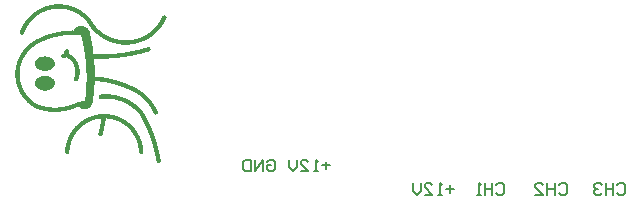
<source format=gbo>
G04 Layer_Color=32896*
%FSLAX25Y25*%
%MOIN*%
G70*
G01*
G75*
%ADD49C,0.00787*%
G36*
X530183Y554903D02*
X531225D01*
Y554869D01*
X531503D01*
Y554834D01*
X531816D01*
Y554799D01*
X532094D01*
Y554764D01*
X532476D01*
Y554730D01*
X532650D01*
Y554695D01*
X532789D01*
Y554660D01*
X532962D01*
Y554625D01*
X533136D01*
Y554591D01*
X533275D01*
Y554556D01*
X533449D01*
Y554521D01*
X533623D01*
Y554486D01*
X533796D01*
Y554452D01*
X533970D01*
Y554417D01*
X534074D01*
Y554382D01*
X534178D01*
Y554347D01*
X534283D01*
Y554313D01*
X534422D01*
Y554278D01*
X534526D01*
Y554243D01*
X534630D01*
Y554208D01*
X534734D01*
Y554174D01*
X534839D01*
Y554139D01*
X534977D01*
Y554104D01*
X535082D01*
Y554069D01*
X535186D01*
Y554035D01*
X535325D01*
Y554000D01*
X535429D01*
Y553965D01*
X535499D01*
Y553930D01*
X535568D01*
Y553896D01*
X535673D01*
Y553861D01*
X535742D01*
Y553826D01*
X535811D01*
Y553791D01*
X535916D01*
Y553757D01*
X535985D01*
Y553722D01*
X536089D01*
Y553687D01*
X536159D01*
Y553652D01*
X536228D01*
Y553618D01*
X536333D01*
Y553583D01*
X536402D01*
Y553548D01*
X536506D01*
Y553513D01*
X536576D01*
Y553479D01*
X536680D01*
Y553444D01*
X536750D01*
Y553409D01*
X536819D01*
Y553374D01*
X536889D01*
Y553340D01*
X536958D01*
Y553305D01*
X537028D01*
Y553270D01*
X537062D01*
Y553235D01*
X537132D01*
Y553201D01*
X537201D01*
Y553166D01*
X537271D01*
Y553131D01*
X537340D01*
Y553096D01*
X537410D01*
Y553062D01*
X537479D01*
Y553027D01*
X537549D01*
Y552992D01*
X537583D01*
Y552957D01*
X537653D01*
Y552923D01*
X537722D01*
Y552888D01*
X537792D01*
Y552853D01*
X537861D01*
Y552818D01*
X537931D01*
Y552784D01*
X538000D01*
Y552749D01*
X538070D01*
Y552714D01*
X538139D01*
Y552679D01*
X538174D01*
Y552645D01*
X538209D01*
Y552610D01*
X538278D01*
Y552575D01*
X538313D01*
Y552540D01*
X538383D01*
Y552506D01*
X538417D01*
Y552471D01*
X538487D01*
Y552436D01*
X538522D01*
Y552401D01*
X538591D01*
Y552367D01*
X538626D01*
Y552332D01*
X538695D01*
Y552297D01*
X538730D01*
Y552263D01*
X538799D01*
Y552228D01*
X538869D01*
Y552193D01*
X538904D01*
Y552158D01*
X538973D01*
Y552124D01*
X539008D01*
Y552089D01*
X539078D01*
Y552054D01*
X539112D01*
Y552019D01*
X539182D01*
Y551985D01*
X539217D01*
Y551950D01*
X539286D01*
Y551915D01*
X539321D01*
Y551880D01*
X539390D01*
Y551846D01*
X539425D01*
Y551811D01*
X539460D01*
Y551776D01*
X539495D01*
Y551741D01*
X539529D01*
Y551707D01*
X539599D01*
Y551672D01*
X539633D01*
Y551637D01*
X539668D01*
Y551602D01*
X539703D01*
Y551568D01*
X539772D01*
Y551533D01*
X539807D01*
Y551498D01*
X539842D01*
Y551463D01*
X539877D01*
Y551429D01*
X539946D01*
Y551394D01*
X539981D01*
Y551359D01*
X540016D01*
Y551324D01*
X540050D01*
Y551290D01*
X540120D01*
Y551255D01*
X540155D01*
Y551220D01*
X540189D01*
Y551185D01*
X540224D01*
Y551151D01*
X540294D01*
Y551116D01*
X540328D01*
Y551081D01*
X540363D01*
Y551047D01*
X540398D01*
Y551012D01*
X540467D01*
Y550977D01*
X540502D01*
Y550942D01*
X540537D01*
Y550908D01*
X540572D01*
Y550873D01*
X540606D01*
Y550838D01*
X540641D01*
Y550803D01*
X540676D01*
Y550769D01*
X540711D01*
Y550734D01*
X540745D01*
Y550699D01*
X540780D01*
Y550664D01*
X540815D01*
Y550630D01*
X540849D01*
Y550595D01*
X540884D01*
Y550560D01*
X540919D01*
Y550525D01*
X540954D01*
Y550491D01*
X540988D01*
Y550456D01*
X541023D01*
Y550421D01*
X541058D01*
Y550386D01*
X541093D01*
Y550351D01*
X541127D01*
Y550317D01*
X541162D01*
Y550282D01*
X541197D01*
Y550247D01*
X541232D01*
Y550213D01*
X541266D01*
Y550178D01*
X541301D01*
Y550143D01*
X541336D01*
Y550108D01*
X541371D01*
Y550074D01*
X541440D01*
Y550039D01*
X541475D01*
Y550004D01*
X541510D01*
Y549969D01*
X541544D01*
Y549935D01*
X541579D01*
Y549900D01*
X541614D01*
Y549830D01*
X541649D01*
Y549796D01*
X541683D01*
Y549761D01*
X541718D01*
Y549726D01*
X541753D01*
Y549691D01*
X541788D01*
Y549622D01*
X541822D01*
Y549587D01*
X541857D01*
Y549552D01*
X541892D01*
Y549518D01*
X541927D01*
Y549483D01*
X541961D01*
Y549448D01*
X541996D01*
Y549379D01*
X542031D01*
Y549344D01*
X542066D01*
Y549309D01*
X542100D01*
Y549274D01*
X542135D01*
Y549240D01*
X542170D01*
Y549170D01*
X542205D01*
Y549135D01*
X542239D01*
Y549101D01*
X542274D01*
Y549066D01*
X542309D01*
Y549031D01*
X542344D01*
Y548996D01*
X542378D01*
Y548927D01*
X542413D01*
Y548892D01*
X542448D01*
Y548857D01*
X542483D01*
Y548823D01*
X542517D01*
Y548788D01*
X542552D01*
Y548719D01*
X542587D01*
Y548684D01*
X542622D01*
Y548614D01*
X542656D01*
Y548545D01*
X542691D01*
Y548475D01*
X542726D01*
Y548406D01*
X542761D01*
Y548336D01*
X542795D01*
Y548267D01*
X542830D01*
Y548197D01*
X542865D01*
Y548128D01*
X542900D01*
Y548058D01*
X542934D01*
Y548024D01*
X542969D01*
Y547954D01*
X543004D01*
Y547885D01*
X543039D01*
Y547815D01*
X543073D01*
Y547746D01*
X543108D01*
Y547676D01*
X543143D01*
Y547607D01*
X543178D01*
Y547572D01*
X543212D01*
Y547502D01*
X543247D01*
Y547433D01*
X543282D01*
Y547363D01*
X543317D01*
Y547294D01*
X543351D01*
Y547224D01*
X543386D01*
Y547155D01*
X543421D01*
Y547086D01*
X543456D01*
Y547051D01*
X543490D01*
Y546981D01*
X543525D01*
Y546912D01*
X543560D01*
Y546842D01*
X543594D01*
Y546773D01*
X543629D01*
Y546703D01*
X543664D01*
Y546668D01*
X543699D01*
Y546599D01*
X543733D01*
Y546529D01*
X543768D01*
Y546425D01*
X543803D01*
Y546356D01*
X543838D01*
Y546286D01*
X543872D01*
Y546217D01*
X543907D01*
Y546147D01*
X543942D01*
Y546078D01*
X543977D01*
Y546008D01*
X544011D01*
Y545904D01*
X544046D01*
Y545835D01*
X544081D01*
Y545765D01*
X544116D01*
Y545696D01*
X544150D01*
Y545626D01*
X544185D01*
Y545557D01*
X544220D01*
Y545487D01*
X544255D01*
Y545418D01*
X544289D01*
Y545348D01*
X544324D01*
Y545244D01*
X544359D01*
Y545174D01*
X544394D01*
Y545105D01*
X544428D01*
Y545036D01*
X544463D01*
Y544966D01*
X544498D01*
Y544897D01*
X544533D01*
Y544827D01*
X544567D01*
Y544758D01*
X544602D01*
Y544688D01*
X544637D01*
Y544584D01*
X544672D01*
Y544514D01*
X544706D01*
Y544480D01*
X544741D01*
Y544375D01*
X544776D01*
Y544306D01*
X544810D01*
Y544202D01*
X544845D01*
Y544132D01*
X544880D01*
Y544028D01*
X544915D01*
Y543958D01*
X544949D01*
Y543854D01*
X544984D01*
Y543785D01*
X545019D01*
Y543715D01*
X545054D01*
Y543611D01*
X545088D01*
Y543541D01*
X545123D01*
Y543437D01*
X545158D01*
Y543368D01*
X545193D01*
Y543263D01*
X545227D01*
Y543194D01*
X545262D01*
Y543124D01*
X545297D01*
Y543020D01*
X545332D01*
Y542951D01*
X545366D01*
Y542846D01*
X545401D01*
Y542777D01*
X545436D01*
Y542707D01*
X545471D01*
Y542603D01*
X545506D01*
Y542534D01*
X545540D01*
Y542430D01*
X545575D01*
Y542360D01*
X545610D01*
Y542291D01*
X545644D01*
Y542186D01*
X545679D01*
Y542117D01*
X545714D01*
Y541978D01*
X545749D01*
Y541908D01*
X545783D01*
Y541804D01*
X545818D01*
Y541700D01*
X545853D01*
Y541596D01*
X545888D01*
Y541491D01*
X545922D01*
Y541422D01*
X545957D01*
Y541318D01*
X545992D01*
Y541214D01*
X546027D01*
Y541109D01*
X546061D01*
Y541005D01*
X546096D01*
Y540936D01*
X546131D01*
Y540831D01*
X546166D01*
Y540727D01*
X546200D01*
Y540623D01*
X546235D01*
Y540519D01*
X546270D01*
Y540414D01*
X546305D01*
Y540345D01*
X546339D01*
Y540241D01*
X546374D01*
Y540136D01*
X546409D01*
Y540032D01*
X546444D01*
Y539963D01*
X546478D01*
Y539858D01*
X546513D01*
Y539719D01*
X546548D01*
Y539615D01*
X546583D01*
Y539476D01*
X546617D01*
Y539372D01*
X546652D01*
Y539268D01*
X546687D01*
Y539129D01*
X546722D01*
Y539024D01*
X546756D01*
Y538920D01*
X546791D01*
Y538781D01*
X546826D01*
Y538677D01*
X546861D01*
Y538573D01*
X546895D01*
Y538434D01*
X546930D01*
Y538330D01*
X546965D01*
Y538225D01*
X547000D01*
Y538086D01*
X547034D01*
Y537982D01*
X547069D01*
Y537878D01*
X547104D01*
Y537739D01*
X547139D01*
Y537635D01*
X547173D01*
Y537530D01*
X547208D01*
Y537357D01*
X547243D01*
Y537218D01*
X547277D01*
Y537079D01*
X547312D01*
Y536940D01*
X547347D01*
Y536801D01*
X547382D01*
Y536662D01*
X547416D01*
Y536523D01*
X547451D01*
Y536384D01*
X547486D01*
Y536245D01*
X547521D01*
Y536106D01*
X547555D01*
Y535967D01*
X547590D01*
Y535828D01*
X547625D01*
Y535654D01*
X547660D01*
Y535515D01*
X547694D01*
Y535376D01*
X547729D01*
Y535272D01*
X547764D01*
Y535064D01*
X547799D01*
Y534890D01*
X547833D01*
Y534716D01*
X547868D01*
Y534542D01*
X547903D01*
Y534369D01*
X547938D01*
Y534160D01*
X547972D01*
Y533986D01*
X548007D01*
Y533813D01*
X548042D01*
Y533639D01*
X548077D01*
Y533465D01*
X548111D01*
Y533291D01*
X548146D01*
Y533083D01*
X548181D01*
Y532909D01*
X548216D01*
Y532562D01*
X548181D01*
Y532458D01*
X548146D01*
Y532388D01*
X548111D01*
Y532319D01*
X548077D01*
Y532284D01*
X548042D01*
Y532249D01*
X548007D01*
Y532214D01*
X547972D01*
Y532180D01*
X547938D01*
Y532145D01*
X547903D01*
Y532110D01*
X547833D01*
Y532075D01*
X547764D01*
Y532041D01*
X547625D01*
Y532006D01*
X547347D01*
Y532041D01*
X547243D01*
Y532075D01*
X547173D01*
Y532110D01*
X547104D01*
Y532145D01*
X547034D01*
Y532180D01*
X547000D01*
Y532214D01*
X546965D01*
Y532249D01*
X546930D01*
Y532319D01*
X546895D01*
Y532353D01*
X546861D01*
Y532423D01*
X546826D01*
Y532492D01*
X546791D01*
Y532631D01*
X546756D01*
Y532805D01*
X546722D01*
Y533013D01*
X546687D01*
Y533187D01*
X546652D01*
Y533361D01*
X546617D01*
Y533535D01*
X546583D01*
Y533708D01*
X546548D01*
Y533882D01*
X546513D01*
Y534091D01*
X546478D01*
Y534264D01*
X546444D01*
Y534438D01*
X546409D01*
Y534612D01*
X546374D01*
Y534786D01*
X546339D01*
Y534925D01*
X546305D01*
Y535098D01*
X546270D01*
Y535237D01*
X546235D01*
Y535376D01*
X546200D01*
Y535515D01*
X546166D01*
Y535654D01*
X546131D01*
Y535793D01*
X546096D01*
Y535967D01*
X546061D01*
Y536106D01*
X546027D01*
Y536245D01*
X545992D01*
Y536384D01*
X545957D01*
Y536523D01*
X545922D01*
Y536662D01*
X545888D01*
Y536801D01*
X545853D01*
Y536940D01*
X545818D01*
Y537079D01*
X545783D01*
Y537183D01*
X545749D01*
Y537322D01*
X545714D01*
Y537461D01*
X545679D01*
Y537565D01*
X545644D01*
Y537669D01*
X545610D01*
Y537808D01*
X545575D01*
Y537913D01*
X545540D01*
Y538017D01*
X545506D01*
Y538156D01*
X545471D01*
Y538260D01*
X545436D01*
Y538364D01*
X545401D01*
Y538503D01*
X545366D01*
Y538608D01*
X545332D01*
Y538712D01*
X545297D01*
Y538851D01*
X545262D01*
Y538955D01*
X545227D01*
Y539059D01*
X545193D01*
Y539198D01*
X545158D01*
Y539302D01*
X545123D01*
Y539407D01*
X545088D01*
Y539511D01*
X545054D01*
Y539615D01*
X545019D01*
Y539719D01*
X544984D01*
Y539824D01*
X544949D01*
Y539928D01*
X544915D01*
Y539997D01*
X544880D01*
Y540102D01*
X544845D01*
Y540206D01*
X544810D01*
Y540310D01*
X544776D01*
Y540414D01*
X544741D01*
Y540484D01*
X544706D01*
Y540588D01*
X544672D01*
Y540692D01*
X544637D01*
Y540797D01*
X544602D01*
Y540901D01*
X544567D01*
Y540970D01*
X544533D01*
Y541075D01*
X544498D01*
Y541179D01*
X544463D01*
Y541283D01*
X544428D01*
Y541387D01*
X544394D01*
Y541491D01*
X544359D01*
Y541561D01*
X544324D01*
Y541665D01*
X544289D01*
Y541735D01*
X544255D01*
Y541839D01*
X544220D01*
Y541908D01*
X544185D01*
Y542013D01*
X544150D01*
Y542082D01*
X544116D01*
Y542186D01*
X544081D01*
Y542256D01*
X544046D01*
Y542325D01*
X544011D01*
Y542430D01*
X543977D01*
Y542499D01*
X543942D01*
Y542603D01*
X543907D01*
Y542673D01*
X543872D01*
Y542777D01*
X543838D01*
Y542846D01*
X543803D01*
Y542916D01*
X543768D01*
Y543020D01*
X543733D01*
Y543090D01*
X543699D01*
Y543194D01*
X543664D01*
Y543263D01*
X543629D01*
Y543333D01*
X543594D01*
Y543437D01*
X543560D01*
Y543507D01*
X543525D01*
Y543611D01*
X543490D01*
Y543680D01*
X543456D01*
Y543750D01*
X543421D01*
Y543819D01*
X543386D01*
Y543924D01*
X543351D01*
Y543993D01*
X543317D01*
Y544063D01*
X543282D01*
Y544132D01*
X543247D01*
Y544202D01*
X543212D01*
Y544306D01*
X543178D01*
Y544375D01*
X543143D01*
Y544445D01*
X543108D01*
Y544514D01*
X543073D01*
Y544584D01*
X543039D01*
Y544653D01*
X543004D01*
Y544723D01*
X542969D01*
Y544792D01*
X542934D01*
Y544862D01*
X542900D01*
Y544966D01*
X542865D01*
Y545036D01*
X542830D01*
Y545105D01*
X542795D01*
Y545174D01*
X542761D01*
Y545244D01*
X542726D01*
Y545313D01*
X542691D01*
Y545383D01*
X542656D01*
Y545452D01*
X542622D01*
Y545557D01*
X542587D01*
Y545626D01*
X542552D01*
Y545696D01*
X542517D01*
Y545765D01*
X542483D01*
Y545835D01*
X542448D01*
Y545904D01*
X542413D01*
Y545974D01*
X542378D01*
Y546043D01*
X542344D01*
Y546113D01*
X542309D01*
Y546182D01*
X542274D01*
Y546217D01*
X542239D01*
Y546286D01*
X542205D01*
Y546356D01*
X542170D01*
Y546425D01*
X542135D01*
Y546495D01*
X542100D01*
Y546564D01*
X542066D01*
Y546634D01*
X542031D01*
Y546703D01*
X541996D01*
Y546738D01*
X541961D01*
Y546807D01*
X541927D01*
Y546877D01*
X541892D01*
Y546946D01*
X541857D01*
Y547016D01*
X541822D01*
Y547086D01*
X541788D01*
Y547155D01*
X541753D01*
Y547224D01*
X541718D01*
Y547259D01*
X541683D01*
Y547329D01*
X541649D01*
Y547398D01*
X541614D01*
Y547468D01*
X541579D01*
Y547537D01*
X541544D01*
Y547607D01*
X541510D01*
Y547676D01*
X541475D01*
Y547711D01*
X541440D01*
Y547780D01*
X541405D01*
Y547850D01*
X541371D01*
Y547919D01*
X541336D01*
Y547954D01*
X541301D01*
Y548024D01*
X541266D01*
Y548058D01*
X541232D01*
Y548093D01*
X541197D01*
Y548128D01*
X541162D01*
Y548163D01*
X541127D01*
Y548197D01*
X541093D01*
Y548267D01*
X541058D01*
Y548302D01*
X541023D01*
Y548336D01*
X540988D01*
Y548371D01*
X540954D01*
Y548406D01*
X540919D01*
Y548441D01*
X540884D01*
Y548510D01*
X540849D01*
Y548545D01*
X540815D01*
Y548580D01*
X540780D01*
Y548614D01*
X540745D01*
Y548649D01*
X540711D01*
Y548719D01*
X540676D01*
Y548753D01*
X540641D01*
Y548788D01*
X540606D01*
Y548823D01*
X540572D01*
Y548857D01*
X540537D01*
Y548892D01*
X540502D01*
Y548927D01*
X540467D01*
Y548962D01*
X540433D01*
Y548996D01*
X540398D01*
Y549031D01*
X540363D01*
Y549066D01*
X540328D01*
Y549101D01*
X540294D01*
Y549135D01*
X540259D01*
Y549170D01*
X540224D01*
Y549205D01*
X540189D01*
Y549240D01*
X540155D01*
Y549274D01*
X540120D01*
Y549309D01*
X540085D01*
Y549344D01*
X540050D01*
Y549379D01*
X540016D01*
Y549413D01*
X539981D01*
Y549448D01*
X539946D01*
Y549483D01*
X539911D01*
Y549518D01*
X539877D01*
Y549552D01*
X539842D01*
Y549587D01*
X539807D01*
Y549622D01*
X539772D01*
Y549657D01*
X539738D01*
Y549691D01*
X539703D01*
Y549726D01*
X539668D01*
Y549761D01*
X539633D01*
Y549796D01*
X539599D01*
Y549830D01*
X539564D01*
Y549865D01*
X539495D01*
Y549900D01*
X539460D01*
Y549935D01*
X539425D01*
Y549969D01*
X539390D01*
Y550004D01*
X539356D01*
Y550039D01*
X539286D01*
Y550074D01*
X539251D01*
Y550108D01*
X539217D01*
Y550143D01*
X539182D01*
Y550178D01*
X539112D01*
Y550213D01*
X539078D01*
Y550247D01*
X539043D01*
Y550282D01*
X539008D01*
Y550317D01*
X538939D01*
Y550351D01*
X538904D01*
Y550386D01*
X538869D01*
Y550421D01*
X538834D01*
Y550456D01*
X538799D01*
Y550491D01*
X538730D01*
Y550525D01*
X538695D01*
Y550560D01*
X538661D01*
Y550595D01*
X538626D01*
Y550630D01*
X538556D01*
Y550664D01*
X538522D01*
Y550699D01*
X538487D01*
Y550734D01*
X538417D01*
Y550769D01*
X538383D01*
Y550803D01*
X538313D01*
Y550838D01*
X538278D01*
Y550873D01*
X538209D01*
Y550908D01*
X538174D01*
Y550942D01*
X538105D01*
Y550977D01*
X538070D01*
Y551012D01*
X538000D01*
Y551047D01*
X537966D01*
Y551081D01*
X537896D01*
Y551116D01*
X537861D01*
Y551151D01*
X537792D01*
Y551185D01*
X537757D01*
Y551220D01*
X537688D01*
Y551255D01*
X537653D01*
Y551290D01*
X537583D01*
Y551324D01*
X537549D01*
Y551359D01*
X537479D01*
Y551394D01*
X537410D01*
Y551429D01*
X537375D01*
Y551463D01*
X537305D01*
Y551498D01*
X537236D01*
Y551533D01*
X537201D01*
Y551568D01*
X537132D01*
Y551602D01*
X537062D01*
Y551637D01*
X536993D01*
Y551672D01*
X536923D01*
Y551707D01*
X536854D01*
Y551741D01*
X536784D01*
Y551776D01*
X536715D01*
Y551811D01*
X536680D01*
Y551846D01*
X536611D01*
Y551880D01*
X536541D01*
Y551915D01*
X536472D01*
Y551950D01*
X536402D01*
Y551985D01*
X536333D01*
Y552019D01*
X536263D01*
Y552054D01*
X536194D01*
Y552089D01*
X536124D01*
Y552124D01*
X536055D01*
Y552158D01*
X535985D01*
Y552193D01*
X535881D01*
Y552228D01*
X535811D01*
Y552263D01*
X535707D01*
Y552297D01*
X535638D01*
Y552332D01*
X535568D01*
Y552367D01*
X535464D01*
Y552401D01*
X535394D01*
Y552436D01*
X535290D01*
Y552471D01*
X535221D01*
Y552506D01*
X535151D01*
Y552540D01*
X535047D01*
Y552575D01*
X534977D01*
Y552610D01*
X534873D01*
Y552645D01*
X534769D01*
Y552679D01*
X534665D01*
Y552714D01*
X534561D01*
Y552749D01*
X534422D01*
Y552784D01*
X534317D01*
Y552818D01*
X534213D01*
Y552853D01*
X534109D01*
Y552888D01*
X534005D01*
Y552923D01*
X533866D01*
Y552957D01*
X533761D01*
Y552992D01*
X533623D01*
Y553027D01*
X533518D01*
Y553062D01*
X533345D01*
Y553096D01*
X533171D01*
Y553131D01*
X533032D01*
Y553166D01*
X532858D01*
Y553201D01*
X532684D01*
Y553235D01*
X532511D01*
Y553270D01*
X532337D01*
Y553305D01*
X532094D01*
Y553340D01*
X531816D01*
Y553374D01*
X531503D01*
Y553409D01*
X531190D01*
Y553444D01*
X530565D01*
Y553479D01*
X529349D01*
Y553444D01*
X528862D01*
Y553409D01*
X528376D01*
Y553374D01*
X528028D01*
Y553409D01*
X527924D01*
Y553444D01*
X527855D01*
Y553479D01*
X527785D01*
Y553513D01*
X527750D01*
Y553548D01*
X527681D01*
Y553583D01*
X527646D01*
Y553618D01*
X527611D01*
Y553687D01*
X527577D01*
Y553722D01*
X527542D01*
Y553791D01*
X527507D01*
Y553896D01*
X527472D01*
Y554069D01*
X527438D01*
Y554139D01*
X527472D01*
Y554313D01*
X527507D01*
Y554417D01*
X527542D01*
Y554486D01*
X527577D01*
Y554521D01*
X527611D01*
Y554591D01*
X527646D01*
Y554625D01*
X527681D01*
Y554660D01*
X527750D01*
Y554695D01*
X527785D01*
Y554730D01*
X527855D01*
Y554764D01*
X527924D01*
Y554799D01*
X528063D01*
Y554834D01*
X528445D01*
Y554869D01*
X528932D01*
Y554903D01*
X529384D01*
Y554938D01*
X530183D01*
Y554903D01*
D02*
G37*
G36*
X529523Y548336D02*
X530148D01*
Y548302D01*
X530773D01*
Y548267D01*
X530947D01*
Y548232D01*
X531190D01*
Y548197D01*
X531399D01*
Y548163D01*
X531642D01*
Y548128D01*
X531885D01*
Y548093D01*
X532059D01*
Y548058D01*
X532198D01*
Y548024D01*
X532302D01*
Y547989D01*
X532441D01*
Y547954D01*
X532580D01*
Y547919D01*
X532719D01*
Y547885D01*
X532858D01*
Y547850D01*
X532962D01*
Y547815D01*
X533101D01*
Y547780D01*
X533275D01*
Y547746D01*
X533379D01*
Y547711D01*
X533449D01*
Y547676D01*
X533553D01*
Y547641D01*
X533623D01*
Y547607D01*
X533727D01*
Y547572D01*
X533831D01*
Y547537D01*
X533900D01*
Y547502D01*
X534005D01*
Y547468D01*
X534109D01*
Y547433D01*
X534178D01*
Y547398D01*
X534283D01*
Y547363D01*
X534352D01*
Y547329D01*
X534491D01*
Y547294D01*
X534561D01*
Y547259D01*
X534630D01*
Y547224D01*
X534700D01*
Y547190D01*
X534769D01*
Y547155D01*
X534839D01*
Y547120D01*
X534908D01*
Y547086D01*
X534977D01*
Y547051D01*
X535047D01*
Y547016D01*
X535116D01*
Y546981D01*
X535186D01*
Y546946D01*
X535255D01*
Y546912D01*
X535325D01*
Y546877D01*
X535394D01*
Y546842D01*
X535464D01*
Y546807D01*
X535534D01*
Y546773D01*
X535603D01*
Y546738D01*
X535673D01*
Y546703D01*
X535742D01*
Y546668D01*
X535811D01*
Y546634D01*
X535846D01*
Y546599D01*
X535916D01*
Y546564D01*
X535950D01*
Y546529D01*
X536020D01*
Y546495D01*
X536089D01*
Y546460D01*
X536124D01*
Y546425D01*
X536194D01*
Y546390D01*
X536228D01*
Y546356D01*
X536298D01*
Y546321D01*
X536333D01*
Y546286D01*
X536402D01*
Y546252D01*
X536472D01*
Y546217D01*
X536506D01*
Y546182D01*
X536576D01*
Y546147D01*
X536611D01*
Y546113D01*
X536680D01*
Y546078D01*
X536750D01*
Y546043D01*
X536784D01*
Y546008D01*
X536854D01*
Y545974D01*
X536889D01*
Y545939D01*
X536958D01*
Y545904D01*
X536993D01*
Y545869D01*
X537028D01*
Y545835D01*
X537062D01*
Y545800D01*
X537132D01*
Y545765D01*
X537167D01*
Y545730D01*
X537201D01*
Y545696D01*
X537236D01*
Y545661D01*
X537305D01*
Y545626D01*
X537340D01*
Y545591D01*
X537375D01*
Y545557D01*
X537410D01*
Y545522D01*
X537479D01*
Y545487D01*
X537514D01*
Y545452D01*
X537549D01*
Y545418D01*
X537618D01*
Y545383D01*
X537653D01*
Y545348D01*
X537688D01*
Y545313D01*
X537722D01*
Y545279D01*
X537792D01*
Y545244D01*
X537827D01*
Y545209D01*
X537861D01*
Y545174D01*
X537931D01*
Y545140D01*
X537966D01*
Y545105D01*
X538000D01*
Y545070D01*
X538035D01*
Y545036D01*
X538070D01*
Y545001D01*
X538105D01*
Y544966D01*
X538139D01*
Y544931D01*
X538174D01*
Y544897D01*
X538209D01*
Y544862D01*
X538244D01*
Y544827D01*
X538278D01*
Y544792D01*
X538313D01*
Y544758D01*
X538348D01*
Y544723D01*
X538383D01*
Y544688D01*
X538417D01*
Y544653D01*
X538452D01*
Y544619D01*
X538487D01*
Y544584D01*
X538522D01*
Y544549D01*
X538556D01*
Y544514D01*
X538591D01*
Y544480D01*
X538626D01*
Y544445D01*
X538661D01*
Y544410D01*
X538695D01*
Y544375D01*
X538730D01*
Y544341D01*
X538765D01*
Y544306D01*
X538799D01*
Y544271D01*
X538869D01*
Y544236D01*
X538904D01*
Y544202D01*
X538939D01*
Y544132D01*
X538973D01*
Y544097D01*
X539008D01*
Y544063D01*
X539043D01*
Y544028D01*
X539078D01*
Y543958D01*
X539112D01*
Y543924D01*
X539147D01*
Y543889D01*
X539182D01*
Y543854D01*
X539217D01*
Y543819D01*
X539251D01*
Y543750D01*
X539286D01*
Y543715D01*
X539321D01*
Y543680D01*
X539356D01*
Y543646D01*
X539390D01*
Y543611D01*
X539425D01*
Y543541D01*
X539460D01*
Y543507D01*
X539495D01*
Y543472D01*
X539529D01*
Y543437D01*
X539564D01*
Y543402D01*
X539599D01*
Y543368D01*
X539633D01*
Y543298D01*
X539668D01*
Y543263D01*
X539703D01*
Y543229D01*
X539738D01*
Y543194D01*
X539772D01*
Y543159D01*
X539807D01*
Y543090D01*
X539842D01*
Y543055D01*
X539877D01*
Y542985D01*
X539911D01*
Y542916D01*
X539946D01*
Y542881D01*
X539981D01*
Y542846D01*
X540016D01*
Y542777D01*
X540050D01*
Y542742D01*
X540085D01*
Y542673D01*
X540120D01*
Y542638D01*
X540155D01*
Y542568D01*
X540189D01*
Y542534D01*
X540224D01*
Y542464D01*
X540259D01*
Y542430D01*
X540294D01*
Y542360D01*
X540328D01*
Y542325D01*
X540363D01*
Y542256D01*
X540398D01*
Y542221D01*
X540433D01*
Y542186D01*
X540467D01*
Y542117D01*
X540502D01*
Y542082D01*
X540537D01*
Y542013D01*
X540572D01*
Y541943D01*
X540606D01*
Y541874D01*
X540641D01*
Y541804D01*
X540676D01*
Y541735D01*
X540711D01*
Y541665D01*
X540745D01*
Y541596D01*
X540780D01*
Y541526D01*
X540815D01*
Y541491D01*
X540849D01*
Y541422D01*
X540884D01*
Y541352D01*
X540919D01*
Y541283D01*
X540954D01*
Y541214D01*
X540988D01*
Y541144D01*
X541023D01*
Y541075D01*
X541058D01*
Y541040D01*
X541093D01*
Y540970D01*
X541127D01*
Y540901D01*
X541162D01*
Y540831D01*
X541197D01*
Y540727D01*
X541232D01*
Y540658D01*
X541266D01*
Y540553D01*
X541301D01*
Y540484D01*
X541336D01*
Y540380D01*
X541371D01*
Y540310D01*
X541405D01*
Y540241D01*
X541440D01*
Y540136D01*
X541475D01*
Y540067D01*
X541510D01*
Y539963D01*
X541544D01*
Y539893D01*
X541579D01*
Y539789D01*
X541614D01*
Y539719D01*
X541649D01*
Y539650D01*
X541683D01*
Y539546D01*
X541718D01*
Y539407D01*
X541753D01*
Y539268D01*
X541788D01*
Y539163D01*
X541822D01*
Y539024D01*
X541857D01*
Y538920D01*
X541892D01*
Y538816D01*
X541927D01*
Y538677D01*
X541961D01*
Y538573D01*
X541996D01*
Y538469D01*
X542031D01*
Y538364D01*
X542066D01*
Y538121D01*
X542100D01*
Y537947D01*
X542135D01*
Y537774D01*
X542170D01*
Y537565D01*
X542205D01*
Y537391D01*
X542239D01*
Y537218D01*
X542274D01*
Y537044D01*
X542309D01*
Y536592D01*
X542344D01*
Y536141D01*
X542378D01*
Y535724D01*
X542413D01*
Y535619D01*
X542378D01*
Y535446D01*
X542344D01*
Y535376D01*
X542309D01*
Y535307D01*
X542274D01*
Y535237D01*
X542239D01*
Y535203D01*
X542205D01*
Y535168D01*
X542170D01*
Y535133D01*
X542135D01*
Y535098D01*
X542100D01*
Y535064D01*
X542031D01*
Y535029D01*
X541961D01*
Y534994D01*
X541857D01*
Y534959D01*
X541475D01*
Y534994D01*
X541371D01*
Y535029D01*
X541301D01*
Y535064D01*
X541266D01*
Y535098D01*
X541197D01*
Y535133D01*
X541162D01*
Y535168D01*
X541127D01*
Y535203D01*
X541093D01*
Y535272D01*
X541058D01*
Y535307D01*
X541023D01*
Y535376D01*
X540988D01*
Y535480D01*
X540954D01*
Y535793D01*
X540919D01*
Y536210D01*
X540884D01*
Y536627D01*
X540849D01*
Y536905D01*
X540815D01*
Y537114D01*
X540780D01*
Y537322D01*
X540745D01*
Y537496D01*
X540711D01*
Y537669D01*
X540676D01*
Y537878D01*
X540641D01*
Y538017D01*
X540606D01*
Y538156D01*
X540572D01*
Y538260D01*
X540537D01*
Y538399D01*
X540502D01*
Y538503D01*
X540467D01*
Y538608D01*
X540433D01*
Y538747D01*
X540398D01*
Y538851D01*
X540363D01*
Y538990D01*
X540328D01*
Y539094D01*
X540294D01*
Y539198D01*
X540259D01*
Y539268D01*
X540224D01*
Y539372D01*
X540189D01*
Y539441D01*
X540155D01*
Y539546D01*
X540120D01*
Y539615D01*
X540085D01*
Y539719D01*
X540050D01*
Y539789D01*
X540016D01*
Y539858D01*
X539981D01*
Y539963D01*
X539946D01*
Y540032D01*
X539911D01*
Y540136D01*
X539877D01*
Y540206D01*
X539842D01*
Y540275D01*
X539807D01*
Y540345D01*
X539772D01*
Y540414D01*
X539738D01*
Y540484D01*
X539703D01*
Y540553D01*
X539668D01*
Y540623D01*
X539633D01*
Y540692D01*
X539599D01*
Y540727D01*
X539564D01*
Y540797D01*
X539529D01*
Y540866D01*
X539495D01*
Y540936D01*
X539460D01*
Y541005D01*
X539425D01*
Y541075D01*
X539390D01*
Y541144D01*
X539356D01*
Y541179D01*
X539321D01*
Y541248D01*
X539286D01*
Y541318D01*
X539251D01*
Y541352D01*
X539217D01*
Y541422D01*
X539182D01*
Y541457D01*
X539147D01*
Y541526D01*
X539112D01*
Y541561D01*
X539078D01*
Y541630D01*
X539043D01*
Y541665D01*
X539008D01*
Y541735D01*
X538973D01*
Y541769D01*
X538939D01*
Y541839D01*
X538904D01*
Y541874D01*
X538869D01*
Y541943D01*
X538834D01*
Y541978D01*
X538799D01*
Y542047D01*
X538765D01*
Y542082D01*
X538730D01*
Y542152D01*
X538695D01*
Y542186D01*
X538661D01*
Y542221D01*
X538626D01*
Y542291D01*
X538591D01*
Y542325D01*
X538556D01*
Y542360D01*
X538522D01*
Y542430D01*
X538487D01*
Y542464D01*
X538452D01*
Y542499D01*
X538417D01*
Y542534D01*
X538383D01*
Y542568D01*
X538348D01*
Y542638D01*
X538313D01*
Y542673D01*
X538278D01*
Y542707D01*
X538244D01*
Y542742D01*
X538209D01*
Y542777D01*
X538174D01*
Y542846D01*
X538139D01*
Y542881D01*
X538105D01*
Y542916D01*
X538070D01*
Y542951D01*
X538035D01*
Y542985D01*
X538000D01*
Y543055D01*
X537966D01*
Y543090D01*
X537931D01*
Y543124D01*
X537896D01*
Y543159D01*
X537861D01*
Y543194D01*
X537827D01*
Y543229D01*
X537792D01*
Y543263D01*
X537757D01*
Y543298D01*
X537722D01*
Y543333D01*
X537688D01*
Y543368D01*
X537653D01*
Y543402D01*
X537618D01*
Y543437D01*
X537583D01*
Y543472D01*
X537549D01*
Y543507D01*
X537514D01*
Y543541D01*
X537479D01*
Y543576D01*
X537444D01*
Y543611D01*
X537410D01*
Y543646D01*
X537375D01*
Y543680D01*
X537340D01*
Y543715D01*
X537305D01*
Y543750D01*
X537271D01*
Y543785D01*
X537236D01*
Y543819D01*
X537201D01*
Y543854D01*
X537167D01*
Y543889D01*
X537132D01*
Y543924D01*
X537097D01*
Y543958D01*
X537062D01*
Y543993D01*
X536993D01*
Y544028D01*
X536958D01*
Y544063D01*
X536923D01*
Y544097D01*
X536889D01*
Y544132D01*
X536854D01*
Y544167D01*
X536784D01*
Y544202D01*
X536750D01*
Y544236D01*
X536715D01*
Y544271D01*
X536680D01*
Y544306D01*
X536611D01*
Y544341D01*
X536576D01*
Y544375D01*
X536541D01*
Y544410D01*
X536506D01*
Y544445D01*
X536437D01*
Y544480D01*
X536402D01*
Y544514D01*
X536367D01*
Y544549D01*
X536298D01*
Y544584D01*
X536263D01*
Y544619D01*
X536228D01*
Y544653D01*
X536194D01*
Y544688D01*
X536124D01*
Y544723D01*
X536089D01*
Y544758D01*
X536055D01*
Y544792D01*
X535985D01*
Y544827D01*
X535950D01*
Y544862D01*
X535881D01*
Y544897D01*
X535846D01*
Y544931D01*
X535777D01*
Y544966D01*
X535707D01*
Y545001D01*
X535673D01*
Y545036D01*
X535603D01*
Y545070D01*
X535568D01*
Y545105D01*
X535499D01*
Y545140D01*
X535464D01*
Y545174D01*
X535394D01*
Y545209D01*
X535325D01*
Y545244D01*
X535290D01*
Y545279D01*
X535221D01*
Y545313D01*
X535186D01*
Y545348D01*
X535116D01*
Y545383D01*
X535047D01*
Y545418D01*
X534977D01*
Y545452D01*
X534943D01*
Y545487D01*
X534873D01*
Y545522D01*
X534804D01*
Y545557D01*
X534734D01*
Y545591D01*
X534665D01*
Y545626D01*
X534595D01*
Y545661D01*
X534526D01*
Y545696D01*
X534456D01*
Y545730D01*
X534352D01*
Y545765D01*
X534283D01*
Y545800D01*
X534213D01*
Y545835D01*
X534144D01*
Y545869D01*
X534074D01*
Y545904D01*
X534005D01*
Y545939D01*
X533935D01*
Y545974D01*
X533866D01*
Y546008D01*
X533761D01*
Y546043D01*
X533657D01*
Y546078D01*
X533588D01*
Y546113D01*
X533484D01*
Y546147D01*
X533379D01*
Y546182D01*
X533310D01*
Y546217D01*
X533206D01*
Y546252D01*
X533101D01*
Y546286D01*
X533032D01*
Y546321D01*
X532928D01*
Y546356D01*
X532823D01*
Y546390D01*
X532684D01*
Y546425D01*
X532545D01*
Y546460D01*
X532406D01*
Y546495D01*
X532302D01*
Y546529D01*
X532163D01*
Y546564D01*
X532024D01*
Y546599D01*
X531885D01*
Y546634D01*
X531746D01*
Y546668D01*
X531572D01*
Y546703D01*
X531364D01*
Y546738D01*
X531121D01*
Y546773D01*
X530912D01*
Y546807D01*
X530669D01*
Y546842D01*
X530287D01*
Y546877D01*
X529939D01*
Y546842D01*
X529905D01*
Y546668D01*
X529870D01*
Y546495D01*
X529835D01*
Y546321D01*
X529801D01*
Y546147D01*
X529766D01*
Y545974D01*
X529731D01*
Y545800D01*
X529696D01*
Y545626D01*
X529662D01*
Y545418D01*
X529627D01*
Y545244D01*
X529592D01*
Y545070D01*
X529557D01*
Y544897D01*
X529523D01*
Y544723D01*
X529488D01*
Y544549D01*
X529453D01*
Y544375D01*
X529418D01*
Y544202D01*
X529384D01*
Y544028D01*
X529349D01*
Y543854D01*
X529314D01*
Y543680D01*
X529279D01*
Y543507D01*
X529245D01*
Y543333D01*
X529210D01*
Y543159D01*
X529175D01*
Y542985D01*
X529140D01*
Y542812D01*
X529106D01*
Y542638D01*
X529071D01*
Y542464D01*
X529036D01*
Y542291D01*
X529001D01*
Y542117D01*
X528967D01*
Y541943D01*
X528932D01*
Y541769D01*
X528897D01*
Y541596D01*
X528862D01*
Y541457D01*
X528828D01*
Y541318D01*
X528793D01*
Y541248D01*
X528758D01*
Y541214D01*
X528723D01*
Y541144D01*
X528689D01*
Y541109D01*
X528654D01*
Y541075D01*
X528619D01*
Y541040D01*
X528550D01*
Y541005D01*
X528515D01*
Y540970D01*
X528445D01*
Y540936D01*
X528341D01*
Y540901D01*
X527959D01*
Y540936D01*
X527855D01*
Y540970D01*
X527785D01*
Y541005D01*
X527716D01*
Y541040D01*
X527681D01*
Y541075D01*
X527646D01*
Y541109D01*
X527611D01*
Y541144D01*
X527577D01*
Y541179D01*
X527542D01*
Y541248D01*
X527507D01*
Y541283D01*
X527472D01*
Y541387D01*
X527438D01*
Y541561D01*
X527403D01*
Y541700D01*
X527438D01*
Y541874D01*
X527472D01*
Y542047D01*
X527507D01*
Y542221D01*
X527542D01*
Y542395D01*
X527577D01*
Y542568D01*
X527611D01*
Y542742D01*
X527646D01*
Y542916D01*
X527681D01*
Y543090D01*
X527716D01*
Y543263D01*
X527750D01*
Y543437D01*
X527785D01*
Y543611D01*
X527820D01*
Y543785D01*
X527855D01*
Y543958D01*
X527889D01*
Y544132D01*
X527924D01*
Y544306D01*
X527959D01*
Y544480D01*
X527994D01*
Y544653D01*
X528028D01*
Y544827D01*
X528063D01*
Y545001D01*
X528098D01*
Y545174D01*
X528133D01*
Y545348D01*
X528167D01*
Y545522D01*
X528202D01*
Y545696D01*
X528237D01*
Y545869D01*
X528272D01*
Y546043D01*
X528306D01*
Y546217D01*
X528341D01*
Y546390D01*
X528376D01*
Y546564D01*
X528411D01*
Y546738D01*
X528445D01*
Y546877D01*
X528411D01*
Y546842D01*
X527994D01*
Y546807D01*
X527785D01*
Y546773D01*
X527577D01*
Y546738D01*
X527333D01*
Y546703D01*
X527125D01*
Y546668D01*
X526951D01*
Y546634D01*
X526778D01*
Y546599D01*
X526673D01*
Y546564D01*
X526534D01*
Y546529D01*
X526395D01*
Y546495D01*
X526256D01*
Y546460D01*
X526117D01*
Y546425D01*
X526013D01*
Y546390D01*
X525874D01*
Y546356D01*
X525770D01*
Y546321D01*
X525666D01*
Y546286D01*
X525562D01*
Y546252D01*
X525492D01*
Y546217D01*
X525388D01*
Y546182D01*
X525283D01*
Y546147D01*
X525214D01*
Y546113D01*
X525110D01*
Y546078D01*
X525006D01*
Y546043D01*
X524936D01*
Y546008D01*
X524832D01*
Y545974D01*
X524762D01*
Y545939D01*
X524693D01*
Y545904D01*
X524589D01*
Y545869D01*
X524519D01*
Y545835D01*
X524450D01*
Y545800D01*
X524380D01*
Y545765D01*
X524311D01*
Y545730D01*
X524241D01*
Y545696D01*
X524172D01*
Y545661D01*
X524102D01*
Y545626D01*
X524033D01*
Y545591D01*
X523963D01*
Y545557D01*
X523894D01*
Y545522D01*
X523824D01*
Y545487D01*
X523755D01*
Y545452D01*
X523685D01*
Y545418D01*
X523651D01*
Y545383D01*
X523581D01*
Y545348D01*
X523512D01*
Y545313D01*
X523477D01*
Y545279D01*
X523407D01*
Y545244D01*
X523338D01*
Y545209D01*
X523303D01*
Y545174D01*
X523234D01*
Y545140D01*
X523199D01*
Y545105D01*
X523129D01*
Y545070D01*
X523060D01*
Y545036D01*
X523025D01*
Y545001D01*
X522956D01*
Y544966D01*
X522921D01*
Y544931D01*
X522851D01*
Y544897D01*
X522817D01*
Y544862D01*
X522747D01*
Y544827D01*
X522712D01*
Y544792D01*
X522643D01*
Y544758D01*
X522608D01*
Y544723D01*
X522539D01*
Y544688D01*
X522504D01*
Y544653D01*
X522469D01*
Y544619D01*
X522400D01*
Y544584D01*
X522365D01*
Y544549D01*
X522330D01*
Y544514D01*
X522295D01*
Y544480D01*
X522226D01*
Y544445D01*
X522191D01*
Y544410D01*
X522156D01*
Y544375D01*
X522122D01*
Y544341D01*
X522052D01*
Y544306D01*
X522017D01*
Y544271D01*
X521983D01*
Y544236D01*
X521948D01*
Y544202D01*
X521878D01*
Y544167D01*
X521844D01*
Y544132D01*
X521809D01*
Y544097D01*
X521774D01*
Y544063D01*
X521705D01*
Y544028D01*
X521670D01*
Y543993D01*
X521635D01*
Y543958D01*
X521600D01*
Y543924D01*
X521566D01*
Y543889D01*
X521531D01*
Y543854D01*
X521496D01*
Y543819D01*
X521461D01*
Y543785D01*
X521427D01*
Y543750D01*
X521392D01*
Y543715D01*
X521357D01*
Y543680D01*
X521322D01*
Y543646D01*
X521288D01*
Y543611D01*
X521253D01*
Y543576D01*
X521218D01*
Y543541D01*
X521184D01*
Y543507D01*
X521149D01*
Y543472D01*
X521114D01*
Y543437D01*
X521079D01*
Y543402D01*
X521045D01*
Y543368D01*
X521010D01*
Y543333D01*
X520940D01*
Y543298D01*
X520906D01*
Y543229D01*
X520871D01*
Y543194D01*
X520836D01*
Y543159D01*
X520801D01*
Y543124D01*
X520767D01*
Y543090D01*
X520732D01*
Y543055D01*
X520697D01*
Y543020D01*
X520662D01*
Y542985D01*
X520628D01*
Y542916D01*
X520593D01*
Y542881D01*
X520558D01*
Y542846D01*
X520523D01*
Y542812D01*
X520489D01*
Y542777D01*
X520454D01*
Y542707D01*
X520419D01*
Y542673D01*
X520384D01*
Y542638D01*
X520350D01*
Y542603D01*
X520315D01*
Y542568D01*
X520280D01*
Y542499D01*
X520245D01*
Y542464D01*
X520211D01*
Y542430D01*
X520176D01*
Y542395D01*
X520141D01*
Y542360D01*
X520106D01*
Y542291D01*
X520072D01*
Y542256D01*
X520037D01*
Y542221D01*
X520002D01*
Y542152D01*
X519968D01*
Y542117D01*
X519933D01*
Y542047D01*
X519898D01*
Y542013D01*
X519863D01*
Y541943D01*
X519829D01*
Y541908D01*
X519794D01*
Y541839D01*
X519759D01*
Y541804D01*
X519724D01*
Y541735D01*
X519690D01*
Y541700D01*
X519655D01*
Y541630D01*
X519620D01*
Y541596D01*
X519585D01*
Y541526D01*
X519551D01*
Y541491D01*
X519516D01*
Y541422D01*
X519481D01*
Y541387D01*
X519446D01*
Y541318D01*
X519412D01*
Y541283D01*
X519377D01*
Y541214D01*
X519342D01*
Y541144D01*
X519307D01*
Y541075D01*
X519273D01*
Y541005D01*
X519238D01*
Y540970D01*
X519203D01*
Y540901D01*
X519168D01*
Y540831D01*
X519134D01*
Y540762D01*
X519099D01*
Y540692D01*
X519064D01*
Y540623D01*
X519029D01*
Y540553D01*
X518995D01*
Y540484D01*
X518960D01*
Y540449D01*
X518925D01*
Y540380D01*
X518890D01*
Y540310D01*
X518856D01*
Y540241D01*
X518821D01*
Y540136D01*
X518786D01*
Y540067D01*
X518751D01*
Y539997D01*
X518717D01*
Y539893D01*
X518682D01*
Y539824D01*
X518647D01*
Y539719D01*
X518612D01*
Y539650D01*
X518578D01*
Y539546D01*
X518543D01*
Y539476D01*
X518508D01*
Y539407D01*
X518473D01*
Y539302D01*
X518439D01*
Y539198D01*
X518404D01*
Y539129D01*
X518369D01*
Y539024D01*
X518334D01*
Y538885D01*
X518300D01*
Y538781D01*
X518265D01*
Y538642D01*
X518230D01*
Y538538D01*
X518195D01*
Y538434D01*
X518161D01*
Y538295D01*
X518126D01*
Y538191D01*
X518091D01*
Y538052D01*
X518056D01*
Y537913D01*
X518022D01*
Y537739D01*
X517987D01*
Y537530D01*
X517952D01*
Y537357D01*
X517917D01*
Y537183D01*
X517883D01*
Y536974D01*
X517848D01*
Y536731D01*
X517813D01*
Y536314D01*
X517778D01*
Y535897D01*
X517744D01*
Y535550D01*
X517709D01*
Y535411D01*
X517674D01*
Y535342D01*
X517639D01*
Y535272D01*
X517605D01*
Y535237D01*
X517570D01*
Y535203D01*
X517535D01*
Y535168D01*
X517500D01*
Y535133D01*
X517466D01*
Y535098D01*
X517431D01*
Y535064D01*
X517361D01*
Y535029D01*
X517292D01*
Y534994D01*
X517188D01*
Y534959D01*
X516840D01*
Y534994D01*
X516736D01*
Y535029D01*
X516667D01*
Y535064D01*
X516597D01*
Y535098D01*
X516562D01*
Y535133D01*
X516528D01*
Y535168D01*
X516493D01*
Y535203D01*
X516458D01*
Y535237D01*
X516423D01*
Y535272D01*
X516389D01*
Y535342D01*
X516354D01*
Y535411D01*
X516319D01*
Y535550D01*
X516284D01*
Y535863D01*
X516319D01*
Y536280D01*
X516354D01*
Y536696D01*
X516389D01*
Y537114D01*
X516423D01*
Y537253D01*
X516458D01*
Y537461D01*
X516493D01*
Y537635D01*
X516528D01*
Y537808D01*
X516562D01*
Y538017D01*
X516597D01*
Y538225D01*
X516632D01*
Y538399D01*
X516667D01*
Y538503D01*
X516701D01*
Y538608D01*
X516736D01*
Y538712D01*
X516771D01*
Y538851D01*
X516806D01*
Y538955D01*
X516840D01*
Y539059D01*
X516875D01*
Y539198D01*
X516910D01*
Y539302D01*
X516945D01*
Y539441D01*
X516979D01*
Y539580D01*
X517014D01*
Y539685D01*
X517049D01*
Y539754D01*
X517084D01*
Y539824D01*
X517118D01*
Y539893D01*
X517153D01*
Y539997D01*
X517188D01*
Y540067D01*
X517223D01*
Y540171D01*
X517257D01*
Y540241D01*
X517292D01*
Y540345D01*
X517327D01*
Y540414D01*
X517361D01*
Y540519D01*
X517396D01*
Y540588D01*
X517431D01*
Y540658D01*
X517466D01*
Y540762D01*
X517500D01*
Y540866D01*
X517535D01*
Y540936D01*
X517570D01*
Y540970D01*
X517605D01*
Y541040D01*
X517639D01*
Y541109D01*
X517674D01*
Y541179D01*
X517709D01*
Y541248D01*
X517744D01*
Y541318D01*
X517778D01*
Y541352D01*
X517813D01*
Y541422D01*
X517848D01*
Y541491D01*
X517883D01*
Y541561D01*
X517917D01*
Y541630D01*
X517952D01*
Y541700D01*
X517987D01*
Y541769D01*
X518022D01*
Y541804D01*
X518056D01*
Y541874D01*
X518091D01*
Y541943D01*
X518126D01*
Y542013D01*
X518161D01*
Y542082D01*
X518195D01*
Y542152D01*
X518230D01*
Y542186D01*
X518265D01*
Y542221D01*
X518300D01*
Y542291D01*
X518334D01*
Y542325D01*
X518369D01*
Y542395D01*
X518404D01*
Y542430D01*
X518439D01*
Y542499D01*
X518473D01*
Y542534D01*
X518508D01*
Y542603D01*
X518543D01*
Y542638D01*
X518578D01*
Y542707D01*
X518612D01*
Y542742D01*
X518647D01*
Y542777D01*
X518682D01*
Y542846D01*
X518717D01*
Y542881D01*
X518751D01*
Y542951D01*
X518786D01*
Y542985D01*
X518821D01*
Y543055D01*
X518856D01*
Y543124D01*
X518890D01*
Y543159D01*
X518925D01*
Y543194D01*
X518960D01*
Y543229D01*
X518995D01*
Y543298D01*
X519029D01*
Y543333D01*
X519064D01*
Y543368D01*
X519099D01*
Y543402D01*
X519134D01*
Y543437D01*
X519168D01*
Y543472D01*
X519203D01*
Y543541D01*
X519238D01*
Y543576D01*
X519273D01*
Y543611D01*
X519307D01*
Y543646D01*
X519342D01*
Y543680D01*
X519377D01*
Y543750D01*
X519412D01*
Y543785D01*
X519446D01*
Y543819D01*
X519481D01*
Y543854D01*
X519516D01*
Y543889D01*
X519551D01*
Y543958D01*
X519585D01*
Y543993D01*
X519620D01*
Y544028D01*
X519655D01*
Y544063D01*
X519690D01*
Y544132D01*
X519724D01*
Y544167D01*
X519759D01*
Y544202D01*
X519794D01*
Y544236D01*
X519829D01*
Y544271D01*
X519863D01*
Y544306D01*
X519898D01*
Y544341D01*
X519933D01*
Y544375D01*
X519968D01*
Y544410D01*
X520002D01*
Y544445D01*
X520072D01*
Y544480D01*
X520106D01*
Y544514D01*
X520141D01*
Y544549D01*
X520176D01*
Y544584D01*
X520211D01*
Y544619D01*
X520245D01*
Y544653D01*
X520280D01*
Y544688D01*
X520315D01*
Y544723D01*
X520350D01*
Y544758D01*
X520384D01*
Y544792D01*
X520419D01*
Y544827D01*
X520454D01*
Y544862D01*
X520489D01*
Y544897D01*
X520523D01*
Y544931D01*
X520558D01*
Y544966D01*
X520593D01*
Y545001D01*
X520628D01*
Y545036D01*
X520662D01*
Y545070D01*
X520697D01*
Y545105D01*
X520732D01*
Y545140D01*
X520767D01*
Y545174D01*
X520801D01*
Y545209D01*
X520871D01*
Y545244D01*
X520906D01*
Y545279D01*
X520940D01*
Y545313D01*
X521010D01*
Y545348D01*
X521045D01*
Y545383D01*
X521079D01*
Y545418D01*
X521114D01*
Y545452D01*
X521184D01*
Y545487D01*
X521218D01*
Y545522D01*
X521253D01*
Y545557D01*
X521322D01*
Y545591D01*
X521357D01*
Y545626D01*
X521392D01*
Y545661D01*
X521427D01*
Y545696D01*
X521496D01*
Y545730D01*
X521531D01*
Y545765D01*
X521566D01*
Y545800D01*
X521600D01*
Y545835D01*
X521670D01*
Y545869D01*
X521705D01*
Y545904D01*
X521739D01*
Y545939D01*
X521774D01*
Y545974D01*
X521844D01*
Y546008D01*
X521878D01*
Y546043D01*
X521948D01*
Y546078D01*
X522017D01*
Y546113D01*
X522052D01*
Y546147D01*
X522122D01*
Y546182D01*
X522191D01*
Y546217D01*
X522226D01*
Y546252D01*
X522295D01*
Y546286D01*
X522330D01*
Y546321D01*
X522400D01*
Y546356D01*
X522434D01*
Y546390D01*
X522504D01*
Y546425D01*
X522573D01*
Y546460D01*
X522608D01*
Y546495D01*
X522678D01*
Y546529D01*
X522712D01*
Y546564D01*
X522782D01*
Y546599D01*
X522817D01*
Y546634D01*
X522886D01*
Y546668D01*
X522921D01*
Y546703D01*
X522990D01*
Y546738D01*
X523095D01*
Y546773D01*
X523164D01*
Y546807D01*
X523234D01*
Y546842D01*
X523303D01*
Y546877D01*
X523373D01*
Y546912D01*
X523442D01*
Y546946D01*
X523512D01*
Y546981D01*
X523581D01*
Y547016D01*
X523651D01*
Y547051D01*
X523720D01*
Y547086D01*
X523790D01*
Y547120D01*
X523859D01*
Y547155D01*
X523928D01*
Y547190D01*
X523998D01*
Y547224D01*
X524067D01*
Y547259D01*
X524137D01*
Y547294D01*
X524206D01*
Y547329D01*
X524311D01*
Y547363D01*
X524415D01*
Y547398D01*
X524519D01*
Y547433D01*
X524589D01*
Y547468D01*
X524693D01*
Y547502D01*
X524797D01*
Y547537D01*
X524867D01*
Y547572D01*
X524971D01*
Y547607D01*
X525075D01*
Y547641D01*
X525144D01*
Y547676D01*
X525249D01*
Y547711D01*
X525318D01*
Y547746D01*
X525422D01*
Y547780D01*
X525596D01*
Y547815D01*
X525701D01*
Y547850D01*
X525840D01*
Y547885D01*
X525978D01*
Y547919D01*
X526117D01*
Y547954D01*
X526256D01*
Y547989D01*
X526361D01*
Y548024D01*
X526500D01*
Y548058D01*
X526604D01*
Y548093D01*
X526812D01*
Y548128D01*
X527056D01*
Y548163D01*
X527299D01*
Y548197D01*
X527507D01*
Y548232D01*
X527716D01*
Y548267D01*
X527924D01*
Y548302D01*
X528515D01*
Y548336D01*
X529175D01*
Y548371D01*
X529523D01*
Y548336D01*
D02*
G37*
G36*
X521878Y577696D02*
X522191D01*
Y577662D01*
X522469D01*
Y577627D01*
X522573D01*
Y577592D01*
X522643D01*
Y577557D01*
X522712D01*
Y577523D01*
X522817D01*
Y577488D01*
X522921D01*
Y577453D01*
X523025D01*
Y577418D01*
X523095D01*
Y577384D01*
X523164D01*
Y577349D01*
X523199D01*
Y577314D01*
X523268D01*
Y577279D01*
X523303D01*
Y577245D01*
X523338D01*
Y577210D01*
X523407D01*
Y577175D01*
X523442D01*
Y577140D01*
X523512D01*
Y577106D01*
X523546D01*
Y577071D01*
X523616D01*
Y577036D01*
X523651D01*
Y577001D01*
X523685D01*
Y576967D01*
X523720D01*
Y576932D01*
X523755D01*
Y576897D01*
X523790D01*
Y576862D01*
X523824D01*
Y576828D01*
X523859D01*
Y576793D01*
X523894D01*
Y576723D01*
X523928D01*
Y576689D01*
X523963D01*
Y576654D01*
X523998D01*
Y576619D01*
X524033D01*
Y576584D01*
X524067D01*
Y576550D01*
X524102D01*
Y576515D01*
X524137D01*
Y576445D01*
X524172D01*
Y576411D01*
X524206D01*
Y576341D01*
X524241D01*
Y576272D01*
X524276D01*
Y576202D01*
X524311D01*
Y576133D01*
X524345D01*
Y576063D01*
X524380D01*
Y575994D01*
X524415D01*
Y575924D01*
X524450D01*
Y575855D01*
X524484D01*
Y575785D01*
X524519D01*
Y575646D01*
X524554D01*
Y575438D01*
X524589D01*
Y575264D01*
X524623D01*
Y575125D01*
X524658D01*
Y574951D01*
X524693D01*
Y574778D01*
X524728D01*
Y574604D01*
X524762D01*
Y574430D01*
X524797D01*
Y574257D01*
X524832D01*
Y574083D01*
X524867D01*
Y573944D01*
X524901D01*
Y573770D01*
X524936D01*
Y573596D01*
X524971D01*
Y573423D01*
X525006D01*
Y573249D01*
X525040D01*
Y573075D01*
X525075D01*
Y572936D01*
X525110D01*
Y572762D01*
X525144D01*
Y572589D01*
X525179D01*
Y572415D01*
X525214D01*
Y572276D01*
X525249D01*
Y571998D01*
X525283D01*
Y571790D01*
X525318D01*
Y571581D01*
X525353D01*
Y571338D01*
X525388D01*
Y571129D01*
X525422D01*
Y570886D01*
X525457D01*
Y570678D01*
X525492D01*
Y570469D01*
X525527D01*
Y570226D01*
X525562D01*
Y570017D01*
X525596D01*
Y569809D01*
X525631D01*
Y569601D01*
X525666D01*
Y569392D01*
X525701D01*
Y569010D01*
X525735D01*
Y568662D01*
X525770D01*
Y568350D01*
X525805D01*
Y568280D01*
X526847D01*
Y568246D01*
X529140D01*
Y568280D01*
X530530D01*
Y568315D01*
X531086D01*
Y568350D01*
X531572D01*
Y568385D01*
X532059D01*
Y568419D01*
X532511D01*
Y568454D01*
X532997D01*
Y568489D01*
X533379D01*
Y568524D01*
X533692D01*
Y568558D01*
X533970D01*
Y568593D01*
X534248D01*
Y568628D01*
X534526D01*
Y568662D01*
X534804D01*
Y568697D01*
X535082D01*
Y568732D01*
X535360D01*
Y568767D01*
X535638D01*
Y568801D01*
X535881D01*
Y568836D01*
X536124D01*
Y568871D01*
X536333D01*
Y568906D01*
X536541D01*
Y568940D01*
X536715D01*
Y568975D01*
X536923D01*
Y569010D01*
X537132D01*
Y569045D01*
X537340D01*
Y569079D01*
X537514D01*
Y569114D01*
X537722D01*
Y569149D01*
X537931D01*
Y569184D01*
X538105D01*
Y569218D01*
X538313D01*
Y569253D01*
X538522D01*
Y569288D01*
X538661D01*
Y569323D01*
X538834D01*
Y569357D01*
X539008D01*
Y569392D01*
X539147D01*
Y569427D01*
X539321D01*
Y569462D01*
X539460D01*
Y569496D01*
X539599D01*
Y569531D01*
X539772D01*
Y569566D01*
X539911D01*
Y569601D01*
X540085D01*
Y569635D01*
X540224D01*
Y569670D01*
X540363D01*
Y569705D01*
X540537D01*
Y569740D01*
X540676D01*
Y569774D01*
X540849D01*
Y569809D01*
X540988D01*
Y569844D01*
X541127D01*
Y569878D01*
X541266D01*
Y569913D01*
X541405D01*
Y569948D01*
X541544D01*
Y569983D01*
X541649D01*
Y570017D01*
X541788D01*
Y570052D01*
X541892D01*
Y570087D01*
X542031D01*
Y570122D01*
X542170D01*
Y570156D01*
X542274D01*
Y570191D01*
X542413D01*
Y570226D01*
X542517D01*
Y570261D01*
X542656D01*
Y570295D01*
X542761D01*
Y570330D01*
X542900D01*
Y570365D01*
X543004D01*
Y570400D01*
X543143D01*
Y570435D01*
X543282D01*
Y570469D01*
X543386D01*
Y570504D01*
X543525D01*
Y570539D01*
X543629D01*
Y570574D01*
X543768D01*
Y570608D01*
X543872D01*
Y570643D01*
X544289D01*
Y570608D01*
X544359D01*
Y570574D01*
X544428D01*
Y570539D01*
X544498D01*
Y570504D01*
X544533D01*
Y570469D01*
X544567D01*
Y570435D01*
X544602D01*
Y570400D01*
X544637D01*
Y570365D01*
X544672D01*
Y570330D01*
X544706D01*
Y570261D01*
X544741D01*
Y570191D01*
X544776D01*
Y570052D01*
X544810D01*
Y569774D01*
X544776D01*
Y569670D01*
X544741D01*
Y569601D01*
X544706D01*
Y569531D01*
X544672D01*
Y569496D01*
X544637D01*
Y569427D01*
X544602D01*
Y569392D01*
X544567D01*
Y569357D01*
X544498D01*
Y569323D01*
X544463D01*
Y569288D01*
X544394D01*
Y569253D01*
X544289D01*
Y569218D01*
X544185D01*
Y569184D01*
X544046D01*
Y569149D01*
X543942D01*
Y569114D01*
X543803D01*
Y569079D01*
X543699D01*
Y569045D01*
X543560D01*
Y569010D01*
X543421D01*
Y568975D01*
X543317D01*
Y568940D01*
X543178D01*
Y568906D01*
X543073D01*
Y568871D01*
X542934D01*
Y568836D01*
X542830D01*
Y568801D01*
X542691D01*
Y568767D01*
X542587D01*
Y568732D01*
X542448D01*
Y568697D01*
X542309D01*
Y568662D01*
X542205D01*
Y568628D01*
X542066D01*
Y568593D01*
X541961D01*
Y568558D01*
X541822D01*
Y568524D01*
X541718D01*
Y568489D01*
X541614D01*
Y568454D01*
X541405D01*
Y568419D01*
X541266D01*
Y568385D01*
X541127D01*
Y568350D01*
X540954D01*
Y568315D01*
X540815D01*
Y568280D01*
X540641D01*
Y568246D01*
X540502D01*
Y568211D01*
X540363D01*
Y568176D01*
X540189D01*
Y568141D01*
X540050D01*
Y568107D01*
X539877D01*
Y568072D01*
X539738D01*
Y568037D01*
X539599D01*
Y568002D01*
X539425D01*
Y567968D01*
X539286D01*
Y567933D01*
X539112D01*
Y567898D01*
X539008D01*
Y567863D01*
X538799D01*
Y567829D01*
X538591D01*
Y567794D01*
X538383D01*
Y567759D01*
X538209D01*
Y567724D01*
X538000D01*
Y567690D01*
X537792D01*
Y567655D01*
X537583D01*
Y567620D01*
X537410D01*
Y567585D01*
X537201D01*
Y567551D01*
X536993D01*
Y567516D01*
X536819D01*
Y567481D01*
X536611D01*
Y567446D01*
X536402D01*
Y567412D01*
X536263D01*
Y567377D01*
X535950D01*
Y567342D01*
X535673D01*
Y567307D01*
X535394D01*
Y567273D01*
X535082D01*
Y567238D01*
X534804D01*
Y567203D01*
X534526D01*
Y567168D01*
X534248D01*
Y567134D01*
X533970D01*
Y567099D01*
X533692D01*
Y567064D01*
X533484D01*
Y567029D01*
X532928D01*
Y566995D01*
X532441D01*
Y566960D01*
X531989D01*
Y566925D01*
X531503D01*
Y566890D01*
X531017D01*
Y566856D01*
X530322D01*
Y566821D01*
X528793D01*
Y566786D01*
X527125D01*
Y566821D01*
X525944D01*
Y566751D01*
X525978D01*
Y566334D01*
X526013D01*
Y565779D01*
X526048D01*
Y565188D01*
X526083D01*
Y564597D01*
X526117D01*
Y564041D01*
X526152D01*
Y562721D01*
X526187D01*
Y560845D01*
X526222D01*
Y560810D01*
X526673D01*
Y560775D01*
X527194D01*
Y560741D01*
X527577D01*
Y560706D01*
X527855D01*
Y560671D01*
X528098D01*
Y560636D01*
X528376D01*
Y560602D01*
X528654D01*
Y560567D01*
X528897D01*
Y560532D01*
X529175D01*
Y560497D01*
X529453D01*
Y560463D01*
X529627D01*
Y560428D01*
X529801D01*
Y560393D01*
X529974D01*
Y560358D01*
X530183D01*
Y560323D01*
X530356D01*
Y560289D01*
X530530D01*
Y560254D01*
X530704D01*
Y560219D01*
X530912D01*
Y560184D01*
X531086D01*
Y560150D01*
X531294D01*
Y560115D01*
X531433D01*
Y560080D01*
X531572D01*
Y560046D01*
X531711D01*
Y560011D01*
X531850D01*
Y559976D01*
X531989D01*
Y559941D01*
X532128D01*
Y559907D01*
X532267D01*
Y559872D01*
X532406D01*
Y559837D01*
X532545D01*
Y559802D01*
X532684D01*
Y559768D01*
X532823D01*
Y559733D01*
X532962D01*
Y559698D01*
X533101D01*
Y559663D01*
X533240D01*
Y559629D01*
X533345D01*
Y559594D01*
X533449D01*
Y559559D01*
X533553D01*
Y559524D01*
X533657D01*
Y559490D01*
X533796D01*
Y559455D01*
X533900D01*
Y559420D01*
X534005D01*
Y559385D01*
X534109D01*
Y559351D01*
X534213D01*
Y559316D01*
X534352D01*
Y559281D01*
X534456D01*
Y559246D01*
X534561D01*
Y559212D01*
X534665D01*
Y559177D01*
X534769D01*
Y559142D01*
X534873D01*
Y559107D01*
X535012D01*
Y559073D01*
X535116D01*
Y559038D01*
X535221D01*
Y559003D01*
X535290D01*
Y558968D01*
X535394D01*
Y558934D01*
X535464D01*
Y558899D01*
X535568D01*
Y558864D01*
X535673D01*
Y558829D01*
X535742D01*
Y558795D01*
X535846D01*
Y558760D01*
X535950D01*
Y558725D01*
X536020D01*
Y558691D01*
X536124D01*
Y558656D01*
X536194D01*
Y558621D01*
X536298D01*
Y558586D01*
X536402D01*
Y558552D01*
X536472D01*
Y558517D01*
X536576D01*
Y558482D01*
X536680D01*
Y558447D01*
X536750D01*
Y558413D01*
X536889D01*
Y558378D01*
X536958D01*
Y558343D01*
X537028D01*
Y558308D01*
X537097D01*
Y558274D01*
X537167D01*
Y558239D01*
X537271D01*
Y558204D01*
X537340D01*
Y558169D01*
X537410D01*
Y558135D01*
X537479D01*
Y558100D01*
X537549D01*
Y558065D01*
X537653D01*
Y558030D01*
X537722D01*
Y557996D01*
X537792D01*
Y557961D01*
X537861D01*
Y557926D01*
X537966D01*
Y557891D01*
X538035D01*
Y557857D01*
X538105D01*
Y557822D01*
X538174D01*
Y557787D01*
X538278D01*
Y557752D01*
X538348D01*
Y557718D01*
X538417D01*
Y557683D01*
X538487D01*
Y557648D01*
X538591D01*
Y557613D01*
X538661D01*
Y557579D01*
X538730D01*
Y557544D01*
X538799D01*
Y557509D01*
X538869D01*
Y557474D01*
X538939D01*
Y557440D01*
X539043D01*
Y557405D01*
X539112D01*
Y557370D01*
X539182D01*
Y557335D01*
X539251D01*
Y557301D01*
X539321D01*
Y557266D01*
X539390D01*
Y557231D01*
X539460D01*
Y557196D01*
X539529D01*
Y557162D01*
X539633D01*
Y557127D01*
X539703D01*
Y557092D01*
X539772D01*
Y557057D01*
X539842D01*
Y557023D01*
X539911D01*
Y556988D01*
X539981D01*
Y556953D01*
X540050D01*
Y556918D01*
X540085D01*
Y556884D01*
X540155D01*
Y556849D01*
X540224D01*
Y556814D01*
X540259D01*
Y556779D01*
X540328D01*
Y556745D01*
X540398D01*
Y556710D01*
X540467D01*
Y556675D01*
X540502D01*
Y556640D01*
X540572D01*
Y556606D01*
X540641D01*
Y556571D01*
X540711D01*
Y556536D01*
X540745D01*
Y556501D01*
X540815D01*
Y556467D01*
X540884D01*
Y556432D01*
X540919D01*
Y556397D01*
X540988D01*
Y556362D01*
X541058D01*
Y556328D01*
X541127D01*
Y556293D01*
X541162D01*
Y556258D01*
X541197D01*
Y556223D01*
X541266D01*
Y556189D01*
X541301D01*
Y556154D01*
X541371D01*
Y556119D01*
X541405D01*
Y556085D01*
X541440D01*
Y556050D01*
X541510D01*
Y556015D01*
X541544D01*
Y555980D01*
X541614D01*
Y555946D01*
X541649D01*
Y555911D01*
X541718D01*
Y555876D01*
X541753D01*
Y555841D01*
X541822D01*
Y555807D01*
X541857D01*
Y555772D01*
X541892D01*
Y555737D01*
X541961D01*
Y555702D01*
X541996D01*
Y555668D01*
X542066D01*
Y555633D01*
X542100D01*
Y555598D01*
X542170D01*
Y555563D01*
X542205D01*
Y555529D01*
X542239D01*
Y555494D01*
X542309D01*
Y555459D01*
X542344D01*
Y555424D01*
X542378D01*
Y555390D01*
X542413D01*
Y555355D01*
X542448D01*
Y555320D01*
X542483D01*
Y555285D01*
X542552D01*
Y555251D01*
X542587D01*
Y555216D01*
X542622D01*
Y555181D01*
X542656D01*
Y555146D01*
X542691D01*
Y555112D01*
X542761D01*
Y555077D01*
X542795D01*
Y555042D01*
X542830D01*
Y555007D01*
X542865D01*
Y554973D01*
X542900D01*
Y554938D01*
X542969D01*
Y554903D01*
X543004D01*
Y554869D01*
X543039D01*
Y554834D01*
X543073D01*
Y554799D01*
X543108D01*
Y554764D01*
X543178D01*
Y554730D01*
X543212D01*
Y554695D01*
X543247D01*
Y554660D01*
X543282D01*
Y554625D01*
X543317D01*
Y554591D01*
X543351D01*
Y554556D01*
X543386D01*
Y554521D01*
X543421D01*
Y554486D01*
X543456D01*
Y554452D01*
X543490D01*
Y554417D01*
X543525D01*
Y554382D01*
X543560D01*
Y554347D01*
X543594D01*
Y554313D01*
X543629D01*
Y554278D01*
X543664D01*
Y554243D01*
X543699D01*
Y554208D01*
X543733D01*
Y554174D01*
X543768D01*
Y554139D01*
X543803D01*
Y554104D01*
X543838D01*
Y554069D01*
X543872D01*
Y554035D01*
X543907D01*
Y554000D01*
X543942D01*
Y553965D01*
X543977D01*
Y553930D01*
X544011D01*
Y553896D01*
X544046D01*
Y553861D01*
X544081D01*
Y553826D01*
X544116D01*
Y553791D01*
X544150D01*
Y553757D01*
X544185D01*
Y553722D01*
X544220D01*
Y553687D01*
X544255D01*
Y553652D01*
X544289D01*
Y553618D01*
X544324D01*
Y553583D01*
X544359D01*
Y553513D01*
X544394D01*
Y553479D01*
X544428D01*
Y553444D01*
X544463D01*
Y553409D01*
X544498D01*
Y553374D01*
X544533D01*
Y553305D01*
X544567D01*
Y553270D01*
X544602D01*
Y553235D01*
X544637D01*
Y553201D01*
X544672D01*
Y553166D01*
X544706D01*
Y553131D01*
X544741D01*
Y553062D01*
X544776D01*
Y553027D01*
X544810D01*
Y552992D01*
X544845D01*
Y552957D01*
X544880D01*
Y552923D01*
X544915D01*
Y552888D01*
X544949D01*
Y552818D01*
X544984D01*
Y552784D01*
X545019D01*
Y552749D01*
X545054D01*
Y552714D01*
X545088D01*
Y552679D01*
X545123D01*
Y552610D01*
X545158D01*
Y552575D01*
X545193D01*
Y552506D01*
X545227D01*
Y552471D01*
X545262D01*
Y552436D01*
X545297D01*
Y552367D01*
X545332D01*
Y552332D01*
X545366D01*
Y552263D01*
X545401D01*
Y552228D01*
X545436D01*
Y552193D01*
X545471D01*
Y552124D01*
X545506D01*
Y552089D01*
X545540D01*
Y552019D01*
X545575D01*
Y551985D01*
X545610D01*
Y551950D01*
X545644D01*
Y551880D01*
X545679D01*
Y551846D01*
X545714D01*
Y551776D01*
X545749D01*
Y551741D01*
X545783D01*
Y551707D01*
X545818D01*
Y551637D01*
X545853D01*
Y551602D01*
X545888D01*
Y551533D01*
X545922D01*
Y551498D01*
X545957D01*
Y551429D01*
X545992D01*
Y551359D01*
X546027D01*
Y551290D01*
X546061D01*
Y551255D01*
X546096D01*
Y551185D01*
X546131D01*
Y551116D01*
X546166D01*
Y551081D01*
X546200D01*
Y551012D01*
X546235D01*
Y550942D01*
X546270D01*
Y550908D01*
X546305D01*
Y550838D01*
X546339D01*
Y550769D01*
X546374D01*
Y550699D01*
X546409D01*
Y550664D01*
X546444D01*
Y550595D01*
X546478D01*
Y550560D01*
X546513D01*
Y550491D01*
X546548D01*
Y550421D01*
X546583D01*
Y550386D01*
X546617D01*
Y550282D01*
X546652D01*
Y550213D01*
X546687D01*
Y550143D01*
X546722D01*
Y550074D01*
X546756D01*
Y550004D01*
X546791D01*
Y549935D01*
X546826D01*
Y549865D01*
X546861D01*
Y549796D01*
X546895D01*
Y549691D01*
X546930D01*
Y549622D01*
X546965D01*
Y549552D01*
X547000D01*
Y549483D01*
X547034D01*
Y549413D01*
X547069D01*
Y549344D01*
X547104D01*
Y549274D01*
X547139D01*
Y549205D01*
X547173D01*
Y549101D01*
X547208D01*
Y548927D01*
X547243D01*
Y548857D01*
X547208D01*
Y548649D01*
X547173D01*
Y548580D01*
X547139D01*
Y548510D01*
X547104D01*
Y548475D01*
X547069D01*
Y548406D01*
X547034D01*
Y548371D01*
X547000D01*
Y548336D01*
X546965D01*
Y548302D01*
X546895D01*
Y548267D01*
X546861D01*
Y548232D01*
X546756D01*
Y548197D01*
X546652D01*
Y548163D01*
X546339D01*
Y548197D01*
X546235D01*
Y548232D01*
X546166D01*
Y548267D01*
X546096D01*
Y548302D01*
X546061D01*
Y548336D01*
X546027D01*
Y548371D01*
X545992D01*
Y548406D01*
X545957D01*
Y548441D01*
X545922D01*
Y548475D01*
X545888D01*
Y548545D01*
X545853D01*
Y548614D01*
X545818D01*
Y548684D01*
X545783D01*
Y548753D01*
X545749D01*
Y548823D01*
X545714D01*
Y548892D01*
X545679D01*
Y548962D01*
X545644D01*
Y549031D01*
X545610D01*
Y549101D01*
X545575D01*
Y549170D01*
X545540D01*
Y549240D01*
X545506D01*
Y549309D01*
X545471D01*
Y549379D01*
X545436D01*
Y549448D01*
X545401D01*
Y549552D01*
X545366D01*
Y549622D01*
X545332D01*
Y549657D01*
X545297D01*
Y549726D01*
X545262D01*
Y549796D01*
X545227D01*
Y549865D01*
X545193D01*
Y549935D01*
X545158D01*
Y549969D01*
X545123D01*
Y550039D01*
X545088D01*
Y550108D01*
X545054D01*
Y550143D01*
X545019D01*
Y550213D01*
X544984D01*
Y550282D01*
X544949D01*
Y550317D01*
X544915D01*
Y550386D01*
X544880D01*
Y550456D01*
X544845D01*
Y550525D01*
X544810D01*
Y550560D01*
X544776D01*
Y550630D01*
X544741D01*
Y550699D01*
X544706D01*
Y550734D01*
X544672D01*
Y550803D01*
X544637D01*
Y550838D01*
X544602D01*
Y550908D01*
X544567D01*
Y550942D01*
X544533D01*
Y550977D01*
X544498D01*
Y551047D01*
X544463D01*
Y551081D01*
X544428D01*
Y551151D01*
X544394D01*
Y551185D01*
X544359D01*
Y551255D01*
X544324D01*
Y551290D01*
X544289D01*
Y551324D01*
X544255D01*
Y551394D01*
X544220D01*
Y551429D01*
X544185D01*
Y551498D01*
X544150D01*
Y551533D01*
X544116D01*
Y551568D01*
X544081D01*
Y551637D01*
X544046D01*
Y551672D01*
X544011D01*
Y551707D01*
X543977D01*
Y551776D01*
X543942D01*
Y551811D01*
X543907D01*
Y551846D01*
X543872D01*
Y551915D01*
X543838D01*
Y551950D01*
X543803D01*
Y551985D01*
X543768D01*
Y552019D01*
X543733D01*
Y552054D01*
X543699D01*
Y552089D01*
X543664D01*
Y552158D01*
X543629D01*
Y552193D01*
X543594D01*
Y552228D01*
X543560D01*
Y552263D01*
X543525D01*
Y552297D01*
X543490D01*
Y552332D01*
X543456D01*
Y552401D01*
X543421D01*
Y552436D01*
X543386D01*
Y552471D01*
X543351D01*
Y552506D01*
X543317D01*
Y552540D01*
X543282D01*
Y552610D01*
X543247D01*
Y552645D01*
X543212D01*
Y552679D01*
X543178D01*
Y552714D01*
X543143D01*
Y552749D01*
X543108D01*
Y552784D01*
X543073D01*
Y552818D01*
X543039D01*
Y552853D01*
X543004D01*
Y552888D01*
X542969D01*
Y552923D01*
X542934D01*
Y552957D01*
X542900D01*
Y552992D01*
X542865D01*
Y553027D01*
X542830D01*
Y553062D01*
X542795D01*
Y553096D01*
X542761D01*
Y553131D01*
X542726D01*
Y553166D01*
X542691D01*
Y553201D01*
X542656D01*
Y553235D01*
X542622D01*
Y553270D01*
X542587D01*
Y553305D01*
X542552D01*
Y553340D01*
X542517D01*
Y553374D01*
X542483D01*
Y553409D01*
X542448D01*
Y553444D01*
X542413D01*
Y553479D01*
X542378D01*
Y553513D01*
X542344D01*
Y553548D01*
X542309D01*
Y553583D01*
X542274D01*
Y553618D01*
X542239D01*
Y553652D01*
X542170D01*
Y553687D01*
X542135D01*
Y553722D01*
X542100D01*
Y553757D01*
X542066D01*
Y553791D01*
X542031D01*
Y553826D01*
X541961D01*
Y553861D01*
X541927D01*
Y553896D01*
X541892D01*
Y553930D01*
X541857D01*
Y553965D01*
X541822D01*
Y554000D01*
X541753D01*
Y554035D01*
X541718D01*
Y554069D01*
X541683D01*
Y554104D01*
X541649D01*
Y554139D01*
X541614D01*
Y554174D01*
X541544D01*
Y554208D01*
X541510D01*
Y554243D01*
X541475D01*
Y554278D01*
X541440D01*
Y554313D01*
X541405D01*
Y554347D01*
X541336D01*
Y554382D01*
X541301D01*
Y554417D01*
X541266D01*
Y554452D01*
X541197D01*
Y554486D01*
X541162D01*
Y554521D01*
X541127D01*
Y554556D01*
X541058D01*
Y554591D01*
X541023D01*
Y554625D01*
X540954D01*
Y554660D01*
X540919D01*
Y554695D01*
X540849D01*
Y554730D01*
X540815D01*
Y554764D01*
X540780D01*
Y554799D01*
X540711D01*
Y554834D01*
X540676D01*
Y554869D01*
X540606D01*
Y554903D01*
X540572D01*
Y554938D01*
X540502D01*
Y554973D01*
X540467D01*
Y555007D01*
X540433D01*
Y555042D01*
X540363D01*
Y555077D01*
X540294D01*
Y555112D01*
X540259D01*
Y555146D01*
X540189D01*
Y555181D01*
X540155D01*
Y555216D01*
X540085D01*
Y555251D01*
X540016D01*
Y555285D01*
X539946D01*
Y555320D01*
X539911D01*
Y555355D01*
X539842D01*
Y555390D01*
X539772D01*
Y555424D01*
X539703D01*
Y555459D01*
X539668D01*
Y555494D01*
X539599D01*
Y555529D01*
X539529D01*
Y555563D01*
X539495D01*
Y555598D01*
X539425D01*
Y555633D01*
X539356D01*
Y555668D01*
X539286D01*
Y555702D01*
X539217D01*
Y555737D01*
X539147D01*
Y555772D01*
X539078D01*
Y555807D01*
X539008D01*
Y555841D01*
X538939D01*
Y555876D01*
X538869D01*
Y555911D01*
X538799D01*
Y555946D01*
X538730D01*
Y555980D01*
X538661D01*
Y556015D01*
X538556D01*
Y556050D01*
X538487D01*
Y556085D01*
X538417D01*
Y556119D01*
X538348D01*
Y556154D01*
X538278D01*
Y556189D01*
X538209D01*
Y556223D01*
X538105D01*
Y556258D01*
X538035D01*
Y556293D01*
X537966D01*
Y556328D01*
X537896D01*
Y556362D01*
X537827D01*
Y556397D01*
X537757D01*
Y556432D01*
X537653D01*
Y556467D01*
X537583D01*
Y556501D01*
X537514D01*
Y556536D01*
X537444D01*
Y556571D01*
X537340D01*
Y556606D01*
X537271D01*
Y556640D01*
X537201D01*
Y556675D01*
X537132D01*
Y556710D01*
X537028D01*
Y556745D01*
X536958D01*
Y556779D01*
X536889D01*
Y556814D01*
X536819D01*
Y556849D01*
X536715D01*
Y556884D01*
X536645D01*
Y556918D01*
X536576D01*
Y556953D01*
X536506D01*
Y556988D01*
X536402D01*
Y557023D01*
X536333D01*
Y557057D01*
X536228D01*
Y557092D01*
X536159D01*
Y557127D01*
X536055D01*
Y557162D01*
X535985D01*
Y557196D01*
X535881D01*
Y557231D01*
X535777D01*
Y557266D01*
X535707D01*
Y557301D01*
X535603D01*
Y557335D01*
X535499D01*
Y557370D01*
X535429D01*
Y557405D01*
X535325D01*
Y557440D01*
X535221D01*
Y557474D01*
X535151D01*
Y557509D01*
X535047D01*
Y557544D01*
X534943D01*
Y557579D01*
X534873D01*
Y557613D01*
X534769D01*
Y557648D01*
X534665D01*
Y557683D01*
X534561D01*
Y557718D01*
X534456D01*
Y557752D01*
X534352D01*
Y557787D01*
X534248D01*
Y557822D01*
X534144D01*
Y557857D01*
X534039D01*
Y557891D01*
X533935D01*
Y557926D01*
X533796D01*
Y557961D01*
X533692D01*
Y557996D01*
X533588D01*
Y558030D01*
X533484D01*
Y558065D01*
X533379D01*
Y558100D01*
X533240D01*
Y558135D01*
X533136D01*
Y558169D01*
X533032D01*
Y558204D01*
X532893D01*
Y558239D01*
X532789D01*
Y558274D01*
X532650D01*
Y558308D01*
X532511D01*
Y558343D01*
X532372D01*
Y558378D01*
X532233D01*
Y558413D01*
X532094D01*
Y558447D01*
X531955D01*
Y558482D01*
X531816D01*
Y558517D01*
X531677D01*
Y558552D01*
X531538D01*
Y558586D01*
X531399D01*
Y558621D01*
X531260D01*
Y558656D01*
X531121D01*
Y558691D01*
X530982D01*
Y558725D01*
X530808D01*
Y558760D01*
X530634D01*
Y558795D01*
X530461D01*
Y558829D01*
X530252D01*
Y558864D01*
X530078D01*
Y558899D01*
X529905D01*
Y558934D01*
X529696D01*
Y558968D01*
X529523D01*
Y559003D01*
X529349D01*
Y559038D01*
X529106D01*
Y559073D01*
X528897D01*
Y559107D01*
X528619D01*
Y559142D01*
X528341D01*
Y559177D01*
X528098D01*
Y559212D01*
X527820D01*
Y559246D01*
X527542D01*
Y559281D01*
X527194D01*
Y559316D01*
X526778D01*
Y559351D01*
X526256D01*
Y559385D01*
X526152D01*
Y559142D01*
X526117D01*
Y558169D01*
X526083D01*
Y557579D01*
X526048D01*
Y557162D01*
X526013D01*
Y556745D01*
X525978D01*
Y556328D01*
X525944D01*
Y555911D01*
X525909D01*
Y555529D01*
X525874D01*
Y555112D01*
X525840D01*
Y554764D01*
X525805D01*
Y554521D01*
X525770D01*
Y554243D01*
X525735D01*
Y554000D01*
X525701D01*
Y553722D01*
X525666D01*
Y553479D01*
X525631D01*
Y553201D01*
X525596D01*
Y552957D01*
X525562D01*
Y552679D01*
X525527D01*
Y552436D01*
X525492D01*
Y552124D01*
X525457D01*
Y551915D01*
X525422D01*
Y551846D01*
X525388D01*
Y551776D01*
X525353D01*
Y551672D01*
X525318D01*
Y551602D01*
X525283D01*
Y551498D01*
X525249D01*
Y551394D01*
X525214D01*
Y551324D01*
X525179D01*
Y551255D01*
X525144D01*
Y551220D01*
X525110D01*
Y551185D01*
X525075D01*
Y551151D01*
X525040D01*
Y551081D01*
X525006D01*
Y551047D01*
X524971D01*
Y551012D01*
X524936D01*
Y550942D01*
X524901D01*
Y550908D01*
X524867D01*
Y550873D01*
X524832D01*
Y550803D01*
X524797D01*
Y550769D01*
X524762D01*
Y550734D01*
X524728D01*
Y550699D01*
X524693D01*
Y550664D01*
X524658D01*
Y550630D01*
X524589D01*
Y550595D01*
X524554D01*
Y550560D01*
X524484D01*
Y550525D01*
X524450D01*
Y550491D01*
X524415D01*
Y550456D01*
X524380D01*
Y550421D01*
X524311D01*
Y550386D01*
X524276D01*
Y550351D01*
X524241D01*
Y550317D01*
X524172D01*
Y550282D01*
X524102D01*
Y550247D01*
X524033D01*
Y550213D01*
X523928D01*
Y550178D01*
X523859D01*
Y550143D01*
X523755D01*
Y550108D01*
X523685D01*
Y550074D01*
X523616D01*
Y550039D01*
X523512D01*
Y550004D01*
X523199D01*
Y549969D01*
X522956D01*
Y549935D01*
X522678D01*
Y549969D01*
X522469D01*
Y550004D01*
X522156D01*
Y550039D01*
X522052D01*
Y550074D01*
X521983D01*
Y550108D01*
X521878D01*
Y550143D01*
X521809D01*
Y550178D01*
X521739D01*
Y550213D01*
X521635D01*
Y550247D01*
X521566D01*
Y550282D01*
X521496D01*
Y550317D01*
X521427D01*
Y550351D01*
X521392D01*
Y550386D01*
X521322D01*
Y550421D01*
X521288D01*
Y550456D01*
X521253D01*
Y550491D01*
X521218D01*
Y550525D01*
X521149D01*
Y550560D01*
X521114D01*
Y550595D01*
X521079D01*
Y550630D01*
X521010D01*
Y550664D01*
X520975D01*
Y550699D01*
X520940D01*
Y550734D01*
X520906D01*
Y550769D01*
X520871D01*
Y550803D01*
X520697D01*
Y550769D01*
X520628D01*
Y550734D01*
X520523D01*
Y550699D01*
X520419D01*
Y550664D01*
X520350D01*
Y550630D01*
X520245D01*
Y550595D01*
X520176D01*
Y550560D01*
X520072D01*
Y550525D01*
X520002D01*
Y550491D01*
X519898D01*
Y550456D01*
X519829D01*
Y550421D01*
X519759D01*
Y550386D01*
X519655D01*
Y550351D01*
X519585D01*
Y550317D01*
X519481D01*
Y550282D01*
X519377D01*
Y550247D01*
X519273D01*
Y550213D01*
X519168D01*
Y550178D01*
X519064D01*
Y550143D01*
X518995D01*
Y550108D01*
X518890D01*
Y550074D01*
X518786D01*
Y550039D01*
X518682D01*
Y550004D01*
X518578D01*
Y549969D01*
X518473D01*
Y549935D01*
X518369D01*
Y549900D01*
X518300D01*
Y549865D01*
X518195D01*
Y549830D01*
X518091D01*
Y549796D01*
X517917D01*
Y549761D01*
X517813D01*
Y549726D01*
X517674D01*
Y549691D01*
X517535D01*
Y549657D01*
X517396D01*
Y549622D01*
X517257D01*
Y549587D01*
X517118D01*
Y549552D01*
X516979D01*
Y549518D01*
X516875D01*
Y549483D01*
X516736D01*
Y549448D01*
X516528D01*
Y549413D01*
X516319D01*
Y549379D01*
X516145D01*
Y549344D01*
X515937D01*
Y549309D01*
X515729D01*
Y549274D01*
X515520D01*
Y549240D01*
X515346D01*
Y549205D01*
X514999D01*
Y549170D01*
X514617D01*
Y549135D01*
X514234D01*
Y549101D01*
X513887D01*
Y549066D01*
X512080D01*
Y549101D01*
X511628D01*
Y549135D01*
X511177D01*
Y549170D01*
X510725D01*
Y549205D01*
X510551D01*
Y549240D01*
X510308D01*
Y549274D01*
X510100D01*
Y549309D01*
X509891D01*
Y549344D01*
X509683D01*
Y549379D01*
X509405D01*
Y549413D01*
X509231D01*
Y549448D01*
X509127D01*
Y549483D01*
X508988D01*
Y549518D01*
X508849D01*
Y549552D01*
X508710D01*
Y549587D01*
X508571D01*
Y549622D01*
X508432D01*
Y549657D01*
X508293D01*
Y549691D01*
X508154D01*
Y549726D01*
X507980D01*
Y549761D01*
X507841D01*
Y549796D01*
X507737D01*
Y549830D01*
X507667D01*
Y549865D01*
X507563D01*
Y549900D01*
X507459D01*
Y549935D01*
X507355D01*
Y549969D01*
X507251D01*
Y550004D01*
X507146D01*
Y550039D01*
X507042D01*
Y550074D01*
X506938D01*
Y550108D01*
X506834D01*
Y550143D01*
X506729D01*
Y550178D01*
X506625D01*
Y550213D01*
X506486D01*
Y550247D01*
X506417D01*
Y550282D01*
X506347D01*
Y550317D01*
X506313D01*
Y550351D01*
X506243D01*
Y550386D01*
X506208D01*
Y550421D01*
X506139D01*
Y550456D01*
X506104D01*
Y550491D01*
X506035D01*
Y550525D01*
X505965D01*
Y550560D01*
X505930D01*
Y550595D01*
X505861D01*
Y550630D01*
X505826D01*
Y550664D01*
X505757D01*
Y550699D01*
X505687D01*
Y550734D01*
X505652D01*
Y550769D01*
X505583D01*
Y550803D01*
X505548D01*
Y550838D01*
X505479D01*
Y550873D01*
X505409D01*
Y550908D01*
X505374D01*
Y550942D01*
X505305D01*
Y550977D01*
X505235D01*
Y551012D01*
X505201D01*
Y551047D01*
X505166D01*
Y551081D01*
X505131D01*
Y551116D01*
X505062D01*
Y551151D01*
X505027D01*
Y551185D01*
X504992D01*
Y551220D01*
X504957D01*
Y551255D01*
X504888D01*
Y551290D01*
X504853D01*
Y551324D01*
X504818D01*
Y551359D01*
X504749D01*
Y551394D01*
X504714D01*
Y551429D01*
X504679D01*
Y551463D01*
X504645D01*
Y551498D01*
X504575D01*
Y551533D01*
X504540D01*
Y551568D01*
X504506D01*
Y551602D01*
X504436D01*
Y551637D01*
X504401D01*
Y551672D01*
X504367D01*
Y551707D01*
X504332D01*
Y551741D01*
X504262D01*
Y551776D01*
X504228D01*
Y551811D01*
X504193D01*
Y551846D01*
X504158D01*
Y551880D01*
X504123D01*
Y551915D01*
X504089D01*
Y551950D01*
X504054D01*
Y551985D01*
X504019D01*
Y552019D01*
X503984D01*
Y552054D01*
X503950D01*
Y552089D01*
X503880D01*
Y552124D01*
X503846D01*
Y552158D01*
X503811D01*
Y552193D01*
X503776D01*
Y552228D01*
X503741D01*
Y552263D01*
X503707D01*
Y552297D01*
X503672D01*
Y552332D01*
X503637D01*
Y552367D01*
X503602D01*
Y552401D01*
X503568D01*
Y552436D01*
X503533D01*
Y552471D01*
X503498D01*
Y552506D01*
X503463D01*
Y552540D01*
X503429D01*
Y552575D01*
X503394D01*
Y552610D01*
X503359D01*
Y552645D01*
X503324D01*
Y552679D01*
X503290D01*
Y552714D01*
X503255D01*
Y552749D01*
X503220D01*
Y552784D01*
X503185D01*
Y552818D01*
X503151D01*
Y552853D01*
X503116D01*
Y552888D01*
X503081D01*
Y552957D01*
X503046D01*
Y552992D01*
X503012D01*
Y553027D01*
X502977D01*
Y553062D01*
X502942D01*
Y553096D01*
X502907D01*
Y553166D01*
X502873D01*
Y553201D01*
X502838D01*
Y553235D01*
X502803D01*
Y553270D01*
X502768D01*
Y553305D01*
X502734D01*
Y553340D01*
X502699D01*
Y553409D01*
X502664D01*
Y553444D01*
X502629D01*
Y553479D01*
X502595D01*
Y553513D01*
X502560D01*
Y553548D01*
X502525D01*
Y553618D01*
X502490D01*
Y553652D01*
X502456D01*
Y553687D01*
X502421D01*
Y553722D01*
X502386D01*
Y553757D01*
X502352D01*
Y553791D01*
X502317D01*
Y553861D01*
X502282D01*
Y553896D01*
X502247D01*
Y553965D01*
X502212D01*
Y554035D01*
X502178D01*
Y554069D01*
X502143D01*
Y554104D01*
X502108D01*
Y554174D01*
X502073D01*
Y554208D01*
X502039D01*
Y554278D01*
X502004D01*
Y554313D01*
X501969D01*
Y554382D01*
X501934D01*
Y554417D01*
X501900D01*
Y554486D01*
X501865D01*
Y554521D01*
X501830D01*
Y554591D01*
X501795D01*
Y554625D01*
X501761D01*
Y554695D01*
X501726D01*
Y554730D01*
X501691D01*
Y554799D01*
X501656D01*
Y554834D01*
X501622D01*
Y554869D01*
X501587D01*
Y554938D01*
X501552D01*
Y555007D01*
X501518D01*
Y555077D01*
X501483D01*
Y555146D01*
X501448D01*
Y555216D01*
X501413D01*
Y555285D01*
X501379D01*
Y555320D01*
X501344D01*
Y555390D01*
X501309D01*
Y555459D01*
X501274D01*
Y555529D01*
X501240D01*
Y555598D01*
X501205D01*
Y555668D01*
X501170D01*
Y555737D01*
X501135D01*
Y555772D01*
X501101D01*
Y555841D01*
X501066D01*
Y555911D01*
X501031D01*
Y555980D01*
X500996D01*
Y556050D01*
X500962D01*
Y556119D01*
X500927D01*
Y556189D01*
X500892D01*
Y556293D01*
X500857D01*
Y556362D01*
X500823D01*
Y556467D01*
X500788D01*
Y556536D01*
X500753D01*
Y556640D01*
X500718D01*
Y556710D01*
X500684D01*
Y556779D01*
X500649D01*
Y556884D01*
X500614D01*
Y556953D01*
X500579D01*
Y557057D01*
X500545D01*
Y557127D01*
X500510D01*
Y557196D01*
X500475D01*
Y557301D01*
X500441D01*
Y557370D01*
X500406D01*
Y557509D01*
X500371D01*
Y557648D01*
X500336D01*
Y557752D01*
X500302D01*
Y557891D01*
X500267D01*
Y557996D01*
X500232D01*
Y558135D01*
X500197D01*
Y558239D01*
X500163D01*
Y558343D01*
X500128D01*
Y558482D01*
X500093D01*
Y558586D01*
X500058D01*
Y558725D01*
X500024D01*
Y558934D01*
X499989D01*
Y559142D01*
X499954D01*
Y559316D01*
X499919D01*
Y559524D01*
X499885D01*
Y559698D01*
X499850D01*
Y559872D01*
X499815D01*
Y560254D01*
X499780D01*
Y560671D01*
X499746D01*
Y561123D01*
X499711D01*
Y561852D01*
X499746D01*
Y562790D01*
X499780D01*
Y563034D01*
X499815D01*
Y563277D01*
X499850D01*
Y563555D01*
X499885D01*
Y563833D01*
X499919D01*
Y564076D01*
X499954D01*
Y564180D01*
X499989D01*
Y564319D01*
X500024D01*
Y564493D01*
X500058D01*
Y564632D01*
X500093D01*
Y564771D01*
X500128D01*
Y564910D01*
X500163D01*
Y565049D01*
X500197D01*
Y565223D01*
X500232D01*
Y565362D01*
X500267D01*
Y565431D01*
X500302D01*
Y565535D01*
X500336D01*
Y565640D01*
X500371D01*
Y565744D01*
X500406D01*
Y565848D01*
X500441D01*
Y565918D01*
X500475D01*
Y566022D01*
X500510D01*
Y566126D01*
X500545D01*
Y566230D01*
X500579D01*
Y566334D01*
X500614D01*
Y566439D01*
X500649D01*
Y566543D01*
X500684D01*
Y566612D01*
X500718D01*
Y566682D01*
X500753D01*
Y566751D01*
X500788D01*
Y566821D01*
X500823D01*
Y566925D01*
X500857D01*
Y566995D01*
X500892D01*
Y567064D01*
X500927D01*
Y567134D01*
X500962D01*
Y567203D01*
X500996D01*
Y567273D01*
X501031D01*
Y567342D01*
X501066D01*
Y567412D01*
X501101D01*
Y567481D01*
X501135D01*
Y567585D01*
X501170D01*
Y567655D01*
X501205D01*
Y567724D01*
X501240D01*
Y567794D01*
X501274D01*
Y567863D01*
X501309D01*
Y567898D01*
X501344D01*
Y567968D01*
X501379D01*
Y568037D01*
X501413D01*
Y568072D01*
X501448D01*
Y568141D01*
X501483D01*
Y568176D01*
X501518D01*
Y568246D01*
X501552D01*
Y568315D01*
X501587D01*
Y568350D01*
X501622D01*
Y568419D01*
X501656D01*
Y568489D01*
X501691D01*
Y568524D01*
X501726D01*
Y568593D01*
X501761D01*
Y568662D01*
X501795D01*
Y568697D01*
X501830D01*
Y568767D01*
X501865D01*
Y568836D01*
X501900D01*
Y568906D01*
X501934D01*
Y568940D01*
X501969D01*
Y569010D01*
X502004D01*
Y569045D01*
X502039D01*
Y569079D01*
X502073D01*
Y569114D01*
X502108D01*
Y569184D01*
X502143D01*
Y569218D01*
X502178D01*
Y569253D01*
X502212D01*
Y569323D01*
X502247D01*
Y569357D01*
X502282D01*
Y569392D01*
X502317D01*
Y569427D01*
X502352D01*
Y569496D01*
X502386D01*
Y569531D01*
X502421D01*
Y569566D01*
X502456D01*
Y569635D01*
X502490D01*
Y569670D01*
X502525D01*
Y569705D01*
X502560D01*
Y569774D01*
X502595D01*
Y569809D01*
X502629D01*
Y569844D01*
X502664D01*
Y569913D01*
X502699D01*
Y569948D01*
X502734D01*
Y570017D01*
X502768D01*
Y570052D01*
X502803D01*
Y570087D01*
X502838D01*
Y570122D01*
X502873D01*
Y570156D01*
X502907D01*
Y570191D01*
X502942D01*
Y570226D01*
X502977D01*
Y570261D01*
X503012D01*
Y570295D01*
X503046D01*
Y570330D01*
X503081D01*
Y570365D01*
X503116D01*
Y570400D01*
X503151D01*
Y570435D01*
X503185D01*
Y570469D01*
X503220D01*
Y570504D01*
X503255D01*
Y570539D01*
X503290D01*
Y570608D01*
X503324D01*
Y570643D01*
X503359D01*
Y570678D01*
X503394D01*
Y570712D01*
X503429D01*
Y570747D01*
X503463D01*
Y570782D01*
X503498D01*
Y570817D01*
X503533D01*
Y570851D01*
X503568D01*
Y570886D01*
X503602D01*
Y570921D01*
X503637D01*
Y570956D01*
X503672D01*
Y570990D01*
X503707D01*
Y571025D01*
X503741D01*
Y571060D01*
X503776D01*
Y571095D01*
X503811D01*
Y571129D01*
X503846D01*
Y571164D01*
X503880D01*
Y571199D01*
X503950D01*
Y571234D01*
X503984D01*
Y571268D01*
X504019D01*
Y571303D01*
X504054D01*
Y571338D01*
X504089D01*
Y571373D01*
X504123D01*
Y571407D01*
X504193D01*
Y571442D01*
X504228D01*
Y571477D01*
X504262D01*
Y571512D01*
X504297D01*
Y571546D01*
X504332D01*
Y571581D01*
X504367D01*
Y571616D01*
X504401D01*
Y571651D01*
X504471D01*
Y571685D01*
X504506D01*
Y571720D01*
X504540D01*
Y571755D01*
X504575D01*
Y571790D01*
X504610D01*
Y571824D01*
X504645D01*
Y571859D01*
X504679D01*
Y571894D01*
X504749D01*
Y571929D01*
X504784D01*
Y571963D01*
X504853D01*
Y571998D01*
X504888D01*
Y572033D01*
X504957D01*
Y572067D01*
X504992D01*
Y572102D01*
X505027D01*
Y572137D01*
X505096D01*
Y572172D01*
X505131D01*
Y572206D01*
X505201D01*
Y572241D01*
X505235D01*
Y572276D01*
X505305D01*
Y572311D01*
X505340D01*
Y572345D01*
X505374D01*
Y572380D01*
X505444D01*
Y572415D01*
X505479D01*
Y572450D01*
X505548D01*
Y572484D01*
X505583D01*
Y572519D01*
X505652D01*
Y572554D01*
X505687D01*
Y572589D01*
X505722D01*
Y572623D01*
X505791D01*
Y572658D01*
X505826D01*
Y572693D01*
X505896D01*
Y572728D01*
X505965D01*
Y572762D01*
X506035D01*
Y572797D01*
X506104D01*
Y572832D01*
X506139D01*
Y572867D01*
X506208D01*
Y572901D01*
X506278D01*
Y572936D01*
X506347D01*
Y572971D01*
X506417D01*
Y573006D01*
X506451D01*
Y573040D01*
X506521D01*
Y573075D01*
X506590D01*
Y573110D01*
X506660D01*
Y573145D01*
X506729D01*
Y573179D01*
X506764D01*
Y573214D01*
X506834D01*
Y573249D01*
X506903D01*
Y573284D01*
X506938D01*
Y573318D01*
X507007D01*
Y573353D01*
X507112D01*
Y573388D01*
X507181D01*
Y573423D01*
X507251D01*
Y573457D01*
X507320D01*
Y573492D01*
X507424D01*
Y573527D01*
X507494D01*
Y573562D01*
X507563D01*
Y573596D01*
X507633D01*
Y573631D01*
X507702D01*
Y573666D01*
X507772D01*
Y573701D01*
X507841D01*
Y573735D01*
X507911D01*
Y573770D01*
X508015D01*
Y573805D01*
X508084D01*
Y573840D01*
X508154D01*
Y573874D01*
X508223D01*
Y573909D01*
X508293D01*
Y573944D01*
X508362D01*
Y573979D01*
X508432D01*
Y574013D01*
X508501D01*
Y574048D01*
X508571D01*
Y574083D01*
X508675D01*
Y574118D01*
X508779D01*
Y574152D01*
X508849D01*
Y574187D01*
X508953D01*
Y574222D01*
X509023D01*
Y574257D01*
X509127D01*
Y574291D01*
X509231D01*
Y574326D01*
X509301D01*
Y574361D01*
X509405D01*
Y574396D01*
X509474D01*
Y574430D01*
X509579D01*
Y574465D01*
X509648D01*
Y574500D01*
X509752D01*
Y574535D01*
X509822D01*
Y574569D01*
X509926D01*
Y574604D01*
X510030D01*
Y574639D01*
X510100D01*
Y574673D01*
X510169D01*
Y574708D01*
X510273D01*
Y574743D01*
X510412D01*
Y574778D01*
X510517D01*
Y574812D01*
X510621D01*
Y574847D01*
X510725D01*
Y574882D01*
X510864D01*
Y574917D01*
X510968D01*
Y574951D01*
X511073D01*
Y574986D01*
X511177D01*
Y575021D01*
X511281D01*
Y575056D01*
X511385D01*
Y575090D01*
X511524D01*
Y575125D01*
X511628D01*
Y575160D01*
X511733D01*
Y575195D01*
X511837D01*
Y575229D01*
X511941D01*
Y575264D01*
X512115D01*
Y575299D01*
X512254D01*
Y575334D01*
X512393D01*
Y575368D01*
X512532D01*
Y575403D01*
X512671D01*
Y575438D01*
X512845D01*
Y575473D01*
X512984D01*
Y575507D01*
X513123D01*
Y575542D01*
X513262D01*
Y575577D01*
X513401D01*
Y575612D01*
X513505D01*
Y575646D01*
X513713D01*
Y575681D01*
X513922D01*
Y575716D01*
X514130D01*
Y575751D01*
X514339D01*
Y575785D01*
X514512D01*
Y575820D01*
X514721D01*
Y575855D01*
X514929D01*
Y575889D01*
X515138D01*
Y575924D01*
X515277D01*
Y575959D01*
X515659D01*
Y575994D01*
X516007D01*
Y576028D01*
X516319D01*
Y576063D01*
X516667D01*
Y576098D01*
X516945D01*
Y576133D01*
X517778D01*
Y576167D01*
X518612D01*
Y576202D01*
X518995D01*
Y576167D01*
X519203D01*
Y576237D01*
X519238D01*
Y576306D01*
X519273D01*
Y576376D01*
X519307D01*
Y576411D01*
X519342D01*
Y576445D01*
X519377D01*
Y576480D01*
X519412D01*
Y576550D01*
X519446D01*
Y576584D01*
X519481D01*
Y576619D01*
X519516D01*
Y576654D01*
X519551D01*
Y576723D01*
X519585D01*
Y576758D01*
X519620D01*
Y576793D01*
X519655D01*
Y576862D01*
X519690D01*
Y576897D01*
X519724D01*
Y576932D01*
X519759D01*
Y576967D01*
X519829D01*
Y577001D01*
X519863D01*
Y577036D01*
X519933D01*
Y577071D01*
X519968D01*
Y577106D01*
X520002D01*
Y577140D01*
X520072D01*
Y577175D01*
X520106D01*
Y577210D01*
X520141D01*
Y577245D01*
X520176D01*
Y577279D01*
X520245D01*
Y577314D01*
X520280D01*
Y577349D01*
X520350D01*
Y577384D01*
X520419D01*
Y577418D01*
X520523D01*
Y577453D01*
X520593D01*
Y577488D01*
X520697D01*
Y577523D01*
X520767D01*
Y577557D01*
X520836D01*
Y577592D01*
X520906D01*
Y577627D01*
X521045D01*
Y577662D01*
X521322D01*
Y577696D01*
X521531D01*
Y577731D01*
X521878D01*
Y577696D01*
D02*
G37*
G36*
X514373Y584923D02*
X515381D01*
Y584889D01*
X515590D01*
Y584854D01*
X515868D01*
Y584819D01*
X516145D01*
Y584784D01*
X516423D01*
Y584750D01*
X516701D01*
Y584715D01*
X516806D01*
Y584680D01*
X516945D01*
Y584645D01*
X517118D01*
Y584611D01*
X517257D01*
Y584576D01*
X517396D01*
Y584541D01*
X517535D01*
Y584506D01*
X517709D01*
Y584472D01*
X517848D01*
Y584437D01*
X518022D01*
Y584402D01*
X518091D01*
Y584367D01*
X518195D01*
Y584333D01*
X518300D01*
Y584298D01*
X518404D01*
Y584263D01*
X518508D01*
Y584229D01*
X518578D01*
Y584194D01*
X518682D01*
Y584159D01*
X518786D01*
Y584124D01*
X518890D01*
Y584090D01*
X518995D01*
Y584055D01*
X519099D01*
Y584020D01*
X519203D01*
Y583985D01*
X519307D01*
Y583951D01*
X519377D01*
Y583916D01*
X519446D01*
Y583881D01*
X519516D01*
Y583846D01*
X519585D01*
Y583812D01*
X519690D01*
Y583777D01*
X519759D01*
Y583742D01*
X519829D01*
Y583707D01*
X519898D01*
Y583673D01*
X519968D01*
Y583638D01*
X520037D01*
Y583603D01*
X520106D01*
Y583568D01*
X520211D01*
Y583534D01*
X520280D01*
Y583499D01*
X520350D01*
Y583464D01*
X520419D01*
Y583429D01*
X520523D01*
Y583395D01*
X520593D01*
Y583360D01*
X520628D01*
Y583325D01*
X520697D01*
Y583290D01*
X520732D01*
Y583256D01*
X520801D01*
Y583221D01*
X520871D01*
Y583186D01*
X520906D01*
Y583151D01*
X520975D01*
Y583117D01*
X521045D01*
Y583082D01*
X521079D01*
Y583047D01*
X521149D01*
Y583012D01*
X521218D01*
Y582978D01*
X521288D01*
Y582943D01*
X521322D01*
Y582908D01*
X521392D01*
Y582873D01*
X521461D01*
Y582839D01*
X521496D01*
Y582804D01*
X521566D01*
Y582769D01*
X521635D01*
Y582734D01*
X521705D01*
Y582700D01*
X521739D01*
Y582665D01*
X521809D01*
Y582630D01*
X521844D01*
Y582595D01*
X521878D01*
Y582561D01*
X521913D01*
Y582526D01*
X521983D01*
Y582491D01*
X522017D01*
Y582456D01*
X522087D01*
Y582422D01*
X522122D01*
Y582387D01*
X522156D01*
Y582352D01*
X522226D01*
Y582317D01*
X522261D01*
Y582283D01*
X522295D01*
Y582248D01*
X522365D01*
Y582213D01*
X522400D01*
Y582178D01*
X522434D01*
Y582144D01*
X522504D01*
Y582109D01*
X522539D01*
Y582074D01*
X522573D01*
Y582039D01*
X522643D01*
Y582005D01*
X522678D01*
Y581970D01*
X522747D01*
Y581935D01*
X522782D01*
Y581901D01*
X522817D01*
Y581866D01*
X522886D01*
Y581831D01*
X522921D01*
Y581796D01*
X522956D01*
Y581762D01*
X522990D01*
Y581727D01*
X523025D01*
Y581692D01*
X523060D01*
Y581657D01*
X523095D01*
Y581623D01*
X523129D01*
Y581588D01*
X523164D01*
Y581553D01*
X523199D01*
Y581518D01*
X523234D01*
Y581484D01*
X523303D01*
Y581449D01*
X523338D01*
Y581414D01*
X523373D01*
Y581379D01*
X523407D01*
Y581345D01*
X523442D01*
Y581310D01*
X523477D01*
Y581275D01*
X523512D01*
Y581240D01*
X523546D01*
Y581206D01*
X523581D01*
Y581171D01*
X523651D01*
Y581136D01*
X523685D01*
Y581101D01*
X523720D01*
Y581067D01*
X523755D01*
Y581032D01*
X523790D01*
Y580997D01*
X523824D01*
Y580962D01*
X523859D01*
Y580928D01*
X523894D01*
Y580893D01*
X523928D01*
Y580858D01*
X523963D01*
Y580823D01*
X523998D01*
Y580789D01*
X524033D01*
Y580754D01*
X524067D01*
Y580684D01*
X524102D01*
Y580650D01*
X524137D01*
Y580615D01*
X524172D01*
Y580580D01*
X524206D01*
Y580545D01*
X524241D01*
Y580511D01*
X524276D01*
Y580476D01*
X524311D01*
Y580441D01*
X524345D01*
Y580407D01*
X524380D01*
Y580337D01*
X524415D01*
Y580302D01*
X524450D01*
Y580267D01*
X524484D01*
Y580233D01*
X524519D01*
Y580198D01*
X524554D01*
Y580163D01*
X524589D01*
Y580128D01*
X524623D01*
Y580094D01*
X524658D01*
Y580059D01*
X524693D01*
Y580024D01*
X524728D01*
Y579989D01*
X524762D01*
Y579920D01*
X524797D01*
Y579885D01*
X524832D01*
Y579850D01*
X524867D01*
Y579781D01*
X524901D01*
Y579711D01*
X524936D01*
Y579677D01*
X524971D01*
Y579607D01*
X525006D01*
Y579538D01*
X525040D01*
Y579503D01*
X525075D01*
Y579434D01*
X525110D01*
Y579399D01*
X525144D01*
Y579329D01*
X525179D01*
Y579260D01*
X525214D01*
Y579225D01*
X525249D01*
Y579156D01*
X525283D01*
Y579086D01*
X525318D01*
Y579051D01*
X525353D01*
Y578982D01*
X525388D01*
Y578947D01*
X525422D01*
Y578878D01*
X525457D01*
Y578808D01*
X525492D01*
Y578773D01*
X525527D01*
Y578704D01*
X525562D01*
Y578669D01*
X525596D01*
Y578634D01*
X525631D01*
Y578565D01*
X525666D01*
Y578530D01*
X525701D01*
Y578495D01*
X525735D01*
Y578426D01*
X525770D01*
Y578391D01*
X525805D01*
Y578357D01*
X525840D01*
Y578287D01*
X525874D01*
Y578252D01*
X525909D01*
Y578218D01*
X525944D01*
Y578148D01*
X525978D01*
Y578113D01*
X526013D01*
Y578079D01*
X526048D01*
Y578009D01*
X526083D01*
Y577974D01*
X526117D01*
Y577940D01*
X526152D01*
Y577870D01*
X526187D01*
Y577835D01*
X526222D01*
Y577801D01*
X526256D01*
Y577766D01*
X526291D01*
Y577696D01*
X526326D01*
Y577662D01*
X526361D01*
Y577627D01*
X526395D01*
Y577592D01*
X526430D01*
Y577557D01*
X526465D01*
Y577523D01*
X526500D01*
Y577488D01*
X526534D01*
Y577453D01*
X526569D01*
Y577384D01*
X526604D01*
Y577349D01*
X526639D01*
Y577314D01*
X526673D01*
Y577279D01*
X526708D01*
Y577245D01*
X526743D01*
Y577210D01*
X526778D01*
Y577175D01*
X526812D01*
Y577140D01*
X526847D01*
Y577106D01*
X526882D01*
Y577071D01*
X526917D01*
Y577036D01*
X526951D01*
Y577001D01*
X526986D01*
Y576932D01*
X527021D01*
Y576897D01*
X527056D01*
Y576862D01*
X527090D01*
Y576828D01*
X527125D01*
Y576793D01*
X527160D01*
Y576758D01*
X527194D01*
Y576723D01*
X527229D01*
Y576689D01*
X527264D01*
Y576654D01*
X527299D01*
Y576619D01*
X527333D01*
Y576584D01*
X527403D01*
Y576550D01*
X527438D01*
Y576515D01*
X527472D01*
Y576480D01*
X527507D01*
Y576445D01*
X527542D01*
Y576411D01*
X527577D01*
Y576376D01*
X527611D01*
Y576341D01*
X527646D01*
Y576306D01*
X527716D01*
Y576272D01*
X527750D01*
Y576237D01*
X527785D01*
Y576202D01*
X527820D01*
Y576167D01*
X527855D01*
Y576133D01*
X527889D01*
Y576098D01*
X527924D01*
Y576063D01*
X527959D01*
Y576028D01*
X528028D01*
Y575994D01*
X528063D01*
Y575959D01*
X528098D01*
Y575924D01*
X528133D01*
Y575889D01*
X528167D01*
Y575855D01*
X528237D01*
Y575820D01*
X528272D01*
Y575785D01*
X528306D01*
Y575751D01*
X528376D01*
Y575716D01*
X528411D01*
Y575681D01*
X528445D01*
Y575646D01*
X528515D01*
Y575612D01*
X528550D01*
Y575577D01*
X528584D01*
Y575542D01*
X528654D01*
Y575507D01*
X528689D01*
Y575473D01*
X528723D01*
Y575438D01*
X528793D01*
Y575403D01*
X528828D01*
Y575368D01*
X528897D01*
Y575334D01*
X528932D01*
Y575299D01*
X528967D01*
Y575264D01*
X529036D01*
Y575229D01*
X529071D01*
Y575195D01*
X529106D01*
Y575160D01*
X529175D01*
Y575125D01*
X529245D01*
Y575090D01*
X529279D01*
Y575056D01*
X529349D01*
Y575021D01*
X529384D01*
Y574986D01*
X529453D01*
Y574951D01*
X529523D01*
Y574917D01*
X529557D01*
Y574882D01*
X529627D01*
Y574847D01*
X529696D01*
Y574812D01*
X529731D01*
Y574778D01*
X529801D01*
Y574743D01*
X529870D01*
Y574708D01*
X529905D01*
Y574673D01*
X529974D01*
Y574639D01*
X530044D01*
Y574604D01*
X530113D01*
Y574569D01*
X530148D01*
Y574535D01*
X530217D01*
Y574500D01*
X530287D01*
Y574465D01*
X530356D01*
Y574430D01*
X530426D01*
Y574396D01*
X530495D01*
Y574361D01*
X530565D01*
Y574326D01*
X530634D01*
Y574291D01*
X530704D01*
Y574257D01*
X530773D01*
Y574222D01*
X530843D01*
Y574187D01*
X530947D01*
Y574152D01*
X531017D01*
Y574118D01*
X531086D01*
Y574083D01*
X531155D01*
Y574048D01*
X531225D01*
Y574013D01*
X531294D01*
Y573979D01*
X531364D01*
Y573944D01*
X531468D01*
Y573909D01*
X531538D01*
Y573874D01*
X531642D01*
Y573840D01*
X531746D01*
Y573805D01*
X531850D01*
Y573770D01*
X531920D01*
Y573735D01*
X532024D01*
Y573701D01*
X532128D01*
Y573666D01*
X532233D01*
Y573631D01*
X532302D01*
Y573596D01*
X532406D01*
Y573562D01*
X532511D01*
Y573527D01*
X532615D01*
Y573492D01*
X532719D01*
Y573457D01*
X532858D01*
Y573423D01*
X532997D01*
Y573388D01*
X533136D01*
Y573353D01*
X533275D01*
Y573318D01*
X533414D01*
Y573284D01*
X533553D01*
Y573249D01*
X533692D01*
Y573214D01*
X533831D01*
Y573179D01*
X534005D01*
Y573145D01*
X534213D01*
Y573110D01*
X534456D01*
Y573075D01*
X534665D01*
Y573040D01*
X534908D01*
Y573006D01*
X535186D01*
Y572971D01*
X535707D01*
Y572936D01*
X536333D01*
Y572901D01*
X536645D01*
Y572936D01*
X537479D01*
Y572971D01*
X537931D01*
Y573006D01*
X538174D01*
Y573040D01*
X538417D01*
Y573075D01*
X538661D01*
Y573110D01*
X538904D01*
Y573145D01*
X539112D01*
Y573179D01*
X539251D01*
Y573214D01*
X539390D01*
Y573249D01*
X539564D01*
Y573284D01*
X539703D01*
Y573318D01*
X539842D01*
Y573353D01*
X539981D01*
Y573388D01*
X540120D01*
Y573423D01*
X540259D01*
Y573457D01*
X540363D01*
Y573492D01*
X540467D01*
Y573527D01*
X540572D01*
Y573562D01*
X540676D01*
Y573596D01*
X540780D01*
Y573631D01*
X540884D01*
Y573666D01*
X540988D01*
Y573701D01*
X541093D01*
Y573735D01*
X541197D01*
Y573770D01*
X541301D01*
Y573805D01*
X541371D01*
Y573840D01*
X541475D01*
Y573874D01*
X541579D01*
Y573909D01*
X541649D01*
Y573944D01*
X541718D01*
Y573979D01*
X541788D01*
Y574013D01*
X541857D01*
Y574048D01*
X541961D01*
Y574083D01*
X542031D01*
Y574118D01*
X542100D01*
Y574152D01*
X542170D01*
Y574187D01*
X542239D01*
Y574222D01*
X542344D01*
Y574257D01*
X542413D01*
Y574291D01*
X542483D01*
Y574326D01*
X542552D01*
Y574361D01*
X542622D01*
Y574396D01*
X542691D01*
Y574430D01*
X542761D01*
Y574465D01*
X542830D01*
Y574500D01*
X542900D01*
Y574535D01*
X542934D01*
Y574569D01*
X543004D01*
Y574604D01*
X543073D01*
Y574639D01*
X543108D01*
Y574673D01*
X543178D01*
Y574708D01*
X543247D01*
Y574743D01*
X543317D01*
Y574778D01*
X543351D01*
Y574812D01*
X543421D01*
Y574847D01*
X543490D01*
Y574882D01*
X543560D01*
Y574917D01*
X543594D01*
Y574951D01*
X543664D01*
Y574986D01*
X543733D01*
Y575021D01*
X543768D01*
Y575056D01*
X543838D01*
Y575090D01*
X543872D01*
Y575125D01*
X543942D01*
Y575160D01*
X543977D01*
Y575195D01*
X544011D01*
Y575229D01*
X544081D01*
Y575264D01*
X544116D01*
Y575299D01*
X544185D01*
Y575334D01*
X544220D01*
Y575368D01*
X544289D01*
Y575403D01*
X544324D01*
Y575438D01*
X544359D01*
Y575473D01*
X544428D01*
Y575507D01*
X544463D01*
Y575542D01*
X544533D01*
Y575577D01*
X544567D01*
Y575612D01*
X544602D01*
Y575646D01*
X544672D01*
Y575681D01*
X544706D01*
Y575716D01*
X544741D01*
Y575751D01*
X544810D01*
Y575785D01*
X544845D01*
Y575820D01*
X544880D01*
Y575855D01*
X544915D01*
Y575889D01*
X544984D01*
Y575924D01*
X545019D01*
Y575959D01*
X545054D01*
Y575994D01*
X545088D01*
Y576028D01*
X545123D01*
Y576063D01*
X545158D01*
Y576098D01*
X545193D01*
Y576133D01*
X545262D01*
Y576167D01*
X545297D01*
Y576202D01*
X545332D01*
Y576237D01*
X545366D01*
Y576272D01*
X545401D01*
Y576306D01*
X545436D01*
Y576341D01*
X545506D01*
Y576376D01*
X545540D01*
Y576411D01*
X545575D01*
Y576445D01*
X545610D01*
Y576480D01*
X545644D01*
Y576515D01*
X545679D01*
Y576550D01*
X545714D01*
Y576584D01*
X545749D01*
Y576619D01*
X545783D01*
Y576654D01*
X545853D01*
Y576689D01*
X545888D01*
Y576723D01*
X545922D01*
Y576793D01*
X545957D01*
Y576828D01*
X545992D01*
Y576862D01*
X546027D01*
Y576897D01*
X546061D01*
Y576932D01*
X546096D01*
Y576967D01*
X546131D01*
Y577001D01*
X546166D01*
Y577036D01*
X546200D01*
Y577071D01*
X546235D01*
Y577106D01*
X546270D01*
Y577140D01*
X546305D01*
Y577175D01*
X546339D01*
Y577210D01*
X546374D01*
Y577245D01*
X546409D01*
Y577279D01*
X546444D01*
Y577314D01*
X546478D01*
Y577349D01*
X546513D01*
Y577384D01*
X546548D01*
Y577453D01*
X546583D01*
Y577488D01*
X546617D01*
Y577523D01*
X546652D01*
Y577557D01*
X546687D01*
Y577592D01*
X546722D01*
Y577627D01*
X546756D01*
Y577696D01*
X546791D01*
Y577731D01*
X546826D01*
Y577766D01*
X546861D01*
Y577801D01*
X546895D01*
Y577870D01*
X546930D01*
Y577905D01*
X546965D01*
Y577940D01*
X547000D01*
Y577974D01*
X547034D01*
Y578044D01*
X547069D01*
Y578079D01*
X547104D01*
Y578113D01*
X547139D01*
Y578183D01*
X547173D01*
Y578218D01*
X547208D01*
Y578252D01*
X547243D01*
Y578287D01*
X547277D01*
Y578357D01*
X547312D01*
Y578391D01*
X547347D01*
Y578426D01*
X547382D01*
Y578495D01*
X547416D01*
Y578530D01*
X547451D01*
Y578565D01*
X547486D01*
Y578634D01*
X547521D01*
Y578669D01*
X547555D01*
Y578739D01*
X547590D01*
Y578773D01*
X547625D01*
Y578843D01*
X547660D01*
Y578912D01*
X547694D01*
Y578947D01*
X547729D01*
Y579017D01*
X547764D01*
Y579051D01*
X547799D01*
Y579121D01*
X547833D01*
Y579156D01*
X547868D01*
Y579225D01*
X547903D01*
Y579295D01*
X547938D01*
Y579329D01*
X547972D01*
Y579399D01*
X548007D01*
Y579434D01*
X548042D01*
Y579503D01*
X548077D01*
Y579538D01*
X548111D01*
Y579607D01*
X548146D01*
Y579677D01*
X548181D01*
Y579746D01*
X548216D01*
Y579816D01*
X548250D01*
Y579885D01*
X548285D01*
Y579955D01*
X548320D01*
Y580024D01*
X548355D01*
Y580094D01*
X548389D01*
Y580128D01*
X548424D01*
Y580198D01*
X548459D01*
Y580267D01*
X548494D01*
Y580337D01*
X548528D01*
Y580407D01*
X548563D01*
Y580476D01*
X548598D01*
Y580545D01*
X548632D01*
Y580615D01*
X548667D01*
Y580684D01*
X548702D01*
Y580754D01*
X548737D01*
Y580823D01*
X548771D01*
Y580893D01*
X548806D01*
Y580928D01*
X548841D01*
Y580962D01*
X548876D01*
Y580997D01*
X548911D01*
Y581032D01*
X548945D01*
Y581067D01*
X548980D01*
Y581101D01*
X549050D01*
Y581136D01*
X549119D01*
Y581171D01*
X549189D01*
Y581206D01*
X549605D01*
Y581171D01*
X549675D01*
Y581136D01*
X549744D01*
Y581101D01*
X549814D01*
Y581067D01*
X549849D01*
Y581032D01*
X549883D01*
Y580997D01*
X549918D01*
Y580962D01*
X549953D01*
Y580928D01*
X549988D01*
Y580893D01*
X550022D01*
Y580823D01*
X550057D01*
Y580754D01*
X550092D01*
Y580615D01*
X550127D01*
Y580372D01*
X550092D01*
Y580233D01*
X550057D01*
Y580163D01*
X550022D01*
Y580094D01*
X549988D01*
Y580024D01*
X549953D01*
Y579955D01*
X549918D01*
Y579885D01*
X549883D01*
Y579816D01*
X549849D01*
Y579746D01*
X549814D01*
Y579677D01*
X549779D01*
Y579607D01*
X549744D01*
Y579538D01*
X549710D01*
Y579468D01*
X549675D01*
Y579399D01*
X549640D01*
Y579329D01*
X549605D01*
Y579260D01*
X549571D01*
Y579190D01*
X549536D01*
Y579121D01*
X549501D01*
Y579051D01*
X549466D01*
Y578982D01*
X549432D01*
Y578912D01*
X549397D01*
Y578878D01*
X549362D01*
Y578808D01*
X549328D01*
Y578773D01*
X549293D01*
Y578704D01*
X549258D01*
Y578669D01*
X549223D01*
Y578600D01*
X549189D01*
Y578530D01*
X549154D01*
Y578495D01*
X549119D01*
Y578426D01*
X549084D01*
Y578391D01*
X549050D01*
Y578322D01*
X549015D01*
Y578287D01*
X548980D01*
Y578218D01*
X548945D01*
Y578148D01*
X548911D01*
Y578113D01*
X548876D01*
Y578044D01*
X548841D01*
Y578009D01*
X548806D01*
Y577940D01*
X548771D01*
Y577905D01*
X548737D01*
Y577835D01*
X548702D01*
Y577766D01*
X548667D01*
Y577731D01*
X548632D01*
Y577662D01*
X548598D01*
Y577627D01*
X548563D01*
Y577592D01*
X548528D01*
Y577557D01*
X548494D01*
Y577488D01*
X548459D01*
Y577453D01*
X548424D01*
Y577418D01*
X548389D01*
Y577384D01*
X548355D01*
Y577314D01*
X548320D01*
Y577279D01*
X548285D01*
Y577245D01*
X548250D01*
Y577175D01*
X548216D01*
Y577140D01*
X548181D01*
Y577106D01*
X548146D01*
Y577071D01*
X548111D01*
Y577001D01*
X548077D01*
Y576967D01*
X548042D01*
Y576932D01*
X548007D01*
Y576862D01*
X547972D01*
Y576828D01*
X547938D01*
Y576793D01*
X547903D01*
Y576758D01*
X547868D01*
Y576689D01*
X547833D01*
Y576654D01*
X547799D01*
Y576619D01*
X547764D01*
Y576550D01*
X547729D01*
Y576515D01*
X547694D01*
Y576480D01*
X547660D01*
Y576445D01*
X547625D01*
Y576411D01*
X547590D01*
Y576376D01*
X547555D01*
Y576341D01*
X547521D01*
Y576306D01*
X547486D01*
Y576272D01*
X547451D01*
Y576237D01*
X547416D01*
Y576202D01*
X547382D01*
Y576167D01*
X547347D01*
Y576133D01*
X547312D01*
Y576098D01*
X547277D01*
Y576063D01*
X547243D01*
Y576028D01*
X547208D01*
Y575994D01*
X547173D01*
Y575959D01*
X547139D01*
Y575924D01*
X547104D01*
Y575889D01*
X547069D01*
Y575855D01*
X547034D01*
Y575820D01*
X547000D01*
Y575751D01*
X546965D01*
Y575716D01*
X546930D01*
Y575681D01*
X546895D01*
Y575646D01*
X546861D01*
Y575612D01*
X546826D01*
Y575577D01*
X546791D01*
Y575542D01*
X546756D01*
Y575507D01*
X546722D01*
Y575473D01*
X546652D01*
Y575438D01*
X546617D01*
Y575403D01*
X546583D01*
Y575368D01*
X546548D01*
Y575334D01*
X546513D01*
Y575299D01*
X546478D01*
Y575264D01*
X546409D01*
Y575229D01*
X546374D01*
Y575195D01*
X546339D01*
Y575160D01*
X546305D01*
Y575125D01*
X546270D01*
Y575090D01*
X546235D01*
Y575056D01*
X546166D01*
Y575021D01*
X546131D01*
Y574986D01*
X546096D01*
Y574951D01*
X546061D01*
Y574917D01*
X546027D01*
Y574882D01*
X545992D01*
Y574847D01*
X545957D01*
Y574812D01*
X545888D01*
Y574778D01*
X545853D01*
Y574743D01*
X545818D01*
Y574708D01*
X545783D01*
Y574673D01*
X545749D01*
Y574639D01*
X545714D01*
Y574604D01*
X545644D01*
Y574569D01*
X545610D01*
Y574535D01*
X545540D01*
Y574500D01*
X545506D01*
Y574465D01*
X545471D01*
Y574430D01*
X545401D01*
Y574396D01*
X545366D01*
Y574361D01*
X545297D01*
Y574326D01*
X545262D01*
Y574291D01*
X545227D01*
Y574257D01*
X545158D01*
Y574222D01*
X545123D01*
Y574187D01*
X545054D01*
Y574152D01*
X545019D01*
Y574118D01*
X544984D01*
Y574083D01*
X544915D01*
Y574048D01*
X544880D01*
Y574013D01*
X544810D01*
Y573979D01*
X544776D01*
Y573944D01*
X544741D01*
Y573909D01*
X544672D01*
Y573874D01*
X544637D01*
Y573840D01*
X544602D01*
Y573805D01*
X544533D01*
Y573770D01*
X544463D01*
Y573735D01*
X544394D01*
Y573701D01*
X544359D01*
Y573666D01*
X544289D01*
Y573631D01*
X544220D01*
Y573596D01*
X544150D01*
Y573562D01*
X544116D01*
Y573527D01*
X544046D01*
Y573492D01*
X543977D01*
Y573457D01*
X543907D01*
Y573423D01*
X543872D01*
Y573388D01*
X543803D01*
Y573353D01*
X543733D01*
Y573318D01*
X543664D01*
Y573284D01*
X543629D01*
Y573249D01*
X543560D01*
Y573214D01*
X543490D01*
Y573179D01*
X543456D01*
Y573145D01*
X543386D01*
Y573110D01*
X543317D01*
Y573075D01*
X543247D01*
Y573040D01*
X543178D01*
Y573006D01*
X543073D01*
Y572971D01*
X543004D01*
Y572936D01*
X542934D01*
Y572901D01*
X542865D01*
Y572867D01*
X542795D01*
Y572832D01*
X542691D01*
Y572797D01*
X542622D01*
Y572762D01*
X542552D01*
Y572728D01*
X542483D01*
Y572693D01*
X542413D01*
Y572658D01*
X542309D01*
Y572623D01*
X542239D01*
Y572589D01*
X542170D01*
Y572554D01*
X542100D01*
Y572519D01*
X542031D01*
Y572484D01*
X541927D01*
Y572450D01*
X541822D01*
Y572415D01*
X541718D01*
Y572380D01*
X541614D01*
Y572345D01*
X541510D01*
Y572311D01*
X541405D01*
Y572276D01*
X541301D01*
Y572241D01*
X541197D01*
Y572206D01*
X541093D01*
Y572172D01*
X540988D01*
Y572137D01*
X540884D01*
Y572102D01*
X540815D01*
Y572067D01*
X540711D01*
Y572033D01*
X540572D01*
Y571998D01*
X540398D01*
Y571963D01*
X540259D01*
Y571929D01*
X540120D01*
Y571894D01*
X539981D01*
Y571859D01*
X539842D01*
Y571824D01*
X539668D01*
Y571790D01*
X539529D01*
Y571755D01*
X539425D01*
Y571720D01*
X539251D01*
Y571685D01*
X538973D01*
Y571651D01*
X538695D01*
Y571616D01*
X538452D01*
Y571581D01*
X538209D01*
Y571546D01*
X538000D01*
Y571512D01*
X537305D01*
Y571477D01*
X536576D01*
Y571442D01*
X536333D01*
Y571477D01*
X535811D01*
Y571512D01*
X535047D01*
Y571546D01*
X534839D01*
Y571581D01*
X534630D01*
Y571616D01*
X534387D01*
Y571651D01*
X534178D01*
Y571685D01*
X533935D01*
Y571720D01*
X533657D01*
Y571755D01*
X533518D01*
Y571790D01*
X533414D01*
Y571824D01*
X533275D01*
Y571859D01*
X533136D01*
Y571894D01*
X532997D01*
Y571929D01*
X532858D01*
Y571963D01*
X532719D01*
Y571998D01*
X532580D01*
Y572033D01*
X532441D01*
Y572067D01*
X532267D01*
Y572102D01*
X532163D01*
Y572137D01*
X532094D01*
Y572172D01*
X531989D01*
Y572206D01*
X531885D01*
Y572241D01*
X531816D01*
Y572276D01*
X531711D01*
Y572311D01*
X531607D01*
Y572345D01*
X531503D01*
Y572380D01*
X531399D01*
Y572415D01*
X531329D01*
Y572450D01*
X531225D01*
Y572484D01*
X531121D01*
Y572519D01*
X531017D01*
Y572554D01*
X530912D01*
Y572589D01*
X530843D01*
Y572623D01*
X530773D01*
Y572658D01*
X530704D01*
Y572693D01*
X530634D01*
Y572728D01*
X530565D01*
Y572762D01*
X530461D01*
Y572797D01*
X530391D01*
Y572832D01*
X530322D01*
Y572867D01*
X530252D01*
Y572901D01*
X530183D01*
Y572936D01*
X530113D01*
Y572971D01*
X530044D01*
Y573006D01*
X529974D01*
Y573040D01*
X529870D01*
Y573075D01*
X529801D01*
Y573110D01*
X529731D01*
Y573145D01*
X529662D01*
Y573179D01*
X529592D01*
Y573214D01*
X529523D01*
Y573249D01*
X529488D01*
Y573284D01*
X529418D01*
Y573318D01*
X529349D01*
Y573353D01*
X529314D01*
Y573388D01*
X529245D01*
Y573423D01*
X529175D01*
Y573457D01*
X529140D01*
Y573492D01*
X529071D01*
Y573527D01*
X529001D01*
Y573562D01*
X528967D01*
Y573596D01*
X528897D01*
Y573631D01*
X528828D01*
Y573666D01*
X528793D01*
Y573701D01*
X528723D01*
Y573735D01*
X528654D01*
Y573770D01*
X528584D01*
Y573805D01*
X528550D01*
Y573840D01*
X528480D01*
Y573874D01*
X528411D01*
Y573909D01*
X528376D01*
Y573944D01*
X528306D01*
Y573979D01*
X528272D01*
Y574013D01*
X528237D01*
Y574048D01*
X528167D01*
Y574083D01*
X528133D01*
Y574118D01*
X528098D01*
Y574152D01*
X528028D01*
Y574187D01*
X527994D01*
Y574222D01*
X527959D01*
Y574257D01*
X527889D01*
Y574291D01*
X527855D01*
Y574326D01*
X527785D01*
Y574361D01*
X527750D01*
Y574396D01*
X527716D01*
Y574430D01*
X527646D01*
Y574465D01*
X527611D01*
Y574500D01*
X527577D01*
Y574535D01*
X527507D01*
Y574569D01*
X527472D01*
Y574604D01*
X527438D01*
Y574639D01*
X527368D01*
Y574673D01*
X527333D01*
Y574708D01*
X527264D01*
Y574743D01*
X527229D01*
Y574778D01*
X527194D01*
Y574812D01*
X527160D01*
Y574847D01*
X527125D01*
Y574882D01*
X527090D01*
Y574917D01*
X527056D01*
Y574951D01*
X526986D01*
Y574986D01*
X526951D01*
Y575021D01*
X526917D01*
Y575056D01*
X526882D01*
Y575090D01*
X526847D01*
Y575125D01*
X526812D01*
Y575160D01*
X526778D01*
Y575195D01*
X526743D01*
Y575229D01*
X526673D01*
Y575264D01*
X526639D01*
Y575299D01*
X526604D01*
Y575334D01*
X526569D01*
Y575368D01*
X526534D01*
Y575403D01*
X526500D01*
Y575438D01*
X526465D01*
Y575473D01*
X526430D01*
Y575507D01*
X526361D01*
Y575542D01*
X526326D01*
Y575577D01*
X526291D01*
Y575612D01*
X526256D01*
Y575646D01*
X526222D01*
Y575681D01*
X526187D01*
Y575716D01*
X526152D01*
Y575751D01*
X526117D01*
Y575785D01*
X526083D01*
Y575820D01*
X526048D01*
Y575855D01*
X526013D01*
Y575889D01*
X525978D01*
Y575924D01*
X525944D01*
Y575959D01*
X525909D01*
Y576028D01*
X525874D01*
Y576063D01*
X525840D01*
Y576098D01*
X525805D01*
Y576133D01*
X525770D01*
Y576167D01*
X525735D01*
Y576202D01*
X525701D01*
Y576237D01*
X525666D01*
Y576272D01*
X525631D01*
Y576306D01*
X525596D01*
Y576341D01*
X525562D01*
Y576376D01*
X525527D01*
Y576411D01*
X525492D01*
Y576480D01*
X525457D01*
Y576515D01*
X525422D01*
Y576550D01*
X525388D01*
Y576584D01*
X525353D01*
Y576619D01*
X525318D01*
Y576654D01*
X525283D01*
Y576689D01*
X525249D01*
Y576723D01*
X525214D01*
Y576758D01*
X525179D01*
Y576793D01*
X525144D01*
Y576862D01*
X525110D01*
Y576897D01*
X525075D01*
Y576967D01*
X525040D01*
Y577001D01*
X525006D01*
Y577036D01*
X524971D01*
Y577071D01*
X524936D01*
Y577140D01*
X524901D01*
Y577175D01*
X524867D01*
Y577210D01*
X524832D01*
Y577279D01*
X524797D01*
Y577314D01*
X524762D01*
Y577349D01*
X524728D01*
Y577418D01*
X524693D01*
Y577453D01*
X524658D01*
Y577488D01*
X524623D01*
Y577557D01*
X524589D01*
Y577592D01*
X524554D01*
Y577627D01*
X524519D01*
Y577696D01*
X524484D01*
Y577731D01*
X524450D01*
Y577766D01*
X524415D01*
Y577801D01*
X524380D01*
Y577870D01*
X524345D01*
Y577905D01*
X524311D01*
Y577974D01*
X524276D01*
Y578009D01*
X524241D01*
Y578079D01*
X524206D01*
Y578148D01*
X524172D01*
Y578183D01*
X524137D01*
Y578252D01*
X524102D01*
Y578322D01*
X524067D01*
Y578357D01*
X524033D01*
Y578426D01*
X523998D01*
Y578495D01*
X523963D01*
Y578530D01*
X523928D01*
Y578600D01*
X523894D01*
Y578634D01*
X523859D01*
Y578704D01*
X523824D01*
Y578773D01*
X523790D01*
Y578808D01*
X523755D01*
Y578878D01*
X523720D01*
Y578912D01*
X523685D01*
Y578982D01*
X523651D01*
Y579017D01*
X523616D01*
Y579086D01*
X523581D01*
Y579121D01*
X523546D01*
Y579156D01*
X523512D01*
Y579190D01*
X523477D01*
Y579225D01*
X523442D01*
Y579260D01*
X523407D01*
Y579295D01*
X523373D01*
Y579329D01*
X523338D01*
Y579364D01*
X523303D01*
Y579434D01*
X523268D01*
Y579468D01*
X523234D01*
Y579503D01*
X523199D01*
Y579538D01*
X523164D01*
Y579573D01*
X523129D01*
Y579607D01*
X523095D01*
Y579642D01*
X523060D01*
Y579677D01*
X523025D01*
Y579711D01*
X522990D01*
Y579781D01*
X522956D01*
Y579816D01*
X522921D01*
Y579850D01*
X522886D01*
Y579885D01*
X522851D01*
Y579920D01*
X522817D01*
Y579955D01*
X522782D01*
Y579989D01*
X522747D01*
Y580024D01*
X522712D01*
Y580059D01*
X522678D01*
Y580094D01*
X522608D01*
Y580128D01*
X522573D01*
Y580163D01*
X522539D01*
Y580198D01*
X522504D01*
Y580233D01*
X522469D01*
Y580267D01*
X522434D01*
Y580302D01*
X522400D01*
Y580337D01*
X522365D01*
Y580372D01*
X522330D01*
Y580407D01*
X522261D01*
Y580441D01*
X522226D01*
Y580476D01*
X522191D01*
Y580511D01*
X522156D01*
Y580545D01*
X522122D01*
Y580580D01*
X522087D01*
Y580615D01*
X522052D01*
Y580650D01*
X522017D01*
Y580684D01*
X521983D01*
Y580719D01*
X521913D01*
Y580754D01*
X521878D01*
Y580789D01*
X521844D01*
Y580823D01*
X521809D01*
Y580858D01*
X521739D01*
Y580893D01*
X521705D01*
Y580928D01*
X521635D01*
Y580962D01*
X521600D01*
Y580997D01*
X521566D01*
Y581032D01*
X521496D01*
Y581067D01*
X521461D01*
Y581101D01*
X521427D01*
Y581136D01*
X521357D01*
Y581171D01*
X521322D01*
Y581206D01*
X521288D01*
Y581240D01*
X521218D01*
Y581275D01*
X521184D01*
Y581310D01*
X521149D01*
Y581345D01*
X521079D01*
Y581379D01*
X521045D01*
Y581414D01*
X520975D01*
Y581449D01*
X520940D01*
Y581484D01*
X520871D01*
Y581518D01*
X520836D01*
Y581553D01*
X520767D01*
Y581588D01*
X520697D01*
Y581623D01*
X520662D01*
Y581657D01*
X520593D01*
Y581692D01*
X520523D01*
Y581727D01*
X520489D01*
Y581762D01*
X520419D01*
Y581796D01*
X520350D01*
Y581831D01*
X520315D01*
Y581866D01*
X520245D01*
Y581901D01*
X520176D01*
Y581935D01*
X520141D01*
Y581970D01*
X520072D01*
Y582005D01*
X520002D01*
Y582039D01*
X519933D01*
Y582074D01*
X519863D01*
Y582109D01*
X519829D01*
Y582144D01*
X519759D01*
Y582178D01*
X519690D01*
Y582213D01*
X519585D01*
Y582248D01*
X519516D01*
Y582283D01*
X519446D01*
Y582317D01*
X519377D01*
Y582352D01*
X519307D01*
Y582387D01*
X519238D01*
Y582422D01*
X519134D01*
Y582456D01*
X519064D01*
Y582491D01*
X518995D01*
Y582526D01*
X518925D01*
Y582561D01*
X518856D01*
Y582595D01*
X518751D01*
Y582630D01*
X518682D01*
Y582665D01*
X518578D01*
Y582700D01*
X518473D01*
Y582734D01*
X518369D01*
Y582769D01*
X518265D01*
Y582804D01*
X518161D01*
Y582839D01*
X518056D01*
Y582873D01*
X517987D01*
Y582908D01*
X517883D01*
Y582943D01*
X517778D01*
Y582978D01*
X517674D01*
Y583012D01*
X517535D01*
Y583047D01*
X517431D01*
Y583082D01*
X517257D01*
Y583117D01*
X517118D01*
Y583151D01*
X516979D01*
Y583186D01*
X516806D01*
Y583221D01*
X516667D01*
Y583256D01*
X516528D01*
Y583290D01*
X516354D01*
Y583325D01*
X516111D01*
Y583360D01*
X515833D01*
Y583395D01*
X515590D01*
Y583429D01*
X515312D01*
Y583464D01*
X514651D01*
Y583499D01*
X513644D01*
Y583464D01*
X513157D01*
Y583429D01*
X512740D01*
Y583395D01*
X512497D01*
Y583360D01*
X512289D01*
Y583325D01*
X512080D01*
Y583290D01*
X511906D01*
Y583256D01*
X511698D01*
Y583221D01*
X511524D01*
Y583186D01*
X511385D01*
Y583151D01*
X511246D01*
Y583117D01*
X511107D01*
Y583082D01*
X511003D01*
Y583047D01*
X510864D01*
Y583012D01*
X510760D01*
Y582978D01*
X510621D01*
Y582943D01*
X510517D01*
Y582908D01*
X510378D01*
Y582873D01*
X510273D01*
Y582839D01*
X510169D01*
Y582804D01*
X510100D01*
Y582769D01*
X509996D01*
Y582734D01*
X509926D01*
Y582700D01*
X509822D01*
Y582665D01*
X509752D01*
Y582630D01*
X509648D01*
Y582595D01*
X509579D01*
Y582561D01*
X509474D01*
Y582526D01*
X509370D01*
Y582491D01*
X509301D01*
Y582456D01*
X509231D01*
Y582422D01*
X509127D01*
Y582387D01*
X509057D01*
Y582352D01*
X508988D01*
Y582317D01*
X508918D01*
Y582283D01*
X508849D01*
Y582248D01*
X508779D01*
Y582213D01*
X508710D01*
Y582178D01*
X508640D01*
Y582144D01*
X508571D01*
Y582109D01*
X508536D01*
Y582074D01*
X508467D01*
Y582039D01*
X508397D01*
Y582005D01*
X508328D01*
Y581970D01*
X508258D01*
Y581935D01*
X508189D01*
Y581901D01*
X508119D01*
Y581866D01*
X508050D01*
Y581831D01*
X508015D01*
Y581796D01*
X507945D01*
Y581762D01*
X507876D01*
Y581727D01*
X507841D01*
Y581692D01*
X507772D01*
Y581657D01*
X507737D01*
Y581623D01*
X507667D01*
Y581588D01*
X507633D01*
Y581553D01*
X507563D01*
Y581518D01*
X507528D01*
Y581484D01*
X507459D01*
Y581449D01*
X507424D01*
Y581414D01*
X507355D01*
Y581379D01*
X507320D01*
Y581345D01*
X507251D01*
Y581310D01*
X507181D01*
Y581275D01*
X507146D01*
Y581240D01*
X507077D01*
Y581206D01*
X507042D01*
Y581171D01*
X507007D01*
Y581136D01*
X506938D01*
Y581101D01*
X506903D01*
Y581067D01*
X506868D01*
Y581032D01*
X506799D01*
Y580997D01*
X506764D01*
Y580962D01*
X506729D01*
Y580928D01*
X506695D01*
Y580893D01*
X506660D01*
Y580858D01*
X506590D01*
Y580823D01*
X506556D01*
Y580789D01*
X506521D01*
Y580754D01*
X506486D01*
Y580719D01*
X506417D01*
Y580684D01*
X506382D01*
Y580650D01*
X506347D01*
Y580615D01*
X506313D01*
Y580580D01*
X506243D01*
Y580545D01*
X506208D01*
Y580511D01*
X506174D01*
Y580476D01*
X506139D01*
Y580441D01*
X506104D01*
Y580407D01*
X506035D01*
Y580372D01*
X506000D01*
Y580337D01*
X505965D01*
Y580302D01*
X505930D01*
Y580267D01*
X505896D01*
Y580233D01*
X505861D01*
Y580198D01*
X505826D01*
Y580163D01*
X505791D01*
Y580128D01*
X505757D01*
Y580094D01*
X505722D01*
Y580059D01*
X505687D01*
Y580024D01*
X505652D01*
Y579989D01*
X505618D01*
Y579955D01*
X505583D01*
Y579920D01*
X505548D01*
Y579885D01*
X505513D01*
Y579850D01*
X505479D01*
Y579816D01*
X505444D01*
Y579781D01*
X505409D01*
Y579746D01*
X505374D01*
Y579711D01*
X505340D01*
Y579677D01*
X505305D01*
Y579642D01*
X505270D01*
Y579607D01*
X505235D01*
Y579573D01*
X505201D01*
Y579538D01*
X505166D01*
Y579503D01*
X505131D01*
Y579468D01*
X505096D01*
Y579399D01*
X505062D01*
Y579364D01*
X505027D01*
Y579329D01*
X504992D01*
Y579295D01*
X504957D01*
Y579260D01*
X504923D01*
Y579190D01*
X504888D01*
Y579156D01*
X504853D01*
Y579121D01*
X504818D01*
Y579086D01*
X504784D01*
Y579051D01*
X504749D01*
Y578982D01*
X504714D01*
Y578947D01*
X504679D01*
Y578912D01*
X504645D01*
Y578878D01*
X504610D01*
Y578808D01*
X504575D01*
Y578773D01*
X504540D01*
Y578739D01*
X504506D01*
Y578704D01*
X504471D01*
Y578669D01*
X504436D01*
Y578600D01*
X504401D01*
Y578565D01*
X504367D01*
Y578530D01*
X504332D01*
Y578461D01*
X504297D01*
Y578426D01*
X504262D01*
Y578357D01*
X504228D01*
Y578322D01*
X504193D01*
Y578252D01*
X504158D01*
Y578218D01*
X504123D01*
Y578148D01*
X504089D01*
Y578113D01*
X504054D01*
Y578044D01*
X504019D01*
Y578009D01*
X503984D01*
Y577940D01*
X503950D01*
Y577905D01*
X503915D01*
Y577835D01*
X503880D01*
Y577801D01*
X503846D01*
Y577731D01*
X503811D01*
Y577696D01*
X503776D01*
Y577627D01*
X503741D01*
Y577557D01*
X503707D01*
Y577523D01*
X503672D01*
Y577453D01*
X503637D01*
Y577384D01*
X503602D01*
Y577314D01*
X503568D01*
Y577245D01*
X503533D01*
Y577210D01*
X503498D01*
Y577140D01*
X503463D01*
Y577071D01*
X503429D01*
Y577001D01*
X503394D01*
Y576932D01*
X503359D01*
Y576862D01*
X503324D01*
Y576793D01*
X503290D01*
Y576723D01*
X503255D01*
Y576654D01*
X503220D01*
Y576619D01*
X503185D01*
Y576550D01*
X503151D01*
Y576445D01*
X503116D01*
Y576376D01*
X503081D01*
Y576306D01*
X503046D01*
Y576237D01*
X503012D01*
Y576133D01*
X502977D01*
Y576063D01*
X502942D01*
Y575959D01*
X502907D01*
Y575889D01*
X502873D01*
Y575785D01*
X502838D01*
Y575716D01*
X502803D01*
Y575612D01*
X502768D01*
Y575542D01*
X502734D01*
Y575438D01*
X502699D01*
Y575368D01*
X502664D01*
Y575264D01*
X502629D01*
Y575195D01*
X502595D01*
Y575125D01*
X502560D01*
Y575090D01*
X502525D01*
Y575056D01*
X502490D01*
Y575021D01*
X502456D01*
Y574986D01*
X502421D01*
Y574951D01*
X502386D01*
Y574917D01*
X502317D01*
Y574882D01*
X502247D01*
Y574847D01*
X502178D01*
Y574812D01*
X501761D01*
Y574847D01*
X501656D01*
Y574882D01*
X501587D01*
Y574917D01*
X501552D01*
Y574951D01*
X501518D01*
Y574986D01*
X501448D01*
Y575021D01*
X501413D01*
Y575090D01*
X501379D01*
Y575125D01*
X501344D01*
Y575195D01*
X501309D01*
Y575264D01*
X501274D01*
Y575368D01*
X501240D01*
Y575681D01*
X501274D01*
Y575785D01*
X501309D01*
Y575889D01*
X501344D01*
Y575959D01*
X501379D01*
Y576063D01*
X501413D01*
Y576133D01*
X501448D01*
Y576237D01*
X501483D01*
Y576306D01*
X501518D01*
Y576411D01*
X501552D01*
Y576480D01*
X501587D01*
Y576584D01*
X501622D01*
Y576654D01*
X501656D01*
Y576758D01*
X501691D01*
Y576828D01*
X501726D01*
Y576932D01*
X501761D01*
Y577001D01*
X501795D01*
Y577106D01*
X501830D01*
Y577140D01*
X501865D01*
Y577210D01*
X501900D01*
Y577279D01*
X501934D01*
Y577349D01*
X501969D01*
Y577418D01*
X502004D01*
Y577488D01*
X502039D01*
Y577523D01*
X502073D01*
Y577592D01*
X502108D01*
Y577662D01*
X502143D01*
Y577731D01*
X502178D01*
Y577801D01*
X502212D01*
Y577870D01*
X502247D01*
Y577940D01*
X502282D01*
Y578009D01*
X502317D01*
Y578079D01*
X502352D01*
Y578148D01*
X502386D01*
Y578218D01*
X502421D01*
Y578287D01*
X502456D01*
Y578322D01*
X502490D01*
Y578391D01*
X502525D01*
Y578426D01*
X502560D01*
Y578461D01*
X502595D01*
Y578530D01*
X502629D01*
Y578565D01*
X502664D01*
Y578634D01*
X502699D01*
Y578669D01*
X502734D01*
Y578739D01*
X502768D01*
Y578773D01*
X502803D01*
Y578843D01*
X502838D01*
Y578878D01*
X502873D01*
Y578947D01*
X502907D01*
Y578982D01*
X502942D01*
Y579051D01*
X502977D01*
Y579086D01*
X503012D01*
Y579156D01*
X503046D01*
Y579190D01*
X503081D01*
Y579260D01*
X503116D01*
Y579329D01*
X503151D01*
Y579364D01*
X503185D01*
Y579434D01*
X503220D01*
Y579468D01*
X503255D01*
Y579503D01*
X503290D01*
Y579538D01*
X503324D01*
Y579573D01*
X503359D01*
Y579642D01*
X503394D01*
Y579677D01*
X503429D01*
Y579711D01*
X503463D01*
Y579746D01*
X503498D01*
Y579781D01*
X503533D01*
Y579850D01*
X503568D01*
Y579885D01*
X503602D01*
Y579920D01*
X503637D01*
Y579955D01*
X503672D01*
Y580024D01*
X503707D01*
Y580059D01*
X503741D01*
Y580094D01*
X503776D01*
Y580128D01*
X503811D01*
Y580163D01*
X503846D01*
Y580233D01*
X503880D01*
Y580267D01*
X503915D01*
Y580302D01*
X503950D01*
Y580337D01*
X503984D01*
Y580407D01*
X504019D01*
Y580441D01*
X504054D01*
Y580476D01*
X504089D01*
Y580511D01*
X504123D01*
Y580545D01*
X504158D01*
Y580580D01*
X504193D01*
Y580615D01*
X504228D01*
Y580650D01*
X504262D01*
Y580684D01*
X504297D01*
Y580719D01*
X504332D01*
Y580754D01*
X504367D01*
Y580789D01*
X504401D01*
Y580823D01*
X504436D01*
Y580858D01*
X504471D01*
Y580893D01*
X504506D01*
Y580928D01*
X504540D01*
Y580962D01*
X504575D01*
Y580997D01*
X504610D01*
Y581032D01*
X504645D01*
Y581067D01*
X504679D01*
Y581101D01*
X504714D01*
Y581136D01*
X504749D01*
Y581171D01*
X504784D01*
Y581206D01*
X504818D01*
Y581240D01*
X504853D01*
Y581275D01*
X504888D01*
Y581310D01*
X504923D01*
Y581345D01*
X504957D01*
Y581379D01*
X504992D01*
Y581414D01*
X505027D01*
Y581449D01*
X505062D01*
Y581484D01*
X505096D01*
Y581518D01*
X505131D01*
Y581553D01*
X505201D01*
Y581588D01*
X505235D01*
Y581623D01*
X505270D01*
Y581657D01*
X505340D01*
Y581692D01*
X505374D01*
Y581727D01*
X505409D01*
Y581762D01*
X505444D01*
Y581796D01*
X505513D01*
Y581831D01*
X505548D01*
Y581866D01*
X505583D01*
Y581901D01*
X505618D01*
Y581935D01*
X505652D01*
Y581970D01*
X505722D01*
Y582005D01*
X505757D01*
Y582039D01*
X505791D01*
Y582074D01*
X505826D01*
Y582109D01*
X505896D01*
Y582144D01*
X505930D01*
Y582178D01*
X505965D01*
Y582213D01*
X506000D01*
Y582248D01*
X506035D01*
Y582283D01*
X506104D01*
Y582317D01*
X506139D01*
Y582352D01*
X506174D01*
Y582387D01*
X506243D01*
Y582422D01*
X506313D01*
Y582456D01*
X506347D01*
Y582491D01*
X506417D01*
Y582526D01*
X506451D01*
Y582561D01*
X506521D01*
Y582595D01*
X506556D01*
Y582630D01*
X506625D01*
Y582665D01*
X506660D01*
Y582700D01*
X506729D01*
Y582734D01*
X506764D01*
Y582769D01*
X506834D01*
Y582804D01*
X506868D01*
Y582839D01*
X506938D01*
Y582873D01*
X506973D01*
Y582908D01*
X507042D01*
Y582943D01*
X507112D01*
Y582978D01*
X507146D01*
Y583012D01*
X507181D01*
Y583047D01*
X507251D01*
Y583082D01*
X507285D01*
Y583117D01*
X507355D01*
Y583151D01*
X507459D01*
Y583186D01*
X507528D01*
Y583221D01*
X507563D01*
Y583256D01*
X507633D01*
Y583290D01*
X507702D01*
Y583325D01*
X507772D01*
Y583360D01*
X507841D01*
Y583395D01*
X507911D01*
Y583429D01*
X507980D01*
Y583464D01*
X508050D01*
Y583499D01*
X508119D01*
Y583534D01*
X508189D01*
Y583568D01*
X508258D01*
Y583603D01*
X508328D01*
Y583638D01*
X508362D01*
Y583673D01*
X508432D01*
Y583707D01*
X508501D01*
Y583742D01*
X508571D01*
Y583777D01*
X508675D01*
Y583812D01*
X508779D01*
Y583846D01*
X508884D01*
Y583881D01*
X508953D01*
Y583916D01*
X509057D01*
Y583951D01*
X509127D01*
Y583985D01*
X509231D01*
Y584020D01*
X509301D01*
Y584055D01*
X509405D01*
Y584090D01*
X509474D01*
Y584124D01*
X509579D01*
Y584159D01*
X509648D01*
Y584194D01*
X509718D01*
Y584229D01*
X509822D01*
Y584263D01*
X509961D01*
Y584298D01*
X510100D01*
Y584333D01*
X510204D01*
Y584367D01*
X510343D01*
Y584402D01*
X510447D01*
Y584437D01*
X510586D01*
Y584472D01*
X510690D01*
Y584506D01*
X510829D01*
Y584541D01*
X510934D01*
Y584576D01*
X511038D01*
Y584611D01*
X511177D01*
Y584645D01*
X511420D01*
Y584680D01*
X511628D01*
Y584715D01*
X511802D01*
Y584750D01*
X512011D01*
Y584784D01*
X512219D01*
Y584819D01*
X512393D01*
Y584854D01*
X512740D01*
Y584889D01*
X513227D01*
Y584923D01*
X513679D01*
Y584958D01*
X514373D01*
Y584923D01*
D02*
G37*
%LPC*%
G36*
X519238Y574743D02*
X518473D01*
Y574708D01*
X517570D01*
Y574673D01*
X516979D01*
Y574639D01*
X516632D01*
Y574604D01*
X516319D01*
Y574569D01*
X516007D01*
Y574535D01*
X515659D01*
Y574500D01*
X515416D01*
Y574465D01*
X515207D01*
Y574430D01*
X514999D01*
Y574396D01*
X514790D01*
Y574361D01*
X514617D01*
Y574326D01*
X514408D01*
Y574291D01*
X514200D01*
Y574257D01*
X513991D01*
Y574222D01*
X513852D01*
Y574187D01*
X513679D01*
Y574152D01*
X513540D01*
Y574118D01*
X513401D01*
Y574083D01*
X513262D01*
Y574048D01*
X513123D01*
Y574013D01*
X512984D01*
Y573979D01*
X512845D01*
Y573944D01*
X512671D01*
Y573909D01*
X512532D01*
Y573874D01*
X512393D01*
Y573840D01*
X512289D01*
Y573805D01*
X512150D01*
Y573770D01*
X512045D01*
Y573735D01*
X511941D01*
Y573701D01*
X511802D01*
Y573666D01*
X511698D01*
Y573631D01*
X511594D01*
Y573596D01*
X511489D01*
Y573562D01*
X511385D01*
Y573527D01*
X511281D01*
Y573492D01*
X511142D01*
Y573457D01*
X511038D01*
Y573423D01*
X510934D01*
Y573388D01*
X510829D01*
Y573353D01*
X510725D01*
Y573318D01*
X510621D01*
Y573284D01*
X510517D01*
Y573249D01*
X510447D01*
Y573214D01*
X510343D01*
Y573179D01*
X510273D01*
Y573145D01*
X510169D01*
Y573110D01*
X510100D01*
Y573075D01*
X509996D01*
Y573040D01*
X509926D01*
Y573006D01*
X509822D01*
Y572971D01*
X509718D01*
Y572936D01*
X509648D01*
Y572901D01*
X509544D01*
Y572867D01*
X509474D01*
Y572832D01*
X509370D01*
Y572797D01*
X509301D01*
Y572762D01*
X509196D01*
Y572728D01*
X509127D01*
Y572693D01*
X509057D01*
Y572658D01*
X508953D01*
Y572623D01*
X508884D01*
Y572589D01*
X508814D01*
Y572554D01*
X508745D01*
Y572519D01*
X508675D01*
Y572484D01*
X508606D01*
Y572450D01*
X508536D01*
Y572415D01*
X508467D01*
Y572380D01*
X508362D01*
Y572345D01*
X508293D01*
Y572311D01*
X508223D01*
Y572276D01*
X508154D01*
Y572241D01*
X508084D01*
Y572206D01*
X508015D01*
Y572172D01*
X507945D01*
Y572137D01*
X507876D01*
Y572102D01*
X507772D01*
Y572067D01*
X507737D01*
Y572033D01*
X507667D01*
Y571998D01*
X507598D01*
Y571963D01*
X507528D01*
Y571929D01*
X507459D01*
Y571894D01*
X507390D01*
Y571859D01*
X507320D01*
Y571824D01*
X507251D01*
Y571790D01*
X507216D01*
Y571755D01*
X507146D01*
Y571720D01*
X507077D01*
Y571685D01*
X507007D01*
Y571651D01*
X506938D01*
Y571616D01*
X506903D01*
Y571581D01*
X506834D01*
Y571546D01*
X506764D01*
Y571512D01*
X506695D01*
Y571477D01*
X506660D01*
Y571442D01*
X506590D01*
Y571407D01*
X506521D01*
Y571373D01*
X506486D01*
Y571338D01*
X506417D01*
Y571303D01*
X506382D01*
Y571268D01*
X506347D01*
Y571234D01*
X506278D01*
Y571199D01*
X506243D01*
Y571164D01*
X506174D01*
Y571129D01*
X506139D01*
Y571095D01*
X506069D01*
Y571060D01*
X506035D01*
Y571025D01*
X506000D01*
Y570990D01*
X505930D01*
Y570956D01*
X505896D01*
Y570921D01*
X505826D01*
Y570886D01*
X505791D01*
Y570851D01*
X505722D01*
Y570817D01*
X505687D01*
Y570782D01*
X505652D01*
Y570747D01*
X505583D01*
Y570712D01*
X505548D01*
Y570678D01*
X505513D01*
Y570643D01*
X505479D01*
Y570608D01*
X505444D01*
Y570574D01*
X505374D01*
Y570539D01*
X505340D01*
Y570504D01*
X505305D01*
Y570469D01*
X505270D01*
Y570435D01*
X505235D01*
Y570400D01*
X505201D01*
Y570365D01*
X505166D01*
Y570330D01*
X505096D01*
Y570295D01*
X505062D01*
Y570261D01*
X505027D01*
Y570226D01*
X504992D01*
Y570191D01*
X504957D01*
Y570156D01*
X504923D01*
Y570122D01*
X504853D01*
Y570087D01*
X504818D01*
Y570052D01*
X504784D01*
Y570017D01*
X504749D01*
Y569983D01*
X504714D01*
Y569948D01*
X504679D01*
Y569913D01*
X504645D01*
Y569878D01*
X504610D01*
Y569844D01*
X504575D01*
Y569809D01*
X504540D01*
Y569774D01*
X504506D01*
Y569740D01*
X504471D01*
Y569705D01*
X504436D01*
Y569670D01*
X504401D01*
Y569635D01*
X504367D01*
Y569566D01*
X504332D01*
Y569531D01*
X504297D01*
Y569496D01*
X504262D01*
Y569462D01*
X504228D01*
Y569427D01*
X504193D01*
Y569392D01*
X504158D01*
Y569357D01*
X504123D01*
Y569323D01*
X504089D01*
Y569288D01*
X504054D01*
Y569253D01*
X504019D01*
Y569218D01*
X503984D01*
Y569184D01*
X503950D01*
Y569149D01*
X503915D01*
Y569079D01*
X503880D01*
Y569045D01*
X503846D01*
Y569010D01*
X503811D01*
Y568975D01*
X503776D01*
Y568906D01*
X503741D01*
Y568871D01*
X503707D01*
Y568836D01*
X503672D01*
Y568767D01*
X503637D01*
Y568732D01*
X503602D01*
Y568697D01*
X503568D01*
Y568662D01*
X503533D01*
Y568593D01*
X503498D01*
Y568558D01*
X503463D01*
Y568524D01*
X503429D01*
Y568454D01*
X503394D01*
Y568419D01*
X503359D01*
Y568385D01*
X503324D01*
Y568315D01*
X503290D01*
Y568280D01*
X503255D01*
Y568246D01*
X503220D01*
Y568176D01*
X503185D01*
Y568141D01*
X503151D01*
Y568072D01*
X503116D01*
Y568037D01*
X503081D01*
Y567968D01*
X503046D01*
Y567933D01*
X503012D01*
Y567863D01*
X502977D01*
Y567794D01*
X502942D01*
Y567759D01*
X502907D01*
Y567690D01*
X502873D01*
Y567620D01*
X502838D01*
Y567585D01*
X502803D01*
Y567516D01*
X502768D01*
Y567446D01*
X502734D01*
Y567412D01*
X502699D01*
Y567342D01*
X502664D01*
Y567273D01*
X502629D01*
Y567238D01*
X502595D01*
Y567168D01*
X502560D01*
Y567099D01*
X502525D01*
Y567029D01*
X502490D01*
Y566960D01*
X502456D01*
Y566890D01*
X502421D01*
Y566821D01*
X502386D01*
Y566751D01*
X502352D01*
Y566682D01*
X502317D01*
Y566612D01*
X502282D01*
Y566543D01*
X502247D01*
Y566439D01*
X502212D01*
Y566369D01*
X502178D01*
Y566300D01*
X502143D01*
Y566230D01*
X502108D01*
Y566161D01*
X502073D01*
Y566091D01*
X502039D01*
Y565987D01*
X502004D01*
Y565918D01*
X501969D01*
Y565813D01*
X501934D01*
Y565709D01*
X501900D01*
Y565605D01*
X501865D01*
Y565501D01*
X501830D01*
Y565431D01*
X501795D01*
Y565327D01*
X501761D01*
Y565223D01*
X501726D01*
Y565118D01*
X501691D01*
Y565014D01*
X501656D01*
Y564910D01*
X501622D01*
Y564771D01*
X501587D01*
Y564632D01*
X501552D01*
Y564493D01*
X501518D01*
Y564354D01*
X501483D01*
Y564215D01*
X501448D01*
Y564041D01*
X501413D01*
Y563902D01*
X501379D01*
Y563729D01*
X501344D01*
Y563520D01*
X501309D01*
Y563242D01*
X501274D01*
Y562999D01*
X501240D01*
Y562721D01*
X501205D01*
Y562130D01*
X501170D01*
Y561088D01*
X501205D01*
Y560636D01*
X501240D01*
Y560219D01*
X501274D01*
Y559976D01*
X501309D01*
Y559802D01*
X501344D01*
Y559594D01*
X501379D01*
Y559420D01*
X501413D01*
Y559212D01*
X501448D01*
Y559038D01*
X501483D01*
Y558899D01*
X501518D01*
Y558760D01*
X501552D01*
Y558656D01*
X501587D01*
Y558552D01*
X501622D01*
Y558413D01*
X501656D01*
Y558308D01*
X501691D01*
Y558169D01*
X501726D01*
Y558065D01*
X501761D01*
Y557961D01*
X501795D01*
Y557857D01*
X501830D01*
Y557752D01*
X501865D01*
Y557648D01*
X501900D01*
Y557579D01*
X501934D01*
Y557474D01*
X501969D01*
Y557405D01*
X502004D01*
Y557301D01*
X502039D01*
Y557231D01*
X502073D01*
Y557162D01*
X502108D01*
Y557057D01*
X502143D01*
Y556988D01*
X502178D01*
Y556884D01*
X502212D01*
Y556814D01*
X502247D01*
Y556745D01*
X502282D01*
Y556675D01*
X502317D01*
Y556606D01*
X502352D01*
Y556536D01*
X502386D01*
Y556467D01*
X502421D01*
Y556397D01*
X502456D01*
Y556328D01*
X502490D01*
Y556258D01*
X502525D01*
Y556189D01*
X502560D01*
Y556154D01*
X502595D01*
Y556085D01*
X502629D01*
Y556015D01*
X502664D01*
Y555946D01*
X502699D01*
Y555876D01*
X502734D01*
Y555807D01*
X502768D01*
Y555737D01*
X502803D01*
Y555702D01*
X502838D01*
Y555633D01*
X502873D01*
Y555563D01*
X502907D01*
Y555529D01*
X502942D01*
Y555459D01*
X502977D01*
Y555424D01*
X503012D01*
Y555390D01*
X503046D01*
Y555320D01*
X503081D01*
Y555285D01*
X503116D01*
Y555216D01*
X503151D01*
Y555181D01*
X503185D01*
Y555112D01*
X503220D01*
Y555077D01*
X503255D01*
Y555007D01*
X503290D01*
Y554973D01*
X503324D01*
Y554903D01*
X503359D01*
Y554869D01*
X503394D01*
Y554799D01*
X503429D01*
Y554764D01*
X503463D01*
Y554730D01*
X503498D01*
Y554660D01*
X503533D01*
Y554625D01*
X503568D01*
Y554591D01*
X503602D01*
Y554521D01*
X503637D01*
Y554486D01*
X503672D01*
Y554452D01*
X503707D01*
Y554417D01*
X503741D01*
Y554382D01*
X503776D01*
Y554313D01*
X503811D01*
Y554278D01*
X503846D01*
Y554243D01*
X503880D01*
Y554208D01*
X503915D01*
Y554174D01*
X503950D01*
Y554139D01*
X503984D01*
Y554069D01*
X504019D01*
Y554035D01*
X504054D01*
Y554000D01*
X504089D01*
Y553965D01*
X504123D01*
Y553930D01*
X504158D01*
Y553861D01*
X504193D01*
Y553826D01*
X504228D01*
Y553791D01*
X504262D01*
Y553757D01*
X504297D01*
Y553722D01*
X504332D01*
Y553687D01*
X504367D01*
Y553652D01*
X504401D01*
Y553618D01*
X504436D01*
Y553583D01*
X504471D01*
Y553548D01*
X504506D01*
Y553513D01*
X504540D01*
Y553479D01*
X504575D01*
Y553444D01*
X504610D01*
Y553409D01*
X504645D01*
Y553374D01*
X504679D01*
Y553340D01*
X504714D01*
Y553305D01*
X504749D01*
Y553270D01*
X504784D01*
Y553235D01*
X504818D01*
Y553201D01*
X504888D01*
Y553166D01*
X504923D01*
Y553131D01*
X504957D01*
Y553096D01*
X504992D01*
Y553062D01*
X505027D01*
Y553027D01*
X505062D01*
Y552992D01*
X505096D01*
Y552957D01*
X505131D01*
Y552923D01*
X505166D01*
Y552888D01*
X505201D01*
Y552853D01*
X505270D01*
Y552818D01*
X505305D01*
Y552784D01*
X505340D01*
Y552749D01*
X505374D01*
Y552714D01*
X505444D01*
Y552679D01*
X505479D01*
Y552645D01*
X505513D01*
Y552610D01*
X505548D01*
Y552575D01*
X505618D01*
Y552540D01*
X505652D01*
Y552506D01*
X505687D01*
Y552471D01*
X505757D01*
Y552436D01*
X505791D01*
Y552401D01*
X505826D01*
Y552367D01*
X505861D01*
Y552332D01*
X505930D01*
Y552297D01*
X505965D01*
Y552263D01*
X506000D01*
Y552228D01*
X506069D01*
Y552193D01*
X506104D01*
Y552158D01*
X506174D01*
Y552124D01*
X506208D01*
Y552089D01*
X506278D01*
Y552054D01*
X506313D01*
Y552019D01*
X506382D01*
Y551985D01*
X506451D01*
Y551950D01*
X506486D01*
Y551915D01*
X506556D01*
Y551880D01*
X506590D01*
Y551846D01*
X506660D01*
Y551811D01*
X506729D01*
Y551776D01*
X506764D01*
Y551741D01*
X506834D01*
Y551707D01*
X506868D01*
Y551672D01*
X506938D01*
Y551637D01*
X507007D01*
Y551602D01*
X507042D01*
Y551568D01*
X507146D01*
Y551533D01*
X507251D01*
Y551498D01*
X507355D01*
Y551463D01*
X507459D01*
Y551429D01*
X507563D01*
Y551394D01*
X507667D01*
Y551359D01*
X507772D01*
Y551324D01*
X507876D01*
Y551290D01*
X507980D01*
Y551255D01*
X508084D01*
Y551220D01*
X508189D01*
Y551185D01*
X508293D01*
Y551151D01*
X508432D01*
Y551116D01*
X508571D01*
Y551081D01*
X508710D01*
Y551047D01*
X508849D01*
Y551012D01*
X508988D01*
Y550977D01*
X509127D01*
Y550942D01*
X509266D01*
Y550908D01*
X509405D01*
Y550873D01*
X509579D01*
Y550838D01*
X509752D01*
Y550803D01*
X509961D01*
Y550769D01*
X510169D01*
Y550734D01*
X510378D01*
Y550699D01*
X510586D01*
Y550664D01*
X510829D01*
Y550630D01*
X511107D01*
Y550595D01*
X511559D01*
Y550560D01*
X512011D01*
Y550525D01*
X513887D01*
Y550560D01*
X514269D01*
Y550595D01*
X514651D01*
Y550630D01*
X514999D01*
Y550664D01*
X515242D01*
Y550699D01*
X515450D01*
Y550734D01*
X515659D01*
Y550769D01*
X515868D01*
Y550803D01*
X516041D01*
Y550838D01*
X516250D01*
Y550873D01*
X516423D01*
Y550908D01*
X516562D01*
Y550942D01*
X516701D01*
Y550977D01*
X516840D01*
Y551012D01*
X516979D01*
Y551047D01*
X517118D01*
Y551081D01*
X517257D01*
Y551116D01*
X517361D01*
Y551151D01*
X517500D01*
Y551185D01*
X517639D01*
Y551220D01*
X517744D01*
Y551255D01*
X517883D01*
Y551290D01*
X517952D01*
Y551324D01*
X518056D01*
Y551359D01*
X518161D01*
Y551394D01*
X518265D01*
Y551429D01*
X518369D01*
Y551463D01*
X518473D01*
Y551498D01*
X518578D01*
Y551533D01*
X518647D01*
Y551568D01*
X518751D01*
Y551602D01*
X518856D01*
Y551637D01*
X518960D01*
Y551672D01*
X519029D01*
Y551707D01*
X519134D01*
Y551741D01*
X519238D01*
Y551776D01*
X519307D01*
Y551811D01*
X519377D01*
Y551846D01*
X519481D01*
Y551880D01*
X519551D01*
Y551915D01*
X519655D01*
Y551950D01*
X519724D01*
Y551985D01*
X519829D01*
Y552019D01*
X519898D01*
Y552054D01*
X519968D01*
Y552089D01*
X520072D01*
Y552124D01*
X520176D01*
Y552158D01*
X520280D01*
Y552193D01*
X520419D01*
Y552228D01*
X520523D01*
Y552263D01*
X520628D01*
Y552297D01*
X520732D01*
Y552332D01*
X520836D01*
Y552367D01*
X520940D01*
Y552401D01*
X521045D01*
Y552436D01*
X521149D01*
Y552471D01*
X521322D01*
Y552506D01*
X521496D01*
Y552540D01*
X521635D01*
Y552575D01*
X521774D01*
Y552610D01*
X521913D01*
Y552645D01*
X522087D01*
Y552679D01*
X522261D01*
Y552714D01*
X522400D01*
Y552749D01*
X522712D01*
Y552784D01*
X522921D01*
Y552818D01*
X522956D01*
Y553027D01*
X522990D01*
Y553305D01*
X523025D01*
Y553583D01*
X523060D01*
Y553861D01*
X523095D01*
Y554104D01*
X523129D01*
Y554382D01*
X523164D01*
Y554660D01*
X523199D01*
Y555007D01*
X523234D01*
Y555459D01*
X523268D01*
Y555876D01*
X523303D01*
Y556328D01*
X523338D01*
Y556745D01*
X523373D01*
Y557196D01*
X523407D01*
Y557996D01*
X523442D01*
Y559073D01*
X523477D01*
Y561922D01*
X523442D01*
Y562929D01*
X523407D01*
Y563485D01*
X523373D01*
Y564041D01*
X523338D01*
Y564632D01*
X523303D01*
Y565084D01*
X523268D01*
Y565431D01*
X523234D01*
Y565744D01*
X523199D01*
Y566091D01*
X523164D01*
Y566404D01*
X523129D01*
Y566717D01*
X523095D01*
Y567029D01*
X523060D01*
Y567377D01*
X523025D01*
Y567620D01*
X522990D01*
Y567863D01*
X522956D01*
Y568107D01*
X522921D01*
Y568315D01*
X522886D01*
Y568524D01*
X522851D01*
Y568767D01*
X522817D01*
Y568975D01*
X522782D01*
Y569218D01*
X522747D01*
Y569427D01*
X522712D01*
Y569635D01*
X522678D01*
Y569878D01*
X522643D01*
Y570052D01*
X522608D01*
Y570261D01*
X522573D01*
Y570435D01*
X522539D01*
Y570608D01*
X522504D01*
Y570782D01*
X522469D01*
Y570956D01*
X522434D01*
Y571095D01*
X522400D01*
Y571268D01*
X522365D01*
Y571442D01*
X522330D01*
Y571616D01*
X522295D01*
Y571790D01*
X522261D01*
Y571963D01*
X522226D01*
Y572137D01*
X522191D01*
Y572311D01*
X522156D01*
Y572450D01*
X522122D01*
Y572589D01*
X522087D01*
Y572762D01*
X522052D01*
Y572901D01*
X522017D01*
Y573040D01*
X521983D01*
Y573179D01*
X521948D01*
Y573318D01*
X521913D01*
Y573457D01*
X521878D01*
Y573596D01*
X521844D01*
Y573735D01*
X521809D01*
Y573874D01*
X521774D01*
Y573979D01*
X521739D01*
Y574118D01*
X521705D01*
Y574257D01*
X521670D01*
Y574396D01*
X521635D01*
Y574535D01*
X521600D01*
Y574569D01*
X521566D01*
Y574604D01*
X521218D01*
Y574639D01*
X520836D01*
Y574673D01*
X520384D01*
Y574708D01*
X519238D01*
Y574743D01*
D02*
G37*
%LPD*%
G36*
X509996Y567516D02*
X510308D01*
Y567481D01*
X510517D01*
Y567446D01*
X510690D01*
Y567412D01*
X510829D01*
Y567377D01*
X510934D01*
Y567342D01*
X511038D01*
Y567307D01*
X511142D01*
Y567273D01*
X511246D01*
Y567238D01*
X511316D01*
Y567203D01*
X511385D01*
Y567168D01*
X511455D01*
Y567134D01*
X511524D01*
Y567099D01*
X511594D01*
Y567064D01*
X511663D01*
Y567029D01*
X511733D01*
Y566995D01*
X511767D01*
Y566960D01*
X511837D01*
Y566925D01*
X511872D01*
Y566890D01*
X511941D01*
Y566856D01*
X511976D01*
Y566821D01*
X512011D01*
Y566786D01*
X512080D01*
Y566751D01*
X512115D01*
Y566717D01*
X512150D01*
Y566682D01*
X512184D01*
Y566647D01*
X512219D01*
Y566612D01*
X512289D01*
Y566578D01*
X512323D01*
Y566543D01*
X512358D01*
Y566508D01*
X512393D01*
Y566473D01*
X512428D01*
Y566439D01*
X512462D01*
Y566404D01*
X512497D01*
Y566334D01*
X512532D01*
Y566300D01*
X512567D01*
Y566230D01*
X512601D01*
Y566195D01*
X512636D01*
Y566126D01*
X512671D01*
Y566091D01*
X512706D01*
Y566022D01*
X512740D01*
Y565952D01*
X512775D01*
Y565848D01*
X512810D01*
Y565744D01*
X512845D01*
Y565640D01*
X512879D01*
Y565466D01*
X512914D01*
Y564840D01*
X512879D01*
Y564667D01*
X512845D01*
Y564528D01*
X512810D01*
Y564424D01*
X512775D01*
Y564354D01*
X512740D01*
Y564319D01*
X512706D01*
Y564250D01*
X512671D01*
Y564180D01*
X512636D01*
Y564146D01*
X512601D01*
Y564076D01*
X512567D01*
Y564041D01*
X512532D01*
Y563972D01*
X512497D01*
Y563937D01*
X512462D01*
Y563902D01*
X512428D01*
Y563868D01*
X512393D01*
Y563833D01*
X512358D01*
Y563798D01*
X512323D01*
Y563763D01*
X512289D01*
Y563729D01*
X512254D01*
Y563694D01*
X512219D01*
Y563659D01*
X512184D01*
Y563624D01*
X512150D01*
Y563590D01*
X512115D01*
Y563555D01*
X512080D01*
Y563520D01*
X512011D01*
Y563485D01*
X511976D01*
Y563451D01*
X511906D01*
Y563416D01*
X511872D01*
Y563381D01*
X511802D01*
Y563346D01*
X511767D01*
Y563312D01*
X511698D01*
Y563277D01*
X511628D01*
Y563242D01*
X511559D01*
Y563207D01*
X511489D01*
Y563173D01*
X511420D01*
Y563138D01*
X511351D01*
Y563103D01*
X511281D01*
Y563068D01*
X511177D01*
Y563034D01*
X511107D01*
Y562999D01*
X510968D01*
Y562964D01*
X510864D01*
Y562929D01*
X510725D01*
Y562895D01*
X510586D01*
Y562860D01*
X510412D01*
Y562825D01*
X510204D01*
Y562790D01*
X509822D01*
Y562756D01*
X509301D01*
Y562790D01*
X508953D01*
Y562825D01*
X508675D01*
Y562860D01*
X508501D01*
Y562895D01*
X508362D01*
Y562929D01*
X508223D01*
Y562964D01*
X508119D01*
Y562999D01*
X508015D01*
Y563034D01*
X507945D01*
Y563068D01*
X507841D01*
Y563103D01*
X507772D01*
Y563138D01*
X507702D01*
Y563173D01*
X507633D01*
Y563207D01*
X507563D01*
Y563242D01*
X507494D01*
Y563277D01*
X507424D01*
Y563312D01*
X507390D01*
Y563346D01*
X507320D01*
Y563381D01*
X507285D01*
Y563416D01*
X507216D01*
Y563451D01*
X507181D01*
Y563485D01*
X507112D01*
Y563520D01*
X507077D01*
Y563555D01*
X507042D01*
Y563590D01*
X507007D01*
Y563624D01*
X506938D01*
Y563659D01*
X506903D01*
Y563694D01*
X506868D01*
Y563729D01*
X506834D01*
Y563763D01*
X506799D01*
Y563798D01*
X506764D01*
Y563833D01*
X506729D01*
Y563868D01*
X506695D01*
Y563902D01*
X506660D01*
Y563937D01*
X506625D01*
Y564007D01*
X506590D01*
Y564041D01*
X506556D01*
Y564111D01*
X506521D01*
Y564146D01*
X506486D01*
Y564215D01*
X506451D01*
Y564285D01*
X506417D01*
Y564319D01*
X506382D01*
Y564424D01*
X506347D01*
Y564493D01*
X506313D01*
Y564597D01*
X506278D01*
Y564736D01*
X506243D01*
Y564945D01*
X506208D01*
Y565396D01*
X506243D01*
Y565605D01*
X506278D01*
Y565744D01*
X506313D01*
Y565848D01*
X506347D01*
Y565918D01*
X506382D01*
Y565987D01*
X506417D01*
Y566056D01*
X506451D01*
Y566091D01*
X506486D01*
Y566161D01*
X506521D01*
Y566230D01*
X506556D01*
Y566265D01*
X506590D01*
Y566300D01*
X506625D01*
Y566369D01*
X506660D01*
Y566404D01*
X506695D01*
Y566439D01*
X506729D01*
Y566473D01*
X506764D01*
Y566508D01*
X506799D01*
Y566543D01*
X506834D01*
Y566578D01*
X506868D01*
Y566612D01*
X506903D01*
Y566647D01*
X506938D01*
Y566682D01*
X506973D01*
Y566717D01*
X507007D01*
Y566751D01*
X507042D01*
Y566786D01*
X507112D01*
Y566821D01*
X507146D01*
Y566856D01*
X507181D01*
Y566890D01*
X507251D01*
Y566925D01*
X507285D01*
Y566960D01*
X507355D01*
Y566995D01*
X507424D01*
Y567029D01*
X507459D01*
Y567064D01*
X507528D01*
Y567099D01*
X507598D01*
Y567134D01*
X507667D01*
Y567168D01*
X507737D01*
Y567203D01*
X507841D01*
Y567238D01*
X507911D01*
Y567273D01*
X508015D01*
Y567307D01*
X508119D01*
Y567342D01*
X508223D01*
Y567377D01*
X508362D01*
Y567412D01*
X508501D01*
Y567446D01*
X508640D01*
Y567481D01*
X508849D01*
Y567516D01*
X509127D01*
Y567551D01*
X509996D01*
Y567516D01*
D02*
G37*
G36*
X516945Y569913D02*
X517084D01*
Y569878D01*
X517153D01*
Y569844D01*
X517223D01*
Y569809D01*
X517292D01*
Y569774D01*
X517327D01*
Y569740D01*
X517361D01*
Y569705D01*
X517396D01*
Y569670D01*
X517431D01*
Y569601D01*
X517466D01*
Y569531D01*
X517500D01*
Y569462D01*
X517535D01*
Y569357D01*
X517570D01*
Y569079D01*
X517535D01*
Y568906D01*
X517500D01*
Y568697D01*
X517466D01*
Y568524D01*
X517570D01*
Y568489D01*
X517639D01*
Y568454D01*
X517709D01*
Y568419D01*
X517744D01*
Y568385D01*
X517813D01*
Y568350D01*
X517848D01*
Y568315D01*
X517883D01*
Y568280D01*
X517952D01*
Y568246D01*
X518022D01*
Y568211D01*
X518056D01*
Y568176D01*
X518126D01*
Y568141D01*
X518161D01*
Y568107D01*
X518230D01*
Y568072D01*
X518265D01*
Y568037D01*
X518334D01*
Y568002D01*
X518369D01*
Y567968D01*
X518439D01*
Y567933D01*
X518508D01*
Y567898D01*
X518543D01*
Y567863D01*
X518578D01*
Y567829D01*
X518612D01*
Y567794D01*
X518647D01*
Y567759D01*
X518682D01*
Y567724D01*
X518717D01*
Y567690D01*
X518751D01*
Y567655D01*
X518786D01*
Y567620D01*
X518856D01*
Y567585D01*
X518890D01*
Y567551D01*
X518925D01*
Y567516D01*
X518960D01*
Y567481D01*
X518995D01*
Y567446D01*
X519029D01*
Y567412D01*
X519064D01*
Y567377D01*
X519134D01*
Y567342D01*
X519168D01*
Y567307D01*
X519203D01*
Y567273D01*
X519238D01*
Y567238D01*
X519273D01*
Y567203D01*
X519307D01*
Y567168D01*
X519342D01*
Y567134D01*
X519377D01*
Y567064D01*
X519412D01*
Y567029D01*
X519446D01*
Y566995D01*
X519481D01*
Y566960D01*
X519516D01*
Y566890D01*
X519551D01*
Y566856D01*
X519585D01*
Y566821D01*
X519620D01*
Y566786D01*
X519655D01*
Y566751D01*
X519690D01*
Y566717D01*
X519724D01*
Y566647D01*
X519759D01*
Y566612D01*
X519794D01*
Y566578D01*
X519829D01*
Y566543D01*
X519863D01*
Y566508D01*
X519898D01*
Y566473D01*
X519933D01*
Y566404D01*
X519968D01*
Y566334D01*
X520002D01*
Y566300D01*
X520037D01*
Y566230D01*
X520072D01*
Y566161D01*
X520106D01*
Y566126D01*
X520141D01*
Y566056D01*
X520176D01*
Y565987D01*
X520211D01*
Y565952D01*
X520245D01*
Y565883D01*
X520280D01*
Y565813D01*
X520315D01*
Y565779D01*
X520350D01*
Y565709D01*
X520384D01*
Y565674D01*
X520419D01*
Y565605D01*
X520454D01*
Y565535D01*
X520489D01*
Y565466D01*
X520523D01*
Y565362D01*
X520558D01*
Y565292D01*
X520593D01*
Y565188D01*
X520628D01*
Y565118D01*
X520662D01*
Y565049D01*
X520697D01*
Y564945D01*
X520732D01*
Y564875D01*
X520767D01*
Y564806D01*
X520801D01*
Y564736D01*
X520836D01*
Y564632D01*
X520871D01*
Y564493D01*
X520906D01*
Y564354D01*
X520940D01*
Y564215D01*
X520975D01*
Y564076D01*
X521010D01*
Y563972D01*
X521045D01*
Y563833D01*
X521079D01*
Y563729D01*
X521114D01*
Y563416D01*
X521149D01*
Y563103D01*
X521184D01*
Y562825D01*
X521218D01*
Y562304D01*
X521184D01*
Y561574D01*
X521149D01*
Y561401D01*
X521114D01*
Y561227D01*
X521079D01*
Y561018D01*
X521045D01*
Y560845D01*
X521010D01*
Y560636D01*
X520975D01*
Y560532D01*
X520940D01*
Y560463D01*
X520906D01*
Y560358D01*
X520871D01*
Y560254D01*
X520836D01*
Y560150D01*
X520801D01*
Y560046D01*
X520767D01*
Y559941D01*
X520732D01*
Y559837D01*
X520697D01*
Y559733D01*
X520662D01*
Y559663D01*
X520628D01*
Y559594D01*
X520593D01*
Y559559D01*
X520558D01*
Y559524D01*
X520523D01*
Y559490D01*
X520489D01*
Y559455D01*
X520454D01*
Y559420D01*
X520419D01*
Y559385D01*
X520384D01*
Y559351D01*
X520315D01*
Y559316D01*
X520211D01*
Y559281D01*
X520037D01*
Y559246D01*
X519968D01*
Y559281D01*
X519759D01*
Y559316D01*
X519690D01*
Y559351D01*
X519620D01*
Y559385D01*
X519551D01*
Y559420D01*
X519516D01*
Y559455D01*
X519481D01*
Y559490D01*
X519446D01*
Y559524D01*
X519412D01*
Y559594D01*
X519377D01*
Y559629D01*
X519342D01*
Y559698D01*
X519307D01*
Y559837D01*
X519273D01*
Y560150D01*
X519307D01*
Y560254D01*
X519342D01*
Y560358D01*
X519377D01*
Y560463D01*
X519412D01*
Y560567D01*
X519446D01*
Y560671D01*
X519481D01*
Y560775D01*
X519516D01*
Y560879D01*
X519551D01*
Y560984D01*
X519585D01*
Y561123D01*
X519620D01*
Y561296D01*
X519655D01*
Y561505D01*
X519690D01*
Y561679D01*
X519724D01*
Y562095D01*
X519759D01*
Y562790D01*
X519724D01*
Y563103D01*
X519690D01*
Y563381D01*
X519655D01*
Y563555D01*
X519620D01*
Y563659D01*
X519585D01*
Y563798D01*
X519551D01*
Y563937D01*
X519516D01*
Y564076D01*
X519481D01*
Y564180D01*
X519446D01*
Y564285D01*
X519412D01*
Y564354D01*
X519377D01*
Y564424D01*
X519342D01*
Y564528D01*
X519307D01*
Y564597D01*
X519273D01*
Y564667D01*
X519238D01*
Y564771D01*
X519203D01*
Y564840D01*
X519168D01*
Y564910D01*
X519134D01*
Y564979D01*
X519099D01*
Y565049D01*
X519064D01*
Y565084D01*
X519029D01*
Y565153D01*
X518995D01*
Y565223D01*
X518960D01*
Y565257D01*
X518925D01*
Y565327D01*
X518890D01*
Y565362D01*
X518856D01*
Y565431D01*
X518821D01*
Y565501D01*
X518786D01*
Y565535D01*
X518751D01*
Y565605D01*
X518717D01*
Y565640D01*
X518682D01*
Y565674D01*
X518647D01*
Y565709D01*
X518612D01*
Y565779D01*
X518578D01*
Y565813D01*
X518543D01*
Y565848D01*
X518508D01*
Y565883D01*
X518473D01*
Y565918D01*
X518439D01*
Y565987D01*
X518404D01*
Y566022D01*
X518369D01*
Y566056D01*
X518334D01*
Y566091D01*
X518300D01*
Y566126D01*
X518265D01*
Y566161D01*
X518230D01*
Y566230D01*
X518195D01*
Y566265D01*
X518126D01*
Y566300D01*
X518091D01*
Y566334D01*
X518056D01*
Y566369D01*
X518022D01*
Y566404D01*
X517987D01*
Y566439D01*
X517952D01*
Y566473D01*
X517917D01*
Y566508D01*
X517883D01*
Y566543D01*
X517813D01*
Y566578D01*
X517778D01*
Y566612D01*
X517744D01*
Y566647D01*
X517709D01*
Y566682D01*
X517674D01*
Y566717D01*
X517639D01*
Y566751D01*
X517570D01*
Y566786D01*
X517535D01*
Y566821D01*
X517466D01*
Y566856D01*
X517431D01*
Y566890D01*
X517361D01*
Y566925D01*
X517327D01*
Y566960D01*
X517257D01*
Y566995D01*
X517223D01*
Y567029D01*
X517153D01*
Y567064D01*
X517118D01*
Y567099D01*
X517049D01*
Y567134D01*
X517014D01*
Y567168D01*
X516945D01*
Y567203D01*
X516875D01*
Y567238D01*
X516806D01*
Y567273D01*
X516736D01*
Y567307D01*
X516597D01*
Y567273D01*
X516562D01*
Y567238D01*
X516493D01*
Y567203D01*
X516458D01*
Y567168D01*
X516389D01*
Y567134D01*
X516354D01*
Y567099D01*
X516284D01*
Y567064D01*
X516250D01*
Y567029D01*
X516180D01*
Y566995D01*
X516145D01*
Y566960D01*
X516076D01*
Y566925D01*
X515937D01*
Y566890D01*
X515659D01*
Y566925D01*
X515520D01*
Y566960D01*
X515450D01*
Y566995D01*
X515381D01*
Y567029D01*
X515346D01*
Y567064D01*
X515312D01*
Y567099D01*
X515277D01*
Y567134D01*
X515242D01*
Y567168D01*
X515207D01*
Y567203D01*
X515173D01*
Y567273D01*
X515138D01*
Y567342D01*
X515103D01*
Y567481D01*
X515068D01*
Y567759D01*
X515103D01*
Y567898D01*
X515138D01*
Y567968D01*
X515173D01*
Y568002D01*
X515207D01*
Y568072D01*
X515242D01*
Y568107D01*
X515277D01*
Y568141D01*
X515312D01*
Y568176D01*
X515346D01*
Y568211D01*
X515416D01*
Y568246D01*
X515450D01*
Y568280D01*
X515520D01*
Y568315D01*
X515555D01*
Y568350D01*
X515624D01*
Y568385D01*
X515659D01*
Y568419D01*
X515694D01*
Y568454D01*
X515729D01*
Y568489D01*
X515763D01*
Y568524D01*
X515798D01*
Y568558D01*
X515833D01*
Y568593D01*
X515868D01*
Y568628D01*
X515902D01*
Y568697D01*
X515937D01*
Y568767D01*
X515972D01*
Y568836D01*
X516007D01*
Y568906D01*
X516041D01*
Y569010D01*
X516076D01*
Y569184D01*
X516111D01*
Y569357D01*
X516145D01*
Y569462D01*
X516180D01*
Y569566D01*
X516215D01*
Y569601D01*
X516250D01*
Y569670D01*
X516284D01*
Y569705D01*
X516319D01*
Y569740D01*
X516354D01*
Y569774D01*
X516389D01*
Y569809D01*
X516458D01*
Y569844D01*
X516528D01*
Y569878D01*
X516597D01*
Y569913D01*
X516736D01*
Y569948D01*
X516945D01*
Y569913D01*
D02*
G37*
G36*
X509926Y561018D02*
X510204D01*
Y560984D01*
X510412D01*
Y560949D01*
X510551D01*
Y560914D01*
X510690D01*
Y560879D01*
X510829D01*
Y560845D01*
X510934D01*
Y560810D01*
X511003D01*
Y560775D01*
X511107D01*
Y560741D01*
X511212D01*
Y560706D01*
X511281D01*
Y560671D01*
X511351D01*
Y560636D01*
X511420D01*
Y560602D01*
X511489D01*
Y560567D01*
X511559D01*
Y560532D01*
X511628D01*
Y560497D01*
X511698D01*
Y560463D01*
X511733D01*
Y560428D01*
X511802D01*
Y560393D01*
X511872D01*
Y560358D01*
X511906D01*
Y560323D01*
X511976D01*
Y560289D01*
X512011D01*
Y560254D01*
X512045D01*
Y560219D01*
X512115D01*
Y560184D01*
X512150D01*
Y560150D01*
X512184D01*
Y560115D01*
X512219D01*
Y560080D01*
X512254D01*
Y560046D01*
X512289D01*
Y560011D01*
X512323D01*
Y559976D01*
X512358D01*
Y559941D01*
X512393D01*
Y559907D01*
X512428D01*
Y559872D01*
X512462D01*
Y559837D01*
X512497D01*
Y559768D01*
X512532D01*
Y559733D01*
X512567D01*
Y559698D01*
X512601D01*
Y559629D01*
X512636D01*
Y559594D01*
X512671D01*
Y559524D01*
X512706D01*
Y559455D01*
X512740D01*
Y559385D01*
X512775D01*
Y559316D01*
X512810D01*
Y559212D01*
X512845D01*
Y559107D01*
X512879D01*
Y558968D01*
X512914D01*
Y558691D01*
X512949D01*
Y558413D01*
X512914D01*
Y558239D01*
X512879D01*
Y558100D01*
X512845D01*
Y557996D01*
X512810D01*
Y557891D01*
X512775D01*
Y557822D01*
X512740D01*
Y557752D01*
X512706D01*
Y557683D01*
X512671D01*
Y557613D01*
X512636D01*
Y557579D01*
X512601D01*
Y557509D01*
X512567D01*
Y557474D01*
X512532D01*
Y557405D01*
X512497D01*
Y557370D01*
X512462D01*
Y557335D01*
X512428D01*
Y557301D01*
X512393D01*
Y557266D01*
X512358D01*
Y557231D01*
X512323D01*
Y557196D01*
X512289D01*
Y557162D01*
X512254D01*
Y557127D01*
X512219D01*
Y557092D01*
X512184D01*
Y557057D01*
X512150D01*
Y557023D01*
X512080D01*
Y556988D01*
X512045D01*
Y556953D01*
X512011D01*
Y556918D01*
X511941D01*
Y556884D01*
X511906D01*
Y556849D01*
X511837D01*
Y556814D01*
X511802D01*
Y556779D01*
X511733D01*
Y556745D01*
X511698D01*
Y556710D01*
X511628D01*
Y556675D01*
X511559D01*
Y556640D01*
X511489D01*
Y556606D01*
X511420D01*
Y556571D01*
X511351D01*
Y556536D01*
X511246D01*
Y556501D01*
X511177D01*
Y556467D01*
X511107D01*
Y556432D01*
X511003D01*
Y556397D01*
X510899D01*
Y556362D01*
X510795D01*
Y556328D01*
X510690D01*
Y556293D01*
X510551D01*
Y556258D01*
X510378D01*
Y556223D01*
X510169D01*
Y556189D01*
X509822D01*
Y556154D01*
X509301D01*
Y556189D01*
X508953D01*
Y556223D01*
X508745D01*
Y556258D01*
X508606D01*
Y556293D01*
X508467D01*
Y556328D01*
X508328D01*
Y556362D01*
X508223D01*
Y556397D01*
X508119D01*
Y556432D01*
X508050D01*
Y556467D01*
X507945D01*
Y556501D01*
X507876D01*
Y556536D01*
X507806D01*
Y556571D01*
X507737D01*
Y556606D01*
X507667D01*
Y556640D01*
X507598D01*
Y556675D01*
X507528D01*
Y556710D01*
X507459D01*
Y556745D01*
X507390D01*
Y556779D01*
X507355D01*
Y556814D01*
X507285D01*
Y556849D01*
X507216D01*
Y556884D01*
X507181D01*
Y556918D01*
X507112D01*
Y556953D01*
X507077D01*
Y556988D01*
X507042D01*
Y557023D01*
X507007D01*
Y557057D01*
X506973D01*
Y557092D01*
X506903D01*
Y557127D01*
X506868D01*
Y557162D01*
X506834D01*
Y557196D01*
X506799D01*
Y557231D01*
X506764D01*
Y557266D01*
X506729D01*
Y557335D01*
X506695D01*
Y557370D01*
X506660D01*
Y557405D01*
X506625D01*
Y557440D01*
X506590D01*
Y557509D01*
X506556D01*
Y557544D01*
X506521D01*
Y557613D01*
X506486D01*
Y557648D01*
X506451D01*
Y557718D01*
X506417D01*
Y557752D01*
X506382D01*
Y557857D01*
X506347D01*
Y557926D01*
X506313D01*
Y558030D01*
X506278D01*
Y558135D01*
X506243D01*
Y558308D01*
X506208D01*
Y558934D01*
X506243D01*
Y559073D01*
X506278D01*
Y559177D01*
X506313D01*
Y559281D01*
X506347D01*
Y559351D01*
X506382D01*
Y559420D01*
X506417D01*
Y559490D01*
X506451D01*
Y559559D01*
X506486D01*
Y559629D01*
X506521D01*
Y559663D01*
X506556D01*
Y559733D01*
X506590D01*
Y559768D01*
X506625D01*
Y559802D01*
X506660D01*
Y559872D01*
X506695D01*
Y559907D01*
X506729D01*
Y559941D01*
X506764D01*
Y559976D01*
X506799D01*
Y560011D01*
X506834D01*
Y560046D01*
X506868D01*
Y560080D01*
X506903D01*
Y560115D01*
X506938D01*
Y560150D01*
X507007D01*
Y560184D01*
X507042D01*
Y560219D01*
X507077D01*
Y560254D01*
X507112D01*
Y560289D01*
X507181D01*
Y560323D01*
X507216D01*
Y560358D01*
X507285D01*
Y560393D01*
X507320D01*
Y560428D01*
X507390D01*
Y560463D01*
X507424D01*
Y560497D01*
X507494D01*
Y560532D01*
X507563D01*
Y560567D01*
X507633D01*
Y560602D01*
X507702D01*
Y560636D01*
X507772D01*
Y560671D01*
X507876D01*
Y560706D01*
X507945D01*
Y560741D01*
X508015D01*
Y560775D01*
X508119D01*
Y560810D01*
X508223D01*
Y560845D01*
X508328D01*
Y560879D01*
X508432D01*
Y560914D01*
X508571D01*
Y560949D01*
X508745D01*
Y560984D01*
X508918D01*
Y561018D01*
X509231D01*
Y561053D01*
X509926D01*
Y561018D01*
D02*
G37*
D49*
X700407Y524638D02*
X701063Y525294D01*
X702375D01*
X703031Y524638D01*
Y522014D01*
X702375Y521358D01*
X701063D01*
X700407Y522014D01*
X699095Y525294D02*
Y521358D01*
Y523326D01*
X696471D01*
Y525294D01*
Y521358D01*
X695159Y524638D02*
X694503Y525294D01*
X693191D01*
X692535Y524638D01*
Y523982D01*
X693191Y523326D01*
X693847D01*
X693191D01*
X692535Y522670D01*
Y522014D01*
X693191Y521358D01*
X694503D01*
X695159Y522014D01*
X680896Y524638D02*
X681552Y525294D01*
X682864D01*
X683520Y524638D01*
Y522014D01*
X682864Y521358D01*
X681552D01*
X680896Y522014D01*
X679584Y525294D02*
Y521358D01*
Y523326D01*
X676960D01*
Y525294D01*
Y521358D01*
X673024D02*
X675648D01*
X673024Y523982D01*
Y524638D01*
X673680Y525294D01*
X674992D01*
X675648Y524638D01*
X660073D02*
X660729Y525294D01*
X662041D01*
X662697Y524638D01*
Y522014D01*
X662041Y521358D01*
X660729D01*
X660073Y522014D01*
X658761Y525294D02*
Y521358D01*
Y523326D01*
X656137D01*
Y525294D01*
Y521358D01*
X654825D02*
X653513D01*
X654169D01*
Y525294D01*
X654825Y524638D01*
X645960Y523326D02*
X643336D01*
X644648Y524638D02*
Y522014D01*
X642024Y521358D02*
X640712D01*
X641368D01*
Y525294D01*
X642024Y524638D01*
X636121Y521358D02*
X638745D01*
X636121Y523982D01*
Y524638D01*
X636777Y525294D01*
X638089D01*
X638745Y524638D01*
X634809Y525294D02*
Y522670D01*
X633497Y521358D01*
X632185Y522670D01*
Y525294D01*
X604626Y531200D02*
X602002D01*
X603314Y532512D02*
Y529888D01*
X600690Y529232D02*
X599378D01*
X600034D01*
Y533168D01*
X600690Y532512D01*
X594787Y529232D02*
X597410D01*
X594787Y531856D01*
Y532512D01*
X595443Y533168D01*
X596755D01*
X597410Y532512D01*
X593475Y533168D02*
Y530544D01*
X592163Y529232D01*
X590851Y530544D01*
Y533168D01*
X583597Y532512D02*
X584253Y533168D01*
X585565D01*
X586221Y532512D01*
Y529888D01*
X585565Y529232D01*
X584253D01*
X583597Y529888D01*
Y531200D01*
X584909D01*
X582285Y529232D02*
Y533168D01*
X579661Y529232D01*
Y533168D01*
X578349D02*
Y529232D01*
X576381D01*
X575725Y529888D01*
Y532512D01*
X576381Y533168D01*
X578349D01*
M02*

</source>
